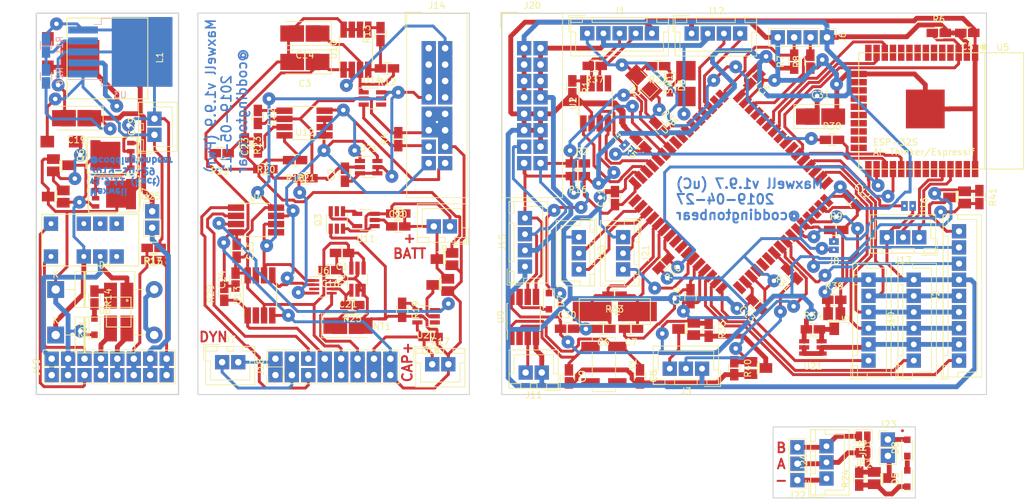
<source format=kicad_pcb>
(kicad_pcb (version 20221018) (generator pcbnew)
  (layers (0 "F.Cu" signal) (31 "B.Cu" signal) (35 "F.Paste" user) (36 "B.SilkS" user "B.Silkscreen") (37 "F.SilkS" user "F.Silkscreen") (38 "B.Mask" user) (39 "F.Mask" user) (44 "Edge.Cuts" user))
  (net 0 "")
  (net 1 "+BATT")
  (net 2 "NEOPIXEL")
  (net 3 "Net-(D1-Pad2)")
  (net 4 "Net-(C8-Pad1)")
  (net 5 "Net-(C9-Pad1)")
  (net 6 "Net-(C6-Pad1)")
  (net 7 "Net-(C7-Pad1)")
  (net 8 "N_RST")
  (net 9 "BATT_VOLTAGE")
  (net 10 "BOOT1")
  (net 11 "SWDIO")
  (net 12 "SWCLK")
  (net 13 "BOOT0")
  (net 14 "Net-(R19-Pad1)")
  (net 15 "/CAN-")
  (net 16 "/CAN+")
  (net 17 "Net-(R14-Pad1)")
  (net 18 "Net-(J3-Pad2)")
  (net 19 "DYNAMO_AC")
  (net 20 "CAN_RX")
  (net 21 "CAN_TX")
  (net 22 "Net-(R12-Pad2)")
  (net 23 "SPI2_MOSI")
  (net 24 "SPI2_MISO")
  (net 25 "SPI2_SCK")
  (net 26 "BT_DI")
  (net 27 "BT_DO")
  (net 28 "~{DISABLE_ESP}")
  (net 29 "ESP_DO")
  (net 30 "ESP_DI")
  (net 31 "ESP_BOOT_MODE")
  (net 32 "+BACKUP")
  (net 33 "UART4_TX")
  (net 34 "UART4_RX")
  (net 35 "UART5_TX")
  (net 36 "UART5_RX")
  (net 37 "CAN_DISABLE")
  (net 38 "~{BATT_CHARGING}")
  (net 39 "/Power/BATT_CHARGE_PRE_POLARITY")
  (net 40 "SPI2_CS_A")
  (net 41 "SPI2_CS_B")
  (net 42 "BT_KEY")
  (net 43 "SPI2_CS_C")
  (net 44 "Net-(U7-Pad57)")
  (net 45 "Net-(U7-Pad50)")
  (net 46 "Net-(U7-Pad45)")
  (net 47 "Net-(U7-Pad44)")
  (net 48 "Net-(U7-Pad41)")
  (net 49 "Net-(U7-Pad40)")
  (net 50 "Net-(U7-Pad39)")
  (net 51 "Net-(U7-Pad33)")
  (net 52 "Net-(U7-Pad30)")
  (net 53 "Net-(U7-Pad22)")
  (net 54 "Net-(U7-Pad21)")
  (net 55 "Net-(U7-Pad20)")
  (net 56 "Net-(U7-Pad10)")
  (net 57 "Net-(U7-Pad9)")
  (net 58 "Net-(U2-Pad5)")
  (net 59 "Net-(U5-Pad37)")
  (net 60 "Net-(U5-Pad36)")
  (net 61 "Net-(U5-Pad33)")
  (net 62 "Net-(U5-Pad32)")
  (net 63 "Net-(U5-Pad31)")
  (net 64 "Net-(U5-Pad30)")
  (net 65 "Net-(U5-Pad24)")
  (net 66 "Net-(U5-Pad23)")
  (net 67 "Net-(U5-Pad22)")
  (net 68 "Net-(U5-Pad21)")
  (net 69 "Net-(U5-Pad20)")
  (net 70 "Net-(U5-Pad19)")
  (net 71 "Net-(U5-Pad18)")
  (net 72 "Net-(U5-Pad17)")
  (net 73 "Net-(U5-Pad16)")
  (net 74 "Net-(U5-Pad14)")
  (net 75 "Net-(U5-Pad11)")
  (net 76 "Net-(U5-Pad10)")
  (net 77 "Net-(U5-Pad9)")
  (net 78 "Net-(U5-Pad8)")
  (net 79 "Net-(U5-Pad7)")
  (net 80 "Net-(U5-Pad6)")
  (net 81 "Net-(U5-Pad5)")
  (net 82 "Net-(U5-Pad4)")
  (net 83 "Net-(R3-Pad1)")
  (net 84 "Net-(Q3-Pad5)")
  (net 85 "Net-(Q3-Pad2)")
  (net 86 "Net-(Y1-Pad2)")
  (net 87 "Net-(Y1-Pad3)")
  (net 88 "GNDA")
  (net 89 "Net-(C21-Pad1)")
  (net 90 "Net-(R25-Pad2)")
  (net 91 "Net-(Q3-Pad6)")
  (net 92 "Net-(Q3-Pad4)")
  (net 93 "Net-(R18-Pad1)")
  (net 94 "Net-(R23-Pad2)")
  (net 95 "Net-(U13-Pad7)")
  (net 96 "Net-(U13-Pad2)")
  (net 97 "Net-(U7-Pad8)")
  (net 98 "/Power/BATT+")
  (net 99 "/Power/BATT-UNPROT")
  (net 100 "ENABLE_LEDS")
  (net 101 "+3V3_B")
  (net 102 "GND_B")
  (net 103 "I2C1_SDA_B")
  (net 104 "I2C1_SCL_B")
  (net 105 "GND_A")
  (net 106 "+3V3_A")
  (net 107 "VCC_A")
  (net 108 "VCC_B")
  (net 109 "I2C1_SDA_A")
  (net 110 "I2C1_SCL_A")
  (net 111 "WAKE_A")
  (net 112 "ENABLE_AUX")
  (net 113 "Net-(C29-Pad1)")
  (net 114 "WAKE_B")
  (net 115 "VDYN")
  (net 116 "Net-(D3-Pad2)")
  (net 117 "Net-(U7-Pad1)")
  (net 118 "Net-(U7-Pad17)")
  (net 119 "Net-(U14-Pad4)")
  (net 120 "Net-(U14-Pad5)")
  (net 121 "V_AC+")
  (net 122 "GND_C")
  (net 123 "V_AC-")
  (net 124 "DYNAMO_VOLTAGE_C")
  (net 125 "DYNAMO_POLE_SIG")
  (net 126 "Net-(J18-Pad1)")
  (net 127 "+3V3_C")
  (net 128 "DYNAMO_POLE_SIG_C")
  (net 129 "Net-(U20-Pad1)")
  (net 130 "Net-(R1-Pad1)")
  (net 131 "Net-(R36-Pad2)")
  (net 132 "Net-(D6-Pad2)")
  (net 133 "Net-(D6-Pad1)")
  (net 134 "ESP_AVAILABLE")
  (net 135 "Net-(R38-Pad2)")
  (net 136 "Net-(Q1-Pad3)")
  (net 137 "Net-(Q10-Pad1)")
  (net 138 "Net-(J3-Pad3)")
  (net 139 "Net-(J10-Pad2)")
  (net 140 "Net-(D7-Pad2)")
  (net 141 "DYNAMO_REG_OUT")
  (net 142 "DYNAMO_SW_1")
  (net 143 "DYNAMO_SW_2")
  (net 144 "Net-(K1-Pad4)")
  (net 145 "Net-(K1-Pad7)")
  (net 146 "Net-(K1-Pad8)")
  (net 147 "Net-(K1-Pad9)")
  (net 148 "~{SCREEN_EN}")
  (net 149 "Net-(J2-Pad9)")
  (net 150 "SCREEN_A0")
  (net 151 "SCREEN_RST")
  (net 152 "RIGHT_B")
  (net 153 "RIGHT_A")
  (net 154 "LEFT_A")
  (net 155 "LEFT_B")
  (net 156 "DYNAMO_SW_1_P")
  (net 157 "DYNAMO_SW_2_P")
  (net 158 "Net-(U6-Pad3)")
  (net 159 "Net-(JP2-Pad1)")
  (net 160 "Net-(D5-Pad2)")
  (net 161 "Net-(J22-Pad3)")
  (net 162 "Net-(J22-Pad2)")
  (net 163 "Net-(J22-Pad1)")
  (net 164 "Net-(D5-Pad1)")
  (net 165 "Net-(J23-Pad2)")
  (net 166 "Net-(D8-Pad2)")
  (net 167 "+3V3_U")
  (net 168 "CHARGE_VOLTAGE")
  (net 169 "Net-(U4-Pad5)")
  (net 170 "Net-(D9-Pad1)")
  (net 171 "Net-(R11-Pad1)")
  (net 172 "Net-(D10-Pad2)")
  (net 173 "Net-(C19-Pad1)")
  (net 174 "V_AC+_SW")
  (footprint "coddingtonbear:JST_XH_B02B-XH-A_02x2.50mm_Straight_LargePads" (layer "F.Cu") (at 93.250856 127.326564)
    (fp_text reference "C17")
    (fp_text value "0.1")
  )
  (footprint "coddingtonbear:0805_Milling" (layer "F.Cu") (at 93 123.1 180)
    (fp_text reference "C18")
    (fp_text value "100nF")
  )
  (footprint "coddingtonbear:0805_Milling" (layer "F.Cu") (at 114.93 84.48 -90)
    (fp_text reference "R1")
    (fp_text value "10k")
  )
  (footprint "coddingtonbear:0805_Milling" (layer "F.Cu") (at 133.21 116.79 90)
    (fp_text reference "C10")
    (fp_text value "100n")
  )
  (footprint "coddingtonbear:0805_Milling" (layer "F.Cu") (at 125.4 129.2 -90)
    (fp_text reference "C8")
    (fp_text value "22p")
  )
  (footprint "coddingtonbear:0805_Milling" (layer "F.Cu") (at 124.01 121.82 180)
    (fp_text reference "C7")
    (fp_text value "22p")
  )
  (footprint "coddingtonbear:0805_Milling" (layer "F.Cu") (at 119.73 121.83 180)
    (fp_text reference "C6")
    (fp_text value "22p")
  )
  (footprint "coddingtonbear:0805_Milling" (layer "F.Cu") (at 149.25 80.5 90)
    (fp_text reference "R7")
    (fp_text value "10k")
  )
  (footprint "coddingtonbear:0805_Milling" (layer "F.Cu") (at 151.75 80.5 90)
    (fp_text reference "R8")
    (fp_text value "10k")
  )
  (footprint "coddingtonbear:0805_Milling" (layer "F.Cu") (at 155.75 106.54)
    (fp_text reference "R9")
    (fp_text value "100k")
  )
  (footprint "coddingtonbear:0805_Milling" (layer "F.Cu") (at 129.01 111.7 -135)
    (fp_text reference "R10")
    (fp_text value "10k")
  )
  (footprint "coddingtonbear:0805_Milling" (layer "F.Cu") (at 86.25 81.55 180)
    (fp_text reference "R12")
    (fp_text value "16-17k")
  )
  (footprint "coddingtonbear:0805_Milling" (layer "F.Cu") (at 85.25 76.25 90)
    (fp_text reference "R13")
    (fp_text value "10k")
  )
  (footprint "coddingtonbear:0805_Milling" (layer "F.Cu") (at 88.6 118.9 -90)
    (fp_text reference "R19")
    (fp_text value "675")
  )
  (footprint "coddingtonbear:0805_Milling" (layer "F.Cu") (at 67.44 97.14)
    (fp_text reference "R20")
    (fp_text value "ANY")
  )
  (footprint "coddingtonbear:0805_Milling" (layer "F.Cu") (at 73.64 98.54)
    (fp_text reference "R21")
    (fp_text value "ANY")
  )
  (footprint "coddingtonbear:0805_Milling" (layer "F.Cu") (at 60.68 94.66 180)
    (fp_text reference "R22")
    (fp_text value "0.1")
  )
  (footprint "coddingtonbear:0805_Milling" (layer "F.Cu") (at 66.28 93.46 -90)
    (fp_text reference "R23")
    (fp_text value "10")
  )
  (footprint "coddingtonbear:SOIC-8_3.9x4.9mm_P1.27mm_LargePads" (layer "F.Cu") (at 118.54 86.96 90)
    (fp_text reference "U2")
    (fp_text value "SN65HVD233")
  )
  (footprint "coddingtonbear:SO-4_Optocoupler_Milling" (layer "F.Cu") (at 44.75 119.25 180)
    (fp_text reference "U8")
    (fp_text value "TLP188")
  )
  (footprint "coddingtonbear:Pin_Header_Straight_1x04_Pitch2.54mm_LargePads" (layer "F.Cu") (at 154.328 76.75 -90)
    (fp_text reference "J6")
    (fp_text value "Programmer")
  )
  (footprint "coddingtonbear:JST_XH_B06B-XH-A_06x2.50mm_Straight_LargePads" (layer "F.Cu") (at 167.75 126.75 90)
    (fp_text reference "J10")
    (fp_text value "SPI2_B")
  )
  (footprint "coddingtonbear:JST_XH_B05B-XH-A_05x2.50mm_Straight_LargePads" (layer "F.Cu") (at 117.24 76.13)
    (fp_text reference "J1")
    (fp_text value "Canbus 1")
  )
  (footprint "coddingtonbear:JST_XH_B04B-XH-A_04x2.50mm_Straight_LargePads" (layer "F.Cu") (at 133.38 76.15)
    (fp_text reference "J12")
    (fp_text value "UART4")
  )
  (footprint "coddingtonbear:JST_XH_B02B-XH-A_02x2.50mm_Straight_LargePads" (layer "F.Cu") (at 110.2 128.6 180)
    (fp_text reference "J11")
    (fp_text value "BACKUP")
  )
  (footprint "coddingtonbear:JST_XH_B02B-XH-A_02x2.50mm_Straight_LargePads" (layer "F.Cu") (at 96 106 180)
    (fp_text reference "J9")
    (fp_text value "Battery")
  )
  (footprint "coddingtonbear:JST_XH_B02B-XH-A_02x2.50mm_Straight_LargePads" (layer "F.Cu") (at 60.75 127)
    (fp_text reference "J7")
    (fp_text value "Dynamo")
  )
  (footprint "coddingtonbear:0805_Milling" (layer "F.Cu") (at 41 117 -90)
    (fp_text reference "R14")
    (fp_text value "1k")
  )
  (footprint "coddingtonbear:CP_Tantalum_Case-C_EIA-6032-28_Milling" (layer "F.Cu") (at 73.55 76.15 180)
    (fp_text reference "C14")
    (fp_text value "220u")
  )
  (footprint "coddingtonbear:CP_Tantalum_Case-C_EIA-6032-28_Milling" (layer "F.Cu") (at 73.55 80.55 180)
    (fp_text reference "C3")
    (fp_text value "22u")
  )
  (footprint "coddingtonbear:SOT-23_LargePads" (layer "F.Cu") (at 95.15 111.05 180)
    (fp_text reference "Q5")
    (fp_text value "NTR1P02T1")
  )
  (footprint "coddingtonbear:SOT-23_LargePads" (layer "F.Cu") (at 94.5 115.05 180)
    (fp_text reference "Q4")
    (fp_text value "NTR1P02T1")
  )
  (footprint "coddingtonbear:SOT-23_LargePads" (layer "F.Cu") (at 155.448 120.65 -90)
    (fp_text reference "Q1")
    (fp_text value "DMG2302UK")
  )
  (footprint "coddingtonbear:Pin_Header_Straight_1x02_Pitch1.27mm_JMP" (layer "F.Cu") (at 155.39 109.61 180)
    (fp_text reference "J8")
    (fp_text value "BOOT1")
  )
  (footprint "coddingtonbear:0805_Milling" (layer "F.Cu") (at 121.46 116.7 180)
    (fp_text reference "R33")
    (fp_text value "1M")
  )
  (footprint "coddingtonbear:0805_Milling" (layer "F.Cu") (at 148.907107 113.307107 135)
    (fp_text reference "R31")
    (fp_text value "330")
  )
  (footprint "coddingtonbear:0805_Milling" (layer "F.Cu") (at 171.62 76.06)
    (fp_text reference "R6")
    (fp_text value "10k")
  )
  (footprint "coddingtonbear:ESP-32S" (layer "F.Cu") (at 167.72 88.18 -90)
    (fp_text reference "U5")
    (fp_text value "ESP-32S")
  )
  (footprint "coddingtonbear:0805_Milling" (layer "F.Cu") (at 158.31 102.05 -45)
    (fp_text reference "C12")
    (fp_text value "100n")
  )
  (footprint "coddingtonbear:Pin_Header_Straight_1x02_Pitch1.27mm_JMP" (layer "F.Cu") (at 123 93.4 45)
    (fp_text reference "J4")
    (fp_text value "BOOT0")
  )
  (footprint "coddingtonbear:0805_Milling" (layer "F.Cu") (at 121.527 101.617 90)
    (fp_text reference "C11")
    (fp_text value "100n")
  )
  (footprint "coddingtonbear:0805_Milling" (layer "F.Cu") (at 143.47 118.06 135)
    (fp_text reference "C13")
    (fp_text value "100n")
  )
  (footprint "coddingtonbear:0805_Milling" (layer "F.Cu") (at 118.4 81.16 180)
    (fp_text reference "R37")
    (fp_text value "120")
  )
  (footprint "Crystal:Crystal_SMD_SeikoEpson_MC306-4Pin_8.0x3.2mm_HandSoldering" (layer "F.Cu") (at 119.815 127.372 -90)
    (fp_text reference "Y1")
    (fp_text value "32.768k")
  )
  (footprint "coddingtonbear:Pin_Header_Straight_1x02_Pitch1.27mm_JMP" (layer "F.Cu") (at 167.58 102.82 -90)
    (fp_text reference "J16")
    (fp_text value "ESP_BM")
  )
  (footprint "coddingtonbear:JST_XH_B03B-XH-A_03x2.50mm_Straight_LargePads" (layer "F.Cu") (at 168.6 107.69 180)
    (fp_text reference "J17")
    (fp_text value "ESP_PROG")
  )
  (footprint "coddingtonbear:0805_Milling" (layer "F.Cu") (at 88 92.5 90)
    (fp_text reference "R4")
    (fp_text value "10k")
  )
  (footprint "coddingtonbear:0805_Milling" (layer "F.Cu") (at 176.03 76.06 180)
    (fp_text reference "C5")
    (fp_text value "0.1u")
  )
  (footprint "coddingtonbear:JST_XH_B06B-XH-A_06x2.50mm_Straight_LargePads" (layer "F.Cu") (at 160.75 126.75 90)
    (fp_text reference "J5")
    (fp_text value "SPI2_A")
  )
  (footprint "coddingtonbear:0805_Milling" (layer "F.Cu") (at 115.78 96.25 180)
    (fp_text reference "R2")
    (fp_text value "2.2k")
  )
  (footprint "coddingtonbear:0805_Milling" (layer "F.Cu") (at 115.78 98.21 180)
    (fp_text reference "R16")
    (fp_text value "2.2k")
  )
  (footprint "coddingtonbear:0805_Milling" (layer "F.Cu") (at 88 106)
    (fp_text reference "R3")
    (fp_text value "330")
  )
  (footprint "coddingtonbear:0805_Milling" (layer "F.Cu") (at 50.15 109.32 180)
    (fp_text reference "R15")
    (fp_text value "20k")
  )
  (footprint "coddingtonbear:0805_Milling" (layer "F.Cu") (at 50.12 111.19 180)
    (fp_text reference "R17")
    (fp_text value "1470")
  )
  (footprint "coddingtonbear:0805_Milling" (layer "F.Cu") (at 114.4 129.2 -90)
    (fp_text reference "C9")
    (fp_text value "22p")
  )
  (footprint "coddingtonbear:0805_Milling" (layer "F.Cu") (at 125.492893 93.092893 135)
    (fp_text reference "R5")
    (fp_text value "100k")
  )
  (footprint "coddingtonbear:JST_XH_B03B-XH-A_03x2.50mm_Straight_LargePads" (layer "F.Cu") (at 135 128 180)
    (fp_text reference "J3")
    (fp_text value "Neopixel")
  )
  (footprint "coddingtonbear:0805_Milling" (layer "F.Cu") (at 63 109.75 -90)
    (fp_text reference "C15")
    (fp_text value "0.1u")
  )
  (footprint "coddingtonbear:0805_Milling" (layer "F.Cu") (at 77.49 112.76 180)
    (fp_text reference "C16")
    (fp_text value "0.1u")
  )
  (footprint "coddingtonbear:SOIC-8_3.9x4.9mm_P1.27mm_LargePads" (layer "F.Cu") (at 66 105)
    (fp_text reference "U4")
    (fp_text value "PCA9536D")
  )
  (footprint "Package_TO_SOT_SMD:SOT-23-8_Handsoldering" (layer "F.Cu") (at 76.34 115.34)
    (fp_text reference "U6")
    (fp_text value "AD7991")
  )
  (footprint "Package_TO_SOT_SMD:TSOT-23-6_HandSoldering" (layer "F.Cu") (at 81.69 114.16 90)
    (fp_text reference "U1")
    (fp_text value "MCP1501")
  )
  (footprint "coddingtonbear:0805_Milling" (layer "F.Cu") (at 79.3 110.1 180)
    (fp_text reference "C1")
    (fp_text value "0.1u")
  )
  (footprint "coddingtonbear:IDC-Header_2x08_P2.54mm_Vertical_Largepads" (layer "F.Cu") (at 107.47 78.42)
    (fp_text reference "J20")
    (fp_text value "Interconnect (uC)")
  )
  (footprint "NetTie:NetTie-2_SMD_Pad0.5mm" (layer "F.Cu") (at 85.5 120.3 180)
    (fp_text reference "NT1")
    (fp_text value "Net-Tie_2")
  )
  (footprint "coddingtonbear:SOIC-8_3.9x4.9mm_P1.27mm_LargePads" (layer "F.Cu") (at 81.45 78.65 90)
    (fp_text reference "U10")
    (fp_text value "MIC39102")
  )
  (footprint "coddingtonbear:0805_Milling" (layer "F.Cu") (at 88 104 180)
    (fp_text reference "C20")
    (fp_text value "0.1u")
  )
  (footprint "coddingtonbear:CP_Tantalum_Case-C_EIA-6032-28_Milling" (layer "F.Cu") (at 80.22 121.36)
    (fp_text reference "C21")
    (fp_text value "2.2u")
  )
  (footprint "coddingtonbear:0805_Milling" (layer "F.Cu") (at 80.89 118.16 180)
    (fp_text reference "R25")
    (fp_text value "50")
  )
  (footprint "Package_TO_SOT_SMD:SOT-23-6_Handsoldering" (layer "F.Cu") (at 78.5 105 90)
    (fp_text reference "Q3")
    (fp_text value "DMG9926UDM")
  )
  (footprint "Package_TO_SOT_SMD:SOT-23-5_HandSoldering" (layer "F.Cu") (at 83 105 180)
    (fp_text reference "U11")
    (fp_text value "AP9101C-SOT-25")
  )
  (footprint "coddingtonbear:SOIC-8_3.9x4.9mm_P1.27mm_LargePads" (layer "F.Cu") (at 73.5 90 180)
    (fp_text reference "U12")
    (fp_text value "INA219AID")
  )
  (footprint "coddingtonbear:0805_Milling" (layer "F.Cu") (at 66.28 89.06 -90)
    (fp_text reference "C22")
    (fp_text value "0.1u")
  )
  (footprint "coddingtonbear:0805_Milling" (layer "F.Cu") (at 64.28 93.46 -90)
    (fp_text reference "C23")
    (fp_text value "0.1u")
  )
  (footprint "coddingtonbear:0805_Milling" (layer "F.Cu") (at 72.04 95.74 180)
    (fp_text reference "R18")
    (fp_text value "10")
  )
  (footprint "coddingtonbear:SOIC-8_3.9x4.9mm_P1.27mm_LargePads" (layer "F.Cu") (at 66.605 116.67 90)
    (fp_text reference "U13")
    (fp_text value "PCF8593")
  )
  (footprint "coddingtonbear:0805_Milling" (layer "F.Cu") (at 62.83 114.22 90)
    (fp_text reference "C24")
    (fp_text value "0.1u")
  )
  (footprint "coddingtonbear:0805_Milling" (layer "F.Cu") (at 61.08 116.42 90)
    (fp_text reference "R29")
    (fp_text value "10k")
  )
  (footprint "coddingtonbear:JST_XH_B04B-XH-A_04x2.50mm_Straight_LargePads" (layer "F.Cu") (at 107.6 112.2 90)
    (fp_text reference "J15")
    (fp_text value "I2C1")
  )
  (footprint "coddingtonbear:IDC-Header_2x08_P2.54mm_Vertical_Largepads" (layer "F.Cu") (at 92.71 78.42)
    (fp_text reference "J14")
    (fp_text value "Interconnect (Power)")
  )
  (footprint "coddingtonbear:D_SOD-123_LargePads" (layer "F.Cu") (at 126 83.8 135)
    (fp_text reference "D2")
    (fp_text value "MBR1020VL")
  )
  (footprint "coddingtonbear:SOT-23_LargePads" (layer "F.Cu") (at 143.7 127.9)
    (fp_text reference "Q2")
    (fp_text value "DMG2302UK")
  )
  (footprint "coddingtonbear:SOT-23_LargePads" (layer "F.Cu") (at 35.01 101.38 180)
    (fp_text reference "Q9")
    (fp_text value "BSS308PEH6327XTSA1")
  )
  (footprint "coddingtonbear:SOT-23_LargePads" (layer "F.Cu") (at 35.8 96.53)
    (fp_text reference "Q8")
    (fp_text value "BSS308PEH6327XTSA1")
  )
  (footprint "coddingtonbear:SOIC-8_3.9x4.9mm_P1.27mm_LargePads" (layer "F.Cu") (at 107.4 120 90)
    (fp_text reference "U9")
    (fp_text value "MCP79411-I/SN")
  )
  (footprint "coddingtonbear:JST_XH_B02B-XH-A_02x2.50mm_Straight_LargePads" (layer "F.Cu") (at 50.28 91.83 90)
    (fp_text reference "C29")
    (fp_text value "6000uF")
  )
  (footprint "Package_TO_SOT_SMD:SOT-23-6_Handsoldering" (layer "F.Cu") (at 84 86.2)
    (fp_text reference "U14")
    (fp_text value "TPS22917")
  )
  (footprint "Diode_SMD:D_SOD-323_HandSoldering" (layer "F.Cu") (at 130 84.15 -90)
    (fp_text reference "D6")
    (fp_text value "1N4148WS")
  )
  (footprint "coddingtonbear:0805_Milling" (layer "F.Cu") (at 155.1 92.6)
    (fp_text reference "R38")
    (fp_text value "300")
  )
  (footprint "coddingtonbear:PinHeader_2x08_P2.54mm_Vertical_LargePads" (layer "F.Cu") (at 69 129 90)
    (fp_text reference "J18")
    (fp_text value "Interconnect (Power-Rect)")
  )
  (footprint "coddingtonbear:PinHeader_2x08_P2.54mm_Vertical_LargePads" (layer "F.Cu") (at 34.38 129 90)
    (fp_text reference "J19")
    (fp_text value "Interconnect (Rect)")
  )
  (footprint "coddingtonbear:SOT-23_LargePads" (layer "F.Cu") (at 132.54 121.86 180)
    (fp_text reference "Q10")
    (fp_text value "NDS332P")
  )
  (footprint "coddingtonbear:0805_Milling" (layer "F.Cu") (at 155.448 117.348)
    (fp_text reference "R39")
    (fp_text value "10k")
  )
  (footprint "coddingtonbear:0805_Milling" (layer "F.Cu") (at 139.98 127.93 -90)
    (fp_text reference "R40")
    (fp_text value "10k")
  )
  (footprint "Package_TO_SOT_SMD:SOT-23-6_Handsoldering" (layer "F.Cu") (at 152.146 124.714 180)
    (fp_text reference "U21")
    (fp_text value "STT3P2UH7")
  )
  (footprint "Diode_SMD:D_SOD-323_HandSoldering" (layer "F.Cu") (at 111.31 117.57 -90)
    (fp_text reference "D7")
    (fp_text value "1N4148WS")
  )
  (footprint "Diode_SMD:D_SOD-323_HandSoldering" (layer "F.Cu") (at 41 121.5 90)
    (fp_text reference "D1")
    (fp_text value "1N4148WS")
  )
  (footprint "coddingtonbear:0805_Milling" (layer "F.Cu") (at 128.2 81.2 180)
    (fp_text reference "R32")
    (fp_text value "300")
  )
  (footprint "coddingtonbear:0805_Milling" (layer "F.Cu") (at 152.146 121.92)
    (fp_text reference "R34")
    (fp_text value "10k")
  )
  (footprint "coddingtonbear:0805_Milling" (layer "F.Cu") (at 136.02 121.98 -90)
    (fp_text reference "R35")
    (fp_text value "10k")
  )
  (footprint "Package_TO_SOT_SMD:SOT-23-6_Handsoldering" (layer "F.Cu") (at 92.3 119.9 180)
    (fp_text reference "U20")
    (fp_text value "BQ21040DBVT")
  )
  (footprint "coddingtonbear:0805_Milling" (layer "F.Cu") (at 114.12 121.82)
    (fp_text reference "C30")
    (fp_text value "0.1u")
  )
  (footprint "castellated-breakouts:QFP64-1.27MM-CASTELLATED" (layer "F.Cu") (at 139 102 45)
    (fp_text reference "U7")
    (fp_text value "STM32F103RETx")
  )
  (footprint "coddingtonbear:SMD_MINI_BLACK_TACTILE_SWITCH" (layer "F.Cu") (at 132.5 83.9 -90)
    (fp_text reference "SW1")
    (fp_text value "SW_Push")
  )
  (footprint "coddingtonbear:CP_Tantalum_Case-C_EIA-6032-28_Milling" (layer "F.Cu") (at 153.325 89)
    (fp_text reference "C31")
    (fp_text value "220u")
  )
  (footprint "coddingtonbear:0805_Milling" (layer "F.Cu") (at 128.524 90.678 -45)
    (fp_text reference "R36")
    (fp_text value "300")
  )
  (footprint "coddingtonbear:Abracon-ABM2_LargePads" (layer "F.Cu") (at 121.5 119.16)
    (fp_text reference "Y2")
    (fp_text value "8M")
  )
  (footprint "coddingtonbear:0805_Milling" (layer "F.Cu") (at 143.092893 83.307107 -135)
    (fp_text reference "C4")
    (fp_text value "0.1u")
  )
  (footprint "Diode_THT:D_DO-201AE_P15.24mm_Horizontal" (layer "F.Cu") (at 35 115.75)
    (fp_text reference "D4")
    (fp_text value "18V")
  )
  (footprint "Diode_THT:D_DO-201AE_P15.24mm_Horizontal" (layer "F.Cu") (at 35 122.8)
    (fp_text reference "D3")
    (fp_text value "18V")
  )
  (footprint "coddingtonbear:Panasonic_TX-S_DPDT" (layer "F.Cu") (at 39.35 108.11)
    (fp_text reference "K1")
    (fp_text value "TXS2-L-3V")
  )
  (footprint "coddingtonbear:SOT-23_LargePads" (layer "F.Cu") (at 174.46 101.51 180)
    (fp_text reference "Q11")
    (fp_text value "NTR1P02TI")
  )
  (footprint "coddingtonbear:0805_Milling" (layer "F.Cu") (at 177.9 101.46 -90)
    (fp_text reference "R41")
    (fp_text value "10k")
  )
  (footprint "coddingtonbear:JST_XH_B09B-XH-A_1x09_P2.50mm_Straight_LargePads" (layer "F.Cu") (at 174.75 126.75 90)
    (fp_text reference "J2")
    (fp_text value "DISP")
  )
  (footprint "coddingtonbear:JST_XH_B03B-XH-A_03x2.50mm_Straight_LargePads" (layer "F.Cu") (at 122.78 107.65 -90)
    (fp_text reference "J21")
    (fp_text value "Ctrl_R")
  )
  (footprint "coddingtonbear:JST_XH_B03B-XH-A_03x2.50mm_Straight_LargePads" (layer "F.Cu") (at 115.94 107.65 -90)
    (fp_text reference "J13")
    (fp_text value "Ctrl_L")
  )
  (footprint "coddingtonbear:SOT-23_LargePads" (layer "F.Cu") (at 162.8 144.93)
    (fp_text reference "Q12")
    (fp_text value "NTR1P02T1")
  )
  (footprint "coddingtonbear:JST_XH_B03B-XH-A_03x2.50mm_Straight_LargePads" (layer "F.Cu") (at 154.25 145 90)
    (fp_text reference "J24")
    (fp_text value "From Button")
  )
  (footprint "coddingtonbear:0805_Milling" (layer "F.Cu") (at 159.31 145.01 90)
    (fp_text reference "R24")
    (fp_text value "10k")
  )
  (footprint "Jumper:SolderJumper-2_P1.3mm_Open_Pad1.0x1.5mm" (layer "F.Cu") (at 159.91 138.47 180)
    (fp_text reference "JP3")
    (fp_text value "JMP_B")
  )
  (footprint "Jumper:SolderJumper-2_P1.3mm_Bridged_Pad1.0x1.5mm" (layer "F.Cu") (at 159.9 141.02 180)
    (fp_text reference "JP2")
    (fp_text value "JMP_A")
  )
  (footprint "Diode_SMD:D_SOD-323_HandSoldering" (layer "F.Cu") (at 166.75 145 90)
    (fp_text reference "D5")
    (fp_text value "1N4148WS")
  )
  (footprint "Connector_PinHeader_2.54mm:PinHeader_1x03_P2.54mm_Vertical" (layer "F.Cu") (at 149.75 145.25 180)
    (fp_text reference "J22")
    (fp_text value "To Board")
  )
  (footprint "Connector_PinHeader_2.54mm:PinHeader_1x02_P2.54mm_Vertical" (layer "F.Cu") (at 163.75 138.96)
    (fp_text reference "J23")
    (fp_text value "CAN")
  )
  (footprint "Diode_SMD:D_SOD-323_HandSoldering" (layer "F.Cu") (at 166.75 140.25 90)
    (fp_text reference "D8")
    (fp_text value "1N4148WS")
  )
  (footprint "coddingtonbear:0805_Milling" (layer "F.Cu") (at 79.75 98 90)
    (fp_text reference "C2")
    (fp_text value "0.1u")
  )
  (footprint "Package_TO_SOT_SMD:SOT-23-6_Handsoldering" (layer "F.Cu") (at 83.425001 96.825001)
    (fp_text reference "U?1")
    (fp_text value "TMP100")
  )
  (footprint "coddingtonbear:SRF1280-PARALLEL" (layer "F.Cu") (at 43 80 90)
    (fp_text reference "L1")
    (fp_text value "SR1280-330u")
  )
  (footprint "coddingtonbear:CP_Tantalum_Case-C_EIA-6032-28_Milling" (layer "F.Cu") (at 38.24 89.25 180)
    (fp_text reference "C19")
    (fp_text value "TAJC227K006TNJ-220u")
  )
  (footprint "coddingtonbear:PSMN5R4-25YLD" (layer "F.Cu") (at 43.8 95 90)
    (fp_text reference "Q6")
    (fp_text value "PSMN5R4-25YLDX")
  )
  (footprint "coddingtonbear:PSMN5R4-25YLD" (layer "F.Cu") (at 44 101 -90)
    (fp_text reference "Q7")
    (fp_text value "PSMN5R4-25YLDX")
  )
  (footprint "coddingtonbear:DO-214AC" (layer "F.Cu") (at 35.9 92.88)
    (fp_text reference "D10")
    (fp_text value "SS14-TP")
  )
  (footprint "Connector_PinHeader_2.54mm:PinHeader_1x02_P2.54mm_Vertical" (layer "F.Cu") (at 49.93 103.66)
    (fp_text reference "J25")
    (fp_text value "JMP")
  )
  (footprint "coddingtonbear:DO-214AC" (layer "F.Cu") (at 33.79 79.18 90)
    (fp_text reference "D9")
    (fp_text value "S14-TP")
  )
  (footprint "coddingtonbear:0805_Milling" (layer "B.Cu") (at 33.51 78.01 90)
    (fp_text reference "R11")
    (fp_text value "1k")
  )
  (footprint "coddingtonbear:0805_Milling" (layer "B.Cu") (at 33.51 82.8 90)
    (fp_text reference "R26")
    (fp_text value "2.5-2.7k")
  )
  (footprint "Package_TO_SOT_SMD:TO-263-5_TabPin3" (layer "B.Cu") (at 45 79)
    (fp_text reference "U3")
    (fp_text value "LM2575BT-ADJ")
  )
  (gr_line (start 57 132) (end 57 83) (stroke (width 0.15)) (layer "Edge.Cuts"))
  (gr_line (start 57 73) (end 99 73) (stroke (width 0.15)) (layer "Edge.Cuts"))
  (gr_line (start 54 77) (end 54 73) (stroke (width 0.2)) (layer "Edge.Cuts"))
  (gr_line (start 146 137) (end 168 137) (stroke (width 0.15)) (layer "Edge.Cuts"))
  (gr_line (start 32 73) (end 32 77) (stroke (width 0.2)) (layer "Edge.Cuts"))
  (gr_line (start 54 132) (end 32 132) (stroke (width 0.2)) (layer "Edge.Cuts"))
  (gr_line (start 130 132) (end 155 132) (stroke (width 0.15)) (layer "Edge.Cuts"))
  (gr_line (start 104 130) (end 104 132) (stroke (width 0.15)) (layer "Edge.Cuts"))
  (gr_line (start 155 132) (end 179 132) (stroke (width 0.15)) (layer "Edge.Cuts"))
  (gr_line (start 146 148) (end 146 137) (stroke (width 0.15)) (layer "Edge.Cuts"))
  (gr_line (start 168 137) (end 168 148) (stroke (width 0.15)) (layer "Edge.Cuts"))
  (gr_line (start 54 73) (end 32 73) (stroke (width 0.2)) (layer "Edge.Cuts"))
  (gr_line (start 179 132) (end 179 130) (stroke (width 0.15)) (layer "Edge.Cuts"))
  (gr_line (start 168 148) (end 146 148) (stroke (width 0.15)) (layer "Edge.Cuts"))
  (gr_line (start 57 83) (end 57 73) (stroke (width 0.15)) (layer "Edge.Cuts"))
  (gr_line (start 104 132) (end 130 132) (stroke (width 0.15)) (layer "Edge.Cuts"))
  (gr_line (start 99 132) (end 57 132) (stroke (width 0.15)) (layer "Edge.Cuts"))
  (gr_line (start 179 73) (end 179 130) (stroke (width 0.15)) (layer "Edge.Cuts"))
  (gr_line (start 99 100) (end 99 132) (stroke (width 0.15)) (layer "Edge.Cuts"))
  (gr_line (start 54 132) (end 54 77) (stroke (width 0.2)) (layer "Edge.Cuts"))
  (gr_line (start 32 132) (end 32 77) (stroke (width 0.2)) (layer "Edge.Cuts"))
  (gr_line (start 104 73) (end 179 73) (stroke (width 0.15)) (layer "Edge.Cuts"))
  (gr_line (start 104 130) (end 104 73) (stroke (width 0.15)) (layer "Edge.Cuts"))
  (gr_line (start 99 73) (end 99 100) (stroke (width 0.15)) (layer "Edge.Cuts"))
  (gr_text "CAP+" (at 89.4 127 90) (layer "F.Cu") (effects (font (size 1.5 1.5) (thickness 0.3))))
  (gr_text "." (at 166 137) (layer "F.Cu") (effects (font (size 1.5 1.5) (thickness 0.3))))
  (gr_text "A" (at 147.25 142.75) (layer "F.Cu") (effects (font (size 1.5 1.5) (thickness 0.3))))
  (gr_text "-" (at 147.25 145.25) (layer "F.Cu") (effects (font (size 1.5 1.5) (thickness 0.3))))
  (gr_text "B" (at 147.25 140.25) (layer "F.Cu") (effects (font (size 1.5 1.5) (thickness 0.3))))
  (gr_text "+\nBATT" (at 89.75 109) (layer "F.Cu") (effects (font (size 1.5 1.5) (thickness 0.3))))
  (gr_text "DYN" (at 59.4 123.1) (layer "F.Cu") (effects (font (size 1.5 1.5) (thickness 0.3))))
  (gr_text "Maxwell v1.9.7 (uC)\n2019-04-27\n@coddingtonbear" (at 130.8 101.8) (layer "B.Cu") (effects (font (size 1.5 1.5) (thickness 0.3)) (justify right mirror)))
  (gr_text "Maxwell\nv1.9.11 (Rect)\n2019-10-29\n@coddingtonbear" (at 40.12 98.23 180) (layer "B.Cu") (effects (font (size 1 1) (thickness 0.25)) (justify left mirror)))
  (gr_text "Maxwell v1.9.9 (Pwr)\n2019-05-11\n@coddingtonbear\n" (at 61.41 97.91 90) (layer "B.Cu") (effects (font (size 1.5 1.5) (thickness 0.25)) (justify right mirror)))
  (segment (start 64.28 94.98) (end 66.44 97.14) (width 0.45) (layer "F.Cu") (net 1))
  (segment (start 70.125002 101.925002) (end 66.44 98.24) (width 0.45) (layer "F.Cu") (net 1))
  (segment (start 93.219252 100.75) (end 74.859004 100.75) (width 0.45) (layer "F.Cu") (net 1))
  (segment (start 71.815998 101.925002) (end 70.125002 101.925002) (width 0.45) (layer "F.Cu") (net 1))
  (segment (start 66.44 97.14) (end 66.44 96.829998) (width 0.45) (layer "F.Cu") (net 1))
  (segment (start 66.44 98.24) (end 66.44 97.14) (width 0.45) (layer "F.Cu") (net 1))
  (segment (start 97.525001 104.559999) (end 97.440001 104.474999) (width 0.45) (layer "F.Cu") (net 1))
  (segment (start 69.695 95.74) (end 71.04 95.74) (width 0.45) (layer "F.Cu") (net 1))
  (segment (start 96.3 110.1) (end 96.3 108.665002) (width 0.45) (layer "F.Cu") (net 1))
  (segment (start 74.859004 100.75) (end 73.434002 102.175002) (width 0.45) (layer "F.Cu") (net 1))
  (segment (start 67.529998 95.74) (end 69.695 95.74) (width 0.45) (layer "F.Cu") (net 1))
  (segment (start 64.28 94.46) (end 64.28 94.98) (width 0.45) (layer "F.Cu") (net 1))
  (segment (start 96.944251 104.474999) (end 93.219252 100.75) (width 0.45) (layer "F.Cu") (net 1))
  (segment (start 72.065998 102.175002) (end 71.815998 101.925002) (width 0.45) (layer "F.Cu") (net 1))
  (segment (start 66.44 97.14) (end 61.06 97.14) (width 0.45) (layer "F.Cu") (net 1))
  (segment (start 66.44 96.829998) (end 67.529998 95.74) (width 0.45) (layer "F.Cu") (net 1))
  (segment (start 59.68 95.76) (end 59.68 94.66) (width 0.45) (layer "F.Cu") (net 1))
  (segment (start 61.06 97.14) (end 59.68 95.76) (width 0.45) (layer "F.Cu") (net 1))
  (segment (start 97.525001 107.440001) (end 97.525001 104.559999) (width 0.45) (layer "F.Cu") (net 1))
  (segment (start 97.440001 104.474999) (end 96.944251 104.474999) (width 0.45) (layer "F.Cu") (net 1))
  (segment (start 73.434002 102.175002) (end 72.065998 102.175002) (width 0.45) (layer "F.Cu") (net 1))
  (segment (start 96.3 108.665002) (end 97.525001 107.440001) (width 0.45) (layer "F.Cu") (net 1))
  (segment (start 148.2 112.6) (end 148.2 112.098026) (width 0.45) (layer "F.Cu") (net 2))
  (segment (start 148.2 112.098026) (end 146.184205 110.082231) (width 0.45) (layer "F.Cu") (net 2))
  (segment (start 41 120.25) (end 41 118) (width 0.75) (layer "F.Cu") (net 3))
  (segment (start 121.89 124.557) (end 122.6 124.557) (width 0.45) (layer "F.Cu") (net 4))
  (segment (start 125.4 127.357) (end 125.4 128.2) (width 0.45) (layer "F.Cu") (net 4))
  (segment (start 110.880012 121.240756) (end 110.314257 120.675001) (width 0.45) (layer "F.Cu") (net 4))
  (segment (start 120.063 123.44) (end 119.528002 123.44) (width 0.45) (layer "F.Cu") (net 4))
  (segment (start 106.219999 120.675001) (end 105.495 121.4) (width 0.45) (layer "F.Cu") (net 4))
  (segment (start 121.89 124.557) (end 121.18 124.557) (width 0.45) (layer "F.Cu") (net 4))
  (segment (start 110.314257 120.675001) (end 106.219999 120.675001) (width 0.45) (layer "F.Cu") (net 4))
  (segment (start 105.495 121.4) (end 105.495 123.1) (width 0.45) (layer "F.Cu") (net 4))
  (segment (start 114.934002 125.295002) (end 113.255002 125.295002) (width 0.45) (layer "F.Cu") (net 4))
  (segment (start 113.255002 125.295002) (end 110.880012 122.920012) (width 0.45) (layer "F.Cu") (net 4))
  (segment (start 115.889999 123.501999) (end 115.889999 124.339005) (width 0.45) (layer "F.Cu") (net 4))
  (segment (start 119.528002 123.44) (end 119.505001 123.416999) (width 0.45) (layer "F.Cu") (net 4))
  (segment (start 110.880012 122.920012) (end 110.880012 121.240756) (width 0.45) (layer "F.Cu") (net 4))
  (segment (start 121.18 124.557) (end 120.063 123.44) (width 0.45) (layer "F.Cu") (net 4))
  (segment (start 115.974999 123.416999) (end 115.889999 123.501999) (width 0.45) (layer "F.Cu") (net 4))
  (segment (start 119.505001 123.416999) (end 115.974999 123.416999) (width 0.45) (layer "F.Cu") (net 4))
  (segment (start 115.889999 124.339005) (end 114.934002 125.295002) (width 0.45) (layer "F.Cu") (net 4))
  (segment (start 122.6 124.557) (end 125.4 127.357) (width 0.45) (layer "F.Cu") (net 4))
  (segment (start 115.367 126.22) (end 117.03 124.557) (width 0.45) (layer "F.Cu") (net 5))
  (segment (start 107.194999 121.424999) (end 110.145001 121.424999) (width 0.45) (layer "F.Cu") (net 5))
  (segment (start 106.765 121.854998) (end 107.194999 121.424999) (width 0.45) (layer "F.Cu") (net 5))
  (segment (start 110.230001 123.189255) (end 113.260746 126.22) (width 0.45) (layer "F.Cu") (net 5))
  (segment (start 114.4 127.187) (end 117.03 124.557) (width 0.45) (layer "F.Cu") (net 5))
  (segment (start 113.260746 126.22) (end 115.367 126.22) (width 0.45) (layer "F.Cu") (net 5))
  (segment (start 110.145001 121.424999) (end 110.230001 121.509999) (width 0.45) (layer "F.Cu") (net 5))
  (segment (start 106.765 123.1) (end 106.765 121.854998) (width 0.45) (layer "F.Cu") (net 5))
  (segment (start 114.4 128.2) (end 114.4 127.187) (width 0.45) (layer "F.Cu") (net 5))
  (segment (start 117.03 124.557) (end 117.74 124.557) (width 0.45) (layer "F.Cu") (net 5))
  (segment (start 110.230001 121.509999) (end 110.230001 123.189255) (width 0.45) (layer "F.Cu") (net 5))
  (segment (start 120.73 121.83) (end 120.73 120.73) (width 0.45) (layer "F.Cu") (net 6))
  (segment (start 118 119.16) (end 118 117.21) (width 0.45) (layer "F.Cu") (net 6))
  (segment (start 120.73 120.73) (end 119.16 119.16) (width 0.45) (layer "F.Cu") (net 6))
  (segment (start 119.115 116.7) (end 120.46 116.7) (width 0.45) (layer "F.Cu") (net 6))
  (segment (start 118 117.21) (end 118.51 116.7) (width 0.45) (layer "F.Cu") (net 6))
  (segment (start 125.21 112.97) (end 125.21 113.185002) (width 0.45) (layer "F.Cu") (net 6))
  (segment (start 120.87 115.19) (end 120.46 115.6) (width 0.45) (layer "F.Cu") (net 6))
  (segment (start 125.21 113.185002) (end 123.205002 115.19) (width 0.45) (layer "F.Cu") (net 6))
  (segment (start 123.205002 115.19) (end 120.87 115.19) (width 0.45) (layer "F.Cu") (net 6))
  (segment (start 119.16 119.16) (end 118 119.16) (width 0.45) (layer "F.Cu") (net 6))
  (segment (start 128.223693 105.592102) (end 127.445877 106.369918) (width 0.45) (layer "F.Cu") (net 6))
  (segment (start 127.445877 106.369918) (end 127.445877 110.734123) (width 0.45) (layer "F.Cu") (net 6))
  (segment (start 120.46 115.6) (end 120.46 116.7) (width 0.45) (layer "F.Cu") (net 6))
  (segment (start 127.445877 110.734123) (end 125.21 112.97) (width 0.45) (layer "F.Cu") (net 6))
  (segment (start 118.51 116.7) (end 119.115 116.7) (width 0.45) (layer "F.Cu") (net 6))
  (segment (start 125.01 121.82) (end 125.01 119.17) (width 0.45) (layer "F.Cu") (net 7))
  (segment (start 125 117.21) (end 124.49 116.7) (width 0.45) (layer "F.Cu") (net 7))
  (segment (start 125 117.21) (end 125 119.16) (width 0.45) (layer "F.Cu") (net 7))
  (segment (start 128.343902 107.267944) (end 128.343902 110.755352) (width 0.45) (layer "F.Cu") (net 7))
  (segment (start 129.121718 106.490128) (end 128.343902 107.267944) (width 0.45) (layer "F.Cu") (net 7))
  (segment (start 125.860011 116.349989) (end 125 117.21) (width 0.45) (layer "F.Cu") (net 7))
  (segment (start 128.343902 110.755352) (end 125.860011 113.239243) (width 0.45) (layer "F.Cu") (net 7))
  (segment (start 124.49 116.7) (end 123.805 116.7) (width 0.45) (layer "F.Cu") (net 7))
  (segment (start 125.01 119.17) (end 125 119.16) (width 0.45) (layer "F.Cu") (net 7))
  (segment (start 123.805 116.7) (end 122.46 116.7) (width 0.45) (layer "F.Cu") (net 7))
  (segment (start 125.860011 113.239243) (end 125.860011 116.349989) (width 0.45) (layer "F.Cu") (net 7))
  (segment (start 164.537338 97.127434) (end 164.537338 100.568688) (width 0.45) (layer "F.Cu") (net 8))
  (segment (start 129.241928 109.498475) (end 129.241928 108.16597) (width 0.45) (layer "F.Cu") (net 8))
  (segment (start 129.717107 109.973654) (end 129.241928 109.498475) (width 0.45) (layer "F.Cu") (net 8))
  (segment (start 129.717107 110.992893) (end 129.717107 109.973654) (width 0.45) (layer "F.Cu") (net 8))
  (segment (start 131.004214 112.28) (end 129.717107 110.992893) (width 0.45) (layer "F.Cu") (net 8))
  (segment (start 131.24 112.28) (end 131.004214 112.28) (width 0.45) (layer "F.Cu") (net 8))
  (segment (start 129.241928 108.16597) (end 130.019744 107.388154) (width 0.45) (layer "F.Cu") (net 8))
  (segment (start 164.537338 100.568688) (end 163.771505 101.334521) (width 0.45) (layer "F.Cu") (net 8))
  (via (at 131.24 112.28) (size 2) (drill 0.7) (layers "F.Cu" "B.Cu") (net 8))
  (via (at 163.771505 101.334521) (size 2) (drill 0.7) (layers "F.Cu" "B.Cu") (net 8))
  (segment (start 163.771505 101.334521) (end 161.788306 101.334521) (width 0.45) (layer "B.Cu") (net 8))
  (segment (start 133.82 109.7) (end 132.239999 111.280001) (width 0.45) (layer "B.Cu") (net 8))
  (segment (start 129.21 105.01) (end 133.82 109.62) (width 0.45) (layer "B.Cu") (net 8))
  (segment (start 161.788306 101.334521) (end 157.253785 96.8) (width 0.45) (layer "B.Cu") (net 8))
  (segment (start 129.21 97.64) (end 129.21 105.01) (width 0.45) (layer "B.Cu") (net 8))
  (segment (start 133.82 109.62) (end 133.82 109.7) (width 0.45) (layer "B.Cu") (net 8))
  (segment (start 132.239999 111.280001) (end 131.24 112.28) (width 0.45) (layer "B.Cu") (net 8))
  (segment (start 146.72 96.8) (end 130.05 96.8) (width 0.45) (layer "B.Cu") (net 8))
  (segment (start 157.253785 96.8) (end 146.72 96.8) (width 0.45) (layer "B.Cu") (net 8))
  (segment (start 130.05 96.8) (end 129.21 97.64) (width 0.45) (layer "B.Cu") (net 8))
  (segment (start 68.74 98.54) (end 68.44 98.24) (width 0.45) (layer "F.Cu") (net 9))
  (segment (start 74.99 116.32) (end 72.63527 116.32) (width 0.45) (layer "F.Cu") (net 9))
  (segment (start 68.44 98.24) (end 68.44 97.14) (width 0.45) (layer "F.Cu") (net 9))
  (segment (start 72.64 98.54) (end 68.74 98.54) (width 0.45) (layer "F.Cu") (net 9))
  (segment (start 72.63527 116.32) (end 72.529622 116.214352) (width 0.45) (layer "F.Cu") (net 9))
  (segment (start 72.64 98.54) (end 72.64 100.64) (width 0.45) (layer "F.Cu") (net 9))
  (segment (start 72.64 100.64) (end 72.75 100.75) (width 0.45) (layer "F.Cu") (net 9))
  (via (at 72.75 100.75) (size 2) (drill 0.7) (layers "F.Cu" "B.Cu") (net 9))
  (via (at 72.529622 116.214352) (size 2) (drill 0.7) (layers "F.Cu" "B.Cu") (net 9))
  (segment (start 73.749999 114.993975) (end 73.529621 115.214353) (width 0.45) (layer "B.Cu") (net 9))
  (segment (start 73.529621 115.214353) (end 72.529622 116.214352) (width 0.45) (layer "B.Cu") (net 9))
  (segment (start 72.75 100.75) (end 73.749999 101.749999) (width 0.45) (layer "B.Cu") (net 9))
  (segment (start 73.749999 101.749999) (end 73.749999 114.993975) (width 0.45) (layer "B.Cu") (net 9))
  (segment (start 153.405 106.54) (end 154.75 106.54) (width 0.45) (layer "F.Cu") (net 10))
  (segment (start 155.39 108.339999) (end 155.39 107.18) (width 0.45) (layer "F.Cu") (net 10))
  (segment (start 152.196296 106.085408) (end 152.950408 106.085408) (width 0.45) (layer "F.Cu") (net 10))
  (segment (start 152.101957 106.179747) (end 152.196296 106.085408) (width 0.45) (layer "F.Cu") (net 10))
  (segment (start 150.674333 105.592102) (end 151.261978 106.179747) (width 0.45) (layer "F.Cu") (net 10))
  (segment (start 151.261978 106.179747) (end 152.101957 106.179747) (width 0.45) (layer "F.Cu") (net 10))
  (segment (start 155.39 107.18) (end 154.75 106.54) (width 0.45) (layer "F.Cu") (net 10))
  (segment (start 152.950408 106.085408) (end 153.405 106.54) (width 0.45) (layer "F.Cu") (net 10))
  (segment (start 151.75 76.788) (end 151.788 76.75) (width 0.45) (layer "F.Cu") (net 11))
  (segment (start 143.369918 86.853774) (end 142.592102 87.63159) (width 0.45) (layer "F.Cu") (net 11))
  (segment (start 151.75 79.5) (end 151.439998 79.5) (width 0.45) (layer "F.Cu") (net 11))
  (segment (start 151.75 79.5) (end 151.75 76.788) (width 0.45) (layer "F.Cu") (net 11))
  (segment (start 151.439998 79.5) (end 150.674999 80.264999) (width 0.45) (layer "F.Cu") (net 11))
  (segment (start 150.674999 82.385003) (end 146.206228 86.853774) (width 0.45) (layer "F.Cu") (net 11))
  (segment (start 146.206228 86.853774) (end 143.369918 86.853774) (width 0.45) (layer "F.Cu") (net 11))
  (segment (start 150.674999 80.264999) (end 150.674999 82.385003) (width 0.45) (layer "F.Cu") (net 11))
  (segment (start 149.25 76.752) (end 149.248 76.75) (width 0.45) (layer "F.Cu") (net 12))
  (segment (start 146.809002 79.5) (end 145.584001 78.274999) (width 0.45) (layer "F.Cu") (net 12))
  (segment (start 138.526237 85.009949) (end 138.526237 85.411276) (width 0.45) (layer "F.Cu") (net 12))
  (segment (start 149.25 79.5) (end 146.809002 79.5) (width 0.45) (layer "F.Cu") (net 12))
  (segment (start 149.25 79.5) (end 149.25 76.752) (width 0.45) (layer "F.Cu") (net 12))
  (segment (start 143.225001 78.274999) (end 141.654624 79.845376) (width 0.45) (layer "F.Cu") (net 12))
  (segment (start 145.584001 78.274999) (end 143.225001 78.274999) (width 0.45) (layer "F.Cu") (net 12))
  (segment (start 138.526237 85.411276) (end 138.101974 85.835539) (width 0.45) (layer "F.Cu") (net 12))
  (segment (start 141.654624 81.881562) (end 138.526237 85.009949) (width 0.45) (layer "F.Cu") (net 12))
  (segment (start 141.654624 79.845376) (end 141.654624 81.881562) (width 0.45) (layer "F.Cu") (net 12))
  (segment (start 125.701974 94.298026) (end 126.2 93.8) (width 0.45) (layer "F.Cu") (net 13))
  (segment (start 123.396404 94.799648) (end 121.600008 94.799648) (width 0.45) (layer "F.Cu") (net 13))
  (segment (start 128.223693 95.713821) (end 128.113821 95.713821) (width 0.45) (layer "F.Cu") (net 13))
  (segment (start 161.997338 99.426942) (end 162.232226 99.66183) (width 0.45) (layer "F.Cu") (net 13))
  (segment (start 161.997338 97.127434) (end 161.997338 99.426942) (width 0.45) (layer "F.Cu") (net 13))
  (segment (start 123.898026 94.298026) (end 123.396404 94.799648) (width 0.45) (layer "F.Cu") (net 13))
  (segment (start 123.898026 94.298026) (end 125.701974 94.298026) (width 0.45) (layer "F.Cu") (net 13))
  (segment (start 128.113821 95.713821) (end 126.2 93.8) (width 0.45) (layer "F.Cu") (net 13))
  (via (at 162.232226 99.66183) (size 2) (drill 0.7) (layers "F.Cu" "B.Cu") (net 13))
  (via (at 121.600008 94.799648) (size 2) (drill 0.7) (layers "F.Cu" "B.Cu") (net 13))
  (segment (start 121.600008 94.799648) (end 157.370044 94.799648) (width 0.45) (layer "B.Cu") (net 13))
  (segment (start 161.232227 98.661831) (end 162.232226 99.66183) (width 0.45) (layer "B.Cu") (net 13))
  (segment (start 157.370044 94.799648) (end 161.232227 98.661831) (width 0.45) (layer "B.Cu") (net 13))
  (segment (start 88.6 117.9) (end 89.9 117.9) (width 0.45) (layer "F.Cu") (net 14))
  (segment (start 89.9 117.9) (end 90.95 118.95) (width 0.45) (layer "F.Cu") (net 14))
  (segment (start 124.74 76.46) (end 124.74 76.13) (width 0.45) (layer "F.Cu") (net 15))
  (segment (start 119.175 83.86) (end 119.175 81.385) (width 0.45) (layer "F.Cu") (net 15))
  (segment (start 120.04 81.16) (end 124.74 76.46) (width 0.45) (layer "F.Cu") (net 15))
  (segment (start 119.4 81.16) (end 120.04 81.16) (width 0.45) (layer "F.Cu") (net 15))
  (segment (start 119.175 81.385) (end 119.4 81.16) (width 0.45) (layer "F.Cu") (net 15))
  (segment (start 119.835001 80.084999) (end 122.24 77.68) (width 0.45) (layer "F.Cu") (net 16))
  (segment (start 117.4 81.16) (end 117.4 80.849998) (width 0.45) (layer "F.Cu") (net 16))
  (segment (start 117.4 80.849998) (end 118.164999 80.084999) (width 0.45) (layer "F.Cu") (net 16))
  (segment (start 122.24 77.68) (end 122.24 76.13) (width 0.45) (layer "F.Cu") (net 16))
  (segment (start 117.905 81.665) (end 117.4 81.16) (width 0.45) (layer "F.Cu") (net 16))
  (segment (start 117.905 83.86) (end 117.905 81.665) (width 0.45) (layer "F.Cu") (net 16))
  (segment (start 118.164999 80.084999) (end 119.835001 80.084999) (width 0.45) (layer "F.Cu") (net 16))
  (segment (start 41 116) (end 42.77 116) (width 0.75) (layer "F.Cu") (net 17))
  (segment (start 42.77 116) (end 43.48 116.71) (width 0.75) (layer "F.Cu") (net 17))
  (segment (start 147.116884 116.511544) (end 147.116884 117.746292) (width 0.45) (layer "F.Cu") (net 18))
  (segment (start 149.614214 114.014214) (end 147.116884 116.511544) (width 0.45) (layer "F.Cu") (net 18))
  (segment (start 147.116884 117.746292) (end 147.116884 119.160505) (width 0.45) (layer "F.Cu") (net 18))
  (via (at 147.116884 119.160505) (size 2) (drill 0.7) (layers "F.Cu" "B.Cu") (net 18))
  (segment (start 147.116884 120.574718) (end 147.116884 119.160505) (width 0.45) (layer "B.Cu") (net 18))
  (segment (start 132.629989 126.320011) (end 141.371591 126.320011) (width 0.45) (layer "B.Cu") (net 18))
  (segment (start 141.371591 126.320011) (end 147.116884 120.574718) (width 0.45) (layer "B.Cu") (net 18))
  (segment (start 132.5 128) (end 132.5 126.45) (width 0.45) (layer "B.Cu") (net 18))
  (segment (start 132.5 126.45) (end 132.629989 126.320011) (width 0.45) (layer "B.Cu") (net 18))
  (segment (start 71.54 129) (end 71.54 126.46) (width 2.2) (layer "F.Cu") (net 19))
  (segment (start 71.09 131) (end 71.54 130.55) (width 0.45) (layer "B.Cu") (net 19))
  (segment (start 71.54 130.55) (end 71.54 129) (width 0.45) (layer "B.Cu") (net 19))
  (segment (start 60.75 127) (end 60.75 128.55) (width 0.45) (layer "B.Cu") (net 19))
  (segment (start 71.54 129) (end 71.54 126.46) (width 2.2) (layer "B.Cu") (net 19))
  (segment (start 63.2 131) (end 71.09 131) (width 0.45) (layer "B.Cu") (net 19))
  (segment (start 60.75 128.55) (end 63.2 131) (width 0.45) (layer "B.Cu") (net 19))
  (segment (start 122.674974 95.83403) (end 126.547851 95.83403) (width 0.45) (layer "F.Cu") (net 20))
  (segment (start 120.174998 92.030002) (end 120.174998 95.484002) (width 0.45) (layer "F.Cu") (net 20))
  (segment (start 120.445 90.06) (end 120.445 91.76) (width 0.45) (layer "F.Cu") (net 20))
  (segment (start 120.445 91.76) (end 120.174998 92.030002) (width 0.45) (layer "F.Cu") (net 20))
  (segment (start 120.915654 96.224658) (end 122.284346 96.224658) (width 0.45) (layer "F.Cu") (net 20))
  (segment (start 120.174998 95.484002) (end 120.915654 96.224658) (width 0.45) (layer "F.Cu") (net 20))
  (segment (start 126.547851 95.83403) (end 127.325667 96.611846) (width 0.45) (layer "F.Cu") (net 20))
  (segment (start 122.284346 96.224658) (end 122.674974 95.83403) (width 0.45) (layer "F.Cu") (net 20))
  (segment (start 125.649825 96.732056) (end 124.270935 96.732056) (width 0.45) (layer "F.Cu") (net 21))
  (segment (start 118.275 96.584004) (end 118.275 93.4) (width 0.45) (layer "F.Cu") (net 21))
  (segment (start 120.766009 99.075013) (end 118.275 96.584004) (width 0.45) (layer "F.Cu") (net 21))
  (segment (start 116.635 91.76) (end 116.635 90.06) (width 0.45) (layer "F.Cu") (net 21))
  (segment (start 118.275 93.4) (end 116.635 91.76) (width 0.45) (layer "F.Cu") (net 21))
  (segment (start 126.427641 97.509872) (end 125.649825 96.732056) (width 0.45) (layer "F.Cu") (net 21))
  (segment (start 124.270935 96.732056) (end 122.495909 98.507082) (width 0.45) (layer "F.Cu") (net 21))
  (segment (start 122.495909 98.621291) (end 122.042187 99.075013) (width 0.45) (layer "F.Cu") (net 21))
  (segment (start 122.042187 99.075013) (end 120.766009 99.075013) (width 0.45) (layer "F.Cu") (net 21))
  (segment (start 122.495909 98.507082) (end 122.495909 98.621291) (width 0.45) (layer "F.Cu") (net 21))
  (segment (start 85.05 81.75) (end 85.25 81.55) (width 0.45) (layer "F.Cu") (net 22))
  (segment (start 85.25 81.55) (end 85.25 77.25) (width 0.45) (layer "F.Cu") (net 22))
  (segment (start 83.355 81.75) (end 85.05 81.75) (width 0.45) (layer "F.Cu") (net 22))
  (segment (start 161.834619 111.316005) (end 163 112.481386) (width 0.45) (layer "F.Cu") (net 23))
  (segment (start 160.157206 100.538402) (end 161.834619 102.215815) (width 0.45) (layer "F.Cu") (net 23))
  (segment (start 160.157205 99.609696) (end 160.157206 100.538402) (width 0.45) (layer "F.Cu") (net 23))
  (segment (start 156.381538 95.83403) (end 160.157205 99.609696) (width 0.45) (layer "F.Cu") (net 23))
  (segment (start 161.834619 102.215815) (end 161.834619 111.316005) (width 0.45) (layer "F.Cu") (net 23))
  (segment (start 151.572359 96.611846) (end 152.350175 95.83403) (width 0.45) (layer "F.Cu") (net 23))
  (segment (start 152.350175 95.83403) (end 156.381538 95.83403) (width 0.45) (layer "F.Cu") (net 23))
  (segment (start 162.3 116.75) (end 160.75 116.75) (width 0.45) (layer "F.Cu") (net 23))
  (segment (start 163 116.05) (end 162.3 116.75) (width 0.45) (layer "F.Cu") (net 23))
  (segment (start 163 112.481386) (end 163 116.05) (width 0.45) (layer "F.Cu") (net 23))
  (segment (start 167.75 116.75) (end 160.75 116.75) (width 0.75) (layer "B.Cu") (net 23))
  (segment (start 174.75 116.75) (end 167.75 116.75) (width 0.75) (layer "B.Cu") (net 23))
  (segment (start 161.184608 102.485058) (end 161.184608 110.615392) (width 0.45) (layer "F.Cu") (net 24))
  (segment (start 158.8 113) (end 158.8 118.85) (width 0.45) (layer "F.Cu") (net 24))
  (segment (start 159.2 119.25) (end 160.75 119.25) (width 0.45) (layer "F.Cu") (net 24))
  (segment (start 152.470384 97.509872) (end 153.2482 96.732056) (width 0.45) (layer "F.Cu") (net 24))
  (segment (start 161.184608 110.615392) (end 158.8 113) (width 0.45) (layer "F.Cu") (net 24))
  (segment (start 159.507194 99.87894) (end 159.507194 100.807644) (width 0.45) (layer "F.Cu") (net 24))
  (segment (start 153.2482 96.732056) (end 156.36031 96.732056) (width 0.45) (layer "F.Cu") (net 24))
  (segment (start 158.8 118.85) (end 159.2 119.25) (width 0.45) (layer "F.Cu") (net 24))
  (segment (start 159.507194 100.807644) (end 161.184608 102.485058) (width 0.45) (layer "F.Cu") (net 24))
  (segment (start 156.36031 96.732056) (end 159.507194 99.87894) (width 0.45) (layer "F.Cu") (net 24))
  (segment (start 167.75 119.25) (end 174.75 119.25) (width 0.75) (layer "B.Cu") (net 24))
  (segment (start 160.75 119.25) (end 167.75 119.25) (width 0.75) (layer "B.Cu") (net 24))
  (segment (start 160.534597 110.296939) (end 158.050022 112.781514) (width 0.45) (layer "F.Cu") (net 25))
  (segment (start 158.050022 120.600022) (end 159.2 121.75) (width 0.45) (layer "F.Cu") (net 25))
  (segment (start 159.2 121.75) (end 160.75 121.75) (width 0.45) (layer "F.Cu") (net 25))
  (segment (start 158.857184 101.076888) (end 160.534597 102.754301) (width 0.45) (layer "F.Cu") (net 25))
  (segment (start 158.050022 112.781514) (end 158.050022 120.600022) (width 0.45) (layer "F.Cu") (net 25))
  (segment (start 156.339082 97.630082) (end 158.857183 100.148183) (width 0.45) (layer "F.Cu") (net 25))
  (segment (start 158.857183 100.148183) (end 158.857184 101.076888) (width 0.45) (layer "F.Cu") (net 25))
  (segment (start 160.534597 102.754301) (end 160.534597 110.296939) (width 0.45) (layer "F.Cu") (net 25))
  (segment (start 153.36841 98.407898) (end 154.146226 97.630082) (width 0.45) (layer "F.Cu") (net 25))
  (segment (start 154.146226 97.630082) (end 156.339082 97.630082) (width 0.45) (layer "F.Cu") (net 25))
  (segment (start 174.75 121.75) (end 167.75 121.75) (width 0.75) (layer "B.Cu") (net 25))
  (segment (start 167.75 121.75) (end 160.75 121.75) (width 0.75) (layer "B.Cu") (net 25))
  (segment (start 146.962021 88.318725) (end 151.555759 83.724987) (width 0.45) (layer "F.Cu") (net 26))
  (segment (start 146.962021 90.445877) (end 146.962021 88.318725) (width 0.45) (layer "F.Cu") (net 26))
  (segment (start 151.555759 83.724987) (end 153.046755 83.724987) (width 0.45) (layer "F.Cu") (net 26))
  (segment (start 153.046755 83.724987) (end 155.969307 80.802435) (width 0.45) (layer "F.Cu") (net 26))
  (segment (start 146.184205 91.223693) (end 146.962021 90.445877) (width 0.45) (layer "F.Cu") (net 26))
  (segment (start 155.969307 80.802435) (end 161.567339 80.802435) (width 0.45) (layer "F.Cu") (net 26))
  (segment (start 161.997338 80.372436) (end 161.997338 79.127434) (width 0.45) (layer "F.Cu") (net 26))
  (segment (start 161.567339 80.802435) (end 161.997338 80.372436) (width 0.45) (layer "F.Cu") (net 26))
  (segment (start 152.777512 83.074976) (end 158.400055 77.452433) (width 0.45) (layer "F.Cu") (net 27))
  (segment (start 146.063995 88.216751) (end 151.20577 83.074976) (width 0.45) (layer "F.Cu") (net 27))
  (segment (start 162.837339 77.452433) (end 163.267338 77.882432) (width 0.45) (layer "F.Cu") (net 27))
  (segment (start 158.400055 77.452433) (end 162.837339 77.452433) (width 0.45) (layer "F.Cu") (net 27))
  (segment (start 145.286179 90.325667) (end 146.063995 89.547851) (width 0.45) (layer "F.Cu") (net 27))
  (segment (start 163.267338 77.882432) (end 163.267338 79.127434) (width 0.45) (layer "F.Cu") (net 27))
  (segment (start 146.063995 89.547851) (end 146.063995 88.216751) (width 0.45) (layer "F.Cu") (net 27))
  (segment (start 151.20577 83.074976) (end 152.777512 83.074976) (width 0.45) (layer "F.Cu") (net 27))
  (segment (start 147.8 88.690996) (end 152.115998 84.374998) (width 0.45) (layer "F.Cu") (net 28))
  (segment (start 150.554123 94.037979) (end 150.554123 93.354123) (width 0.45) (layer "F.Cu") (net 28))
  (segment (start 170.62 76.370002) (end 171.384999 77.135001) (width 0.45) (layer "F.Cu") (net 28))
  (segment (start 147.8 90.6) (end 147.8 88.690996) (width 0.45) (layer "F.Cu") (net 28))
  (segment (start 149.776307 94.815795) (end 150.554123 94.037979) (width 0.45) (layer "F.Cu") (net 28))
  (segment (start 174.697338 77.882432) (end 174.697338 79.127434) (width 0.45) (layer "F.Cu") (net 28))
  (segment (start 171.384999 77.135001) (end 173.949907 77.135001) (width 0.45) (layer "F.Cu") (net 28))
  (segment (start 150.554123 93.354123) (end 147.8 90.6) (width 0.45) (layer "F.Cu") (net 28))
  (segment (start 153.315998 84.374998) (end 156.23855 81.452446) (width 0.45) (layer "F.Cu") (net 28))
  (segment (start 174.072326 81.452446) (end 174.697338 80.827434) (width 0.45) (layer "F.Cu") (net 28))
  (segment (start 170.62 76.06) (end 170.62 76.370002) (width 0.45) (layer "F.Cu") (net 28))
  (segment (start 174.697338 80.827434) (end 174.697338 79.127434) (width 0.45) (layer "F.Cu") (net 28))
  (segment (start 156.23855 81.452446) (end 174.072326 81.452446) (width 0.45) (layer "F.Cu") (net 28))
  (segment (start 173.949907 77.135001) (end 174.697338 77.882432) (width 0.45) (layer "F.Cu") (net 28))
  (segment (start 152.115998 84.374998) (end 153.315998 84.374998) (width 0.45) (layer "F.Cu") (net 28))
  (segment (start 172.802326 99.452446) (end 170.31855 99.452446) (width 0.45) (layer "F.Cu") (net 29))
  (segment (start 169.289989 100.481007) (end 169.289989 105.450011) (width 0.45) (layer "F.Cu") (net 29))
  (segment (start 168.6 106.14) (end 168.6 107.69) (width 0.45) (layer "F.Cu") (net 29))
  (segment (start 173.427338 98.827434) (end 172.802326 99.452446) (width 0.45) (layer "F.Cu") (net 29))
  (segment (start 173.427338 97.127434) (end 173.427338 98.827434) (width 0.45) (layer "F.Cu") (net 29))
  (segment (start 170.31855 99.452446) (end 169.289989 100.481007) (width 0.45) (layer "F.Cu") (net 29))
  (segment (start 169.289989 105.450011) (end 168.6 106.14) (width 0.45) (layer "F.Cu") (net 29))
  (segment (start 170.049307 98.802435) (end 172.077163 98.802435) (width 0.45) (layer "F.Cu") (net 30))
  (segment (start 168.63 104.041492) (end 168.63 100.221742) (width 0.45) (layer "F.Cu") (net 30))
  (segment (start 166.1 106.571492) (end 168.63 104.041492) (width 0.45) (layer "F.Cu") (net 30))
  (segment (start 172.157338 98.72226) (end 172.157338 97.127434) (width 0.45) (layer "F.Cu") (net 30))
  (segment (start 168.63 100.221742) (end 170.049307 98.802435) (width 0.45) (layer "F.Cu") (net 30))
  (segment (start 172.077163 98.802435) (end 172.157338 98.72226) (width 0.45) (layer "F.Cu") (net 30))
  (segment (start 166.1 107.69) (end 166.1 106.571492) (width 0.45) (layer "F.Cu") (net 30))
  (segment (start 162.48463 102.693634) (end 162.660996 102.87) (width 0.45) (layer "F.Cu") (net 31))
  (segment (start 160.807216 98.907312) (end 160.807216 100.269158) (width 0.45) (layer "F.Cu") (net 31))
  (segment (start 160.727338 97.127434) (end 160.727338 98.827434) (width 0.45) (layer "F.Cu") (net 31))
  (segment (start 162.660996 102.87) (end 162.710996 102.82) (width 0.45) (layer "F.Cu") (net 31))
  (segment (start 160.727338 98.827434) (end 160.807216 98.907312) (width 0.45) (layer "F.Cu") (net 31))
  (segment (start 162.710996 102.82) (end 166.31 102.82) (width 0.45) (layer "F.Cu") (net 31))
  (segment (start 162.48463 101.946572) (end 162.48463 102.693634) (width 0.45) (layer "F.Cu") (net 31))
  (segment (start 160.807216 100.269158) (end 162.48463 101.946572) (width 0.45) (layer "F.Cu") (net 31))
  (segment (start 108.035 123.1) (end 108.035 128.265) (width 0.45) (layer "F.Cu") (net 32))
  (segment (start 108.035 128.265) (end 107.7 128.6) (width 0.45) (layer "F.Cu") (net 32))
  (segment (start 136.305923 87.63159) (end 135.374998 86.700665) (width 0.45) (layer "F.Cu") (net 33))
  (segment (start 140.88 77.210996) (end 140.88 76.15) (width 0.45) (layer "F.Cu") (net 33))
  (segment (start 135.374998 86.700665) (end 135.374998 82.715998) (width 0.45) (layer "F.Cu") (net 33))
  (segment (start 135.374998 82.715998) (end 140.88 77.210996) (width 0.45) (layer "F.Cu") (net 33))
  (segment (start 134.630082 81.449918) (end 138.38 77.7) (width 0.45) (layer "F.Cu") (net 34))
  (segment (start 134.630082 87.7518) (end 134.630082 81.449918) (width 0.45) (layer "F.Cu") (net 34))
  (segment (start 135.407898 88.529616) (end 134.630082 87.7518) (width 0.45) (layer "F.Cu") (net 34))
  (segment (start 138.38 77.7) (end 138.38 76.15) (width 0.45) (layer "F.Cu") (net 34))
  (segment (start 60.385 105.635) (end 60.25 105.5) (width 0.45) (layer "F.Cu") (net 38))
  (segment (start 93.65 118.95) (end 94.750002 118.95) (width 0.45) (layer "F.Cu") (net 38))
  (segment (start 62.9 105.635) (end 60.385 105.635) (width 0.45) (layer "F.Cu") (net 38))
  (segment (start 94.750002 118.95) (end 95.75 117.950002) (width 0.45) (layer "F.Cu") (net 38))
  (via (at 95.75 117.950002) (size 2) (drill 0.7) (layers "F.Cu" "B.Cu") (net 38))
  (via (at 60.25 105.5) (size 2) (drill 0.7) (layers "F.Cu" "B.Cu") (net 38))
  (segment (start 66 112.719254) (end 72.430756 119.15001) (width 0.45) (layer "B.Cu") (net 38))
  (segment (start 94.549992 119.15001) (end 94.750001 118.950001) (width 0.45) (layer "B.Cu") (net 38))
  (segment (start 60.25 105.5) (end 66 111.25) (width 0.45) (layer "B.Cu") (net 38))
  (segment (start 66 111.25) (end 66 112.719254) (width 0.45) (layer "B.Cu") (net 38))
  (segment (start 72.430756 119.15001) (end 94.549992 119.15001) (width 0.45) (layer "B.Cu") (net 38))
  (segment (start 94.750001 118.950001) (end 95.75 117.950002) (width 0.45) (layer "B.Cu") (net 38))
  (segment (start 93.35 116.25) (end 92.444999 117.155001) (width 0.45) (layer "F.Cu") (net 39))
  (segment (start 92.729998 119.9) (end 93.65 119.9) (width 0.45) (layer "F.Cu") (net 39))
  (segment (start 93.35 115.05) (end 93.35 116.25) (width 0.45) (layer "F.Cu") (net 39))
  (segment (start 92.444999 117.155001) (end 92.444999 119.615001) (width 0.45) (layer "F.Cu") (net 39))
  (segment (start 92.444999 119.615001) (end 92.729998 119.9) (width 0.45) (layer "F.Cu") (net 39))
  (segment (start 142.726556 120.094966) (end 149.38159 126.75) (width 0.45) (layer "F.Cu") (net 40))
  (segment (start 138.101974 115.470384) (end 138.101974 119.010976) (width 0.45) (layer "F.Cu") (net 40))
  (segment (start 149.38159 126.75) (end 159.2 126.75) (width 0.45) (layer "F.Cu") (net 40))
  (segment (start 159.2 126.75) (end 160.75 126.75) (width 0.45) (layer "F.Cu") (net 40))
  (segment (start 139.185964 120.094966) (end 142.726556 120.094966) (width 0.45) (layer "F.Cu") (net 40))
  (segment (start 138.101974 119.010976) (end 139.185964 120.094966) (width 0.45) (layer "F.Cu") (net 40))
  (segment (start 164.674999 128.275001) (end 166.2 126.75) (width 0.45) (layer "F.Cu") (net 41))
  (segment (start 137.203949 114.572359) (end 136.426133 115.350175) (width 0.45) (layer "F.Cu") (net 41))
  (segment (start 141.855616 120.744976) (end 149.385641 128.275001) (width 0.45) (layer "F.Cu") (net 41))
  (segment (start 136.426133 115.350175) (end 136.426133 118.254389) (width 0.45) (layer "F.Cu") (net 41))
  (segment (start 166.2 126.75) (end 167.75 126.75) (width 0.45) (layer "F.Cu") (net 41))
  (segment (start 149.385641 128.275001) (end 164.674999 128.275001) (width 0.45) (layer "F.Cu") (net 41))
  (segment (start 138.91672 120.744976) (end 141.855616 120.744976) (width 0.45) (layer "F.Cu") (net 41))
  (segment (start 136.426133 118.254389) (end 138.91672 120.744976) (width 0.45) (layer "F.Cu") (net 41))
  (segment (start 151.452149 94.936005) (end 150.674333 95.713821) (width 0.45) (layer "F.Cu") (net 42))
  (segment (start 162.834917 95.450011) (end 157.475756 95.45001) (width 0.45) (layer "F.Cu") (net 42))
  (segment (start 163.267338 95.882432) (end 162.834917 95.450011) (width 0.45) (layer "F.Cu") (net 42))
  (segment (start 163.267338 97.127434) (end 163.267338 95.882432) (width 0.45) (layer "F.Cu") (net 42))
  (segment (start 156.713948 94.688202) (end 151.699952 94.688202) (width 0.45) (layer "F.Cu") (net 42))
  (segment (start 151.699952 94.688202) (end 151.452149 94.936005) (width 0.45) (layer "F.Cu") (net 42))
  (segment (start 157.475756 95.45001) (end 156.713948 94.688202) (width 0.45) (layer "F.Cu") (net 42))
  (segment (start 171.024985 128.925015) (end 173.2 126.75) (width 0.45) (layer "F.Cu") (net 43))
  (segment (start 135.528107 118.275617) (end 138.647477 121.394987) (width 0.45) (layer "F.Cu") (net 43))
  (segment (start 135.528107 114.452149) (end 135.528107 118.275617) (width 0.45) (layer "F.Cu") (net 43))
  (segment (start 138.647477 121.394987) (end 141.586373 121.394987) (width 0.45) (layer "F.Cu") (net 43))
  (segment (start 173.2 126.75) (end 174.75 126.75) (width 0.45) (layer "F.Cu") (net 43))
  (segment (start 149.116401 128.925015) (end 171.024985 128.925015) (width 0.45) (layer "F.Cu") (net 43))
  (segment (start 136.305923 113.674333) (end 135.528107 114.452149) (width 0.45) (layer "F.Cu") (net 43))
  (segment (start 141.586373 121.394987) (end 149.116401 128.925015) (width 0.45) (layer "F.Cu") (net 43))
  (segment (start 85.58 105) (end 84.35 105) (width 0.45) (layer "F.Cu") (net 83))
  (segment (start 87 106) (end 86.755 106) (width 0.45) (layer "F.Cu") (net 83))
  (segment (start 85.755 105) (end 85.58 105) (width 0.45) (layer "F.Cu") (net 83))
  (segment (start 86.755 106) (end 85.755 105) (width 0.45) (layer "F.Cu") (net 83))
  (segment (start 82.64 116.545) (end 83.210001 117.115001) (width 0.45) (layer "F.Cu") (net 88))
  (segment (start 77.69 115.01) (end 78.92 115.01) (width 0.45) (layer "F.Cu") (net 88))
  (segment (start 78.49 112.76) (end 78.49 110.29) (width 0.45) (layer "F.Cu") (net 88))
  (segment (start 83.210001 117.115001) (end 83.210001 119.514999) (width 0.45) (layer "F.Cu") (net 88))
  (segment (start 81.185002 114.095) (end 81.365 114.095) (width 0.45) (layer "F.Cu") (net 88))
  (segment (start 83.855 120.25) (end 82.745 121.36) (width 0.45) (layer "F.Cu") (net 88))
  (segment (start 82 115.56) (end 81.69 115.87) (width 0.45) (layer "F.Cu") (net 88))
  (segment (start 82 114.73) (end 82 115.56) (width 0.45) (layer "F.Cu") (net 88))
  (segment (start 79.835 114.095) (end 79.835 113.86) (width 0.45) (layer "F.Cu") (net 88))
  (segment (start 82.64 115.37) (end 82 114.73) (width 0.45) (layer "F.Cu") (net 88))
  (segment (start 82.64 115.87) (end 82.64 115.37) (width 0.45) (layer "F.Cu") (net 88))
  (segment (start 78.735 112.76) (end 78.49 112.76) (width 0.45) (layer "F.Cu") (net 88))
  (segment (start 81.69 115.87) (end 82.64 115.87) (width 0.45) (layer "F.Cu") (net 88))
  (segment (start 78.92 115.01) (end 79.835 114.095) (width 0.45) (layer "F.Cu") (net 88))
  (segment (start 79.835 113.86) (end 78.735 112.76) (width 0.45) (layer "F.Cu") (net 88))
  (segment (start 83.805 120.3) (end 82.745 121.36) (width 0.45) (layer "F.Cu") (net 88))
  (segment (start 81.365 114.095) (end 82 114.73) (width 0.45) (layer "F.Cu") (net 88))
  (segment (start 81.69 112.45) (end 81.69 113.590002) (width 0.45) (layer "F.Cu") (net 88))
  (segment (start 81.185002 114.095) (end 79.835 114.095) (width 0.45) (layer "F.Cu") (net 88))
  (segment (start 78.49 110.29) (end 78.3 110.1) (width 0.45) (layer "F.Cu") (net 88))
  (segment (start 82.64 115.87) (end 82.64 116.545) (width 0.45) (layer "F.Cu") (net 88))
  (segment (start 81.49 121.235) (end 81.49 121.36) (width 0.45) (layer "F.Cu") (net 88))
  (segment (start 81.69 113.590002) (end 81.185002 114.095) (width 0.45) (layer "F.Cu") (net 88))
  (segment (start 83.210001 119.514999) (end 81.49 121.235) (width 0.45) (layer "F.Cu") (net 88))
  (segment (start 85 120.3) (end 83.805 120.3) (width 0.45) (layer "F.Cu") (net 88))
  (segment (start 77.695 121.36) (end 77.72 121.36) (width 0.45) (layer "F.Cu") (net 89))
  (segment (start 81.89 118.470002) (end 81.89 118.16) (width 0.45) (layer "F.Cu") (net 89))
  (segment (start 79.844999 119.235001) (end 81.125001 119.235001) (width 0.45) (layer "F.Cu") (net 89))
  (segment (start 81.125001 119.235001) (end 81.89 118.470002) (width 0.45) (layer "F.Cu") (net 89))
  (segment (start 77.72 121.36) (end 79.844999 119.235001) (width 0.45) (layer "F.Cu") (net 89))
  (segment (start 79.89 116.64) (end 79.89 116.72) (width 0.45) (layer "F.Cu") (net 90))
  (segment (start 78.92 115.67) (end 79.89 116.64) (width 0.45) (layer "F.Cu") (net 90))
  (segment (start 79.89 116.72) (end 80.74 115.87) (width 0.45) (layer "F.Cu") (net 90))
  (segment (start 77.69 115.67) (end 78.92 115.67) (width 0.45) (layer "F.Cu") (net 90))
  (segment (start 79.89 118.16) (end 79.89 116.72) (width 0.45) (layer "F.Cu") (net 90))
  (segment (start 81.195 105.95) (end 81.65 105.95) (width 0.45) (layer "F.Cu") (net 91))
  (segment (start 77.55 103.65) (end 77.55 104.570002) (width 0.45) (layer "F.Cu") (net 91))
  (segment (start 77.55 104.570002) (end 77.834999 104.855001) (width 0.45) (layer "F.Cu") (net 91))
  (segment (start 80.100001 104.855001) (end 81.195 105.95) (width 0.45) (layer "F.Cu") (net 91))
  (segment (start 77.834999 104.855001) (end 80.100001 104.855001) (width 0.45) (layer "F.Cu") (net 91))
  (segment (start 81.25 103.65) (end 81.65 104.05) (width 0.45) (layer "F.Cu") (net 92))
  (segment (start 79.45 103.65) (end 81.25 103.65) (width 0.45) (layer "F.Cu") (net 92))
  (segment (start 73.04 95.495) (end 73.04 95.74) (width 0.45) (layer "F.Cu") (net 93))
  (segment (start 70.4 91.905) (end 70.4 92.855) (width 0.45) (layer "F.Cu") (net 93))
  (segment (start 70.4 92.855) (end 73.04 95.495) (width 0.45) (layer "F.Cu") (net 93))
  (segment (start 66.590002 94.46) (end 67.355001 93.695001) (width 0.45) (layer "F.Cu") (net 94))
  (segment (start 68.7 90.635) (end 70.4 90.635) (width 0.45) (layer "F.Cu") (net 94))
  (segment (start 67.355001 93.695001) (end 67.355001 91.979999) (width 0.45) (layer "F.Cu") (net 94))
  (segment (start 67.355001 91.979999) (end 68.7 90.635) (width 0.45) (layer "F.Cu") (net 94))
  (segment (start 66.28 94.46) (end 66.590002 94.46) (width 0.45) (layer "F.Cu") (net 94))
  (segment (start 94 112.45) (end 94 111.05) (width 0.45) (layer "F.Cu") (net 98))
  (segment (start 89 106) (end 90.345 106) (width 0.45) (layer "F.Cu") (net 98))
  (segment (start 89 106) (end 89 104) (width 0.45) (layer "F.Cu") (net 98))
  (segment (start 94 106.5) (end 93.5 106) (width 0.45) (layer "F.Cu") (net 98))
  (segment (start 90.345 106) (end 93.5 106) (width 0.45) (layer "F.Cu") (net 98))
  (segment (start 94 111.05) (end 94 106.5) (width 0.45) (layer "F.Cu") (net 98))
  (segment (start 95.65 114.1) (end 94 112.45) (width 0.45) (layer "F.Cu") (net 98))
  (segment (start 83 104.479998) (end 83 106.700001) (width 0.45) (layer "F.Cu") (net 99))
  (segment (start 83.895 105.95) (end 83.144999 106.700001) (width 0.45) (layer "F.Cu") (net 99))
  (segment (start 83.429998 104.05) (end 83 104.479998) (width 0.45) (layer "F.Cu") (net 99))
  (segment (start 96 104.45) (end 94.05 102.5) (width 0.45) (layer "F.Cu") (net 99))
  (segment (start 84.35 104.05) (end 86.95 104.05) (width 0.45) (layer "F.Cu") (net 99))
  (segment (start 83.144999 106.700001) (end 83 106.700001) (width 0.45) (layer "F.Cu") (net 99))
  (segment (start 84.35 105.95) (end 83.895 105.95) (width 0.45) (layer "F.Cu") (net 99))
  (segment (start 94.05 102.5) (end 87.4 102.5) (width 0.45) (layer "F.Cu") (net 99))
  (segment (start 87 102.9) (end 87 104) (width 0.45) (layer "F.Cu") (net 99))
  (segment (start 96 106) (end 96 104.45) (width 0.45) (layer "F.Cu") (net 99))
  (segment (start 84.35 104.05) (end 83.429998 104.05) (width 0.45) (layer "F.Cu") (net 99))
  (segment (start 83 106.700001) (end 80.575001 106.700001) (width 0.45) (layer "F.Cu") (net 99))
  (segment (start 80.575001 106.700001) (end 80.225 106.35) (width 0.45) (layer "F.Cu") (net 99))
  (segment (start 80.225 106.35) (end 79.45 106.35) (width 0.45) (layer "F.Cu") (net 99))
  (segment (start 86.95 104.05) (end 87 104) (width 0.45) (layer "F.Cu") (net 99))
  (segment (start 87.4 102.5) (end 87 102.9) (width 0.45) (layer "F.Cu") (net 99))
  (segment (start 147.860047 110.739751) (end 151.131704 114.011408) (width 0.45) (layer "F.Cu") (net 100))
  (segment (start 140 126.95) (end 139.98 126.93) (width 0.75) (layer "F.Cu") (net 100))
  (segment (start 140.22825 124.87825) (end 140.200538 124.87825) (width 0.45) (layer "F.Cu") (net 100))
  (segment (start 142.3 126.95) (end 140.22825 124.87825) (width 0.45) (layer "F.Cu") (net 100))
  (segment (start 142.55 126.95) (end 142.3 126.95) (width 0.45) (layer "F.Cu") (net 100))
  (segment (start 147.082231 109.184205) (end 147.860047 109.962021) (width 0.45) (layer "F.Cu") (net 100))
  (segment (start 142.55 126.95) (end 140 126.95) (width 0.75) (layer "F.Cu") (net 100))
  (segment (start 151.131704 114.011408) (end 151.131704 116.387439) (width 0.45) (layer "F.Cu") (net 100))
  (segment (start 151.131704 116.387439) (end 150.164132 117.355011) (width 0.45) (layer "F.Cu") (net 100))
  (segment (start 150.164132 117.355011) (end 149.164133 118.35501) (width 0.45) (layer "F.Cu") (net 100))
  (segment (start 147.860047 109.962021) (end 147.860047 110.739751) (width 0.45) (layer "F.Cu") (net 100))
  (via (at 140.200538 124.87825) (size 2) (drill 0.7) (layers "F.Cu" "B.Cu") (net 100))
  (via (at 149.164133 118.35501) (size 2) (drill 0.7) (layers "F.Cu" "B.Cu") (net 100))
  (segment (start 148.389134 117.580011) (end 146.625432 117.580011) (width 0.45) (layer "B.Cu") (net 100))
  (segment (start 141.200537 123.878251) (end 140.200538 124.87825) (width 0.45) (layer "B.Cu") (net 100))
  (segment (start 141.200537 123.004906) (end 141.200537 123.878251) (width 0.45) (layer "B.Cu") (net 100))
  (segment (start 146.625432 117.580011) (end 141.200537 123.004906) (width 0.45) (layer "B.Cu") (net 100))
  (segment (start 149.164133 118.35501) (end 148.389134 117.580011) (width 0.45) (layer "B.Cu") (net 100))
  (segment (start 133.21 117.79) (end 134.31 117.79) (width 0.45) (layer "F.Cu") (net 101))
  (segment (start 119.335 88.2) (end 121.100002 88.2) (width 0.45) (layer "F.Cu") (net 101))
  (segment (start 120.427 103.962) (end 121.527 102.862) (width 0.45) (layer "F.Cu") (net 101))
  (segment (start 119.175 90.06) (end 119.175 95.403258) (width 0.45) (layer "F.Cu") (net 101))
  (segment (start 171.975001 74.834999) (end 168.508519 74.834999) (width 0.75) (layer "F.Cu") (net 101))
  (segment (start 122.575737 92.975737) (end 123 93.4) (width 0.45) (layer "F.Cu") (net 101))
  (segment (start 142.385786 84.014214) (end 141.855457 83.483885) (width 0.75) (layer "F.Cu") (net 101))
  (segment (start 117.025 98.21) (end 118.141095 99.326095) (width 0.45) (layer "F.Cu") (net 101))
  (segment (start 116.78 101.163853) (end 119.578147 103.962) (width 0.45) (layer "F.Cu") (net 101))
  (segment (start 152.8 85.8) (end 152.8 88.255) (width 0.75) (layer "F.Cu") (net 101))
  (segment (start 144.707436 115.789667) (end 144.740333 115.789667) (width 0.45) (layer "F.Cu") (net 101))
  (segment (start 134.630082 113.554123) (end 135.407898 112.776307) (width 0.45) (layer "F.Cu") (net 101))
  (segment (start 143.369918 114.452149) (end 142.592102 113.674333) (width 0.45) (layer "F.Cu") (net 101))
  (segment (start 129.61 113.99) (end 129.61 113.714214) (width 0.45) (layer "F.Cu") (net 101))
  (segment (start 146.7 81.5) (end 144.9 79.7) (width 0.75) (layer "F.Cu") (net 101))
  (segment (start 141.855457 83.483885) (end 141.855457 82.812115) (width 0.75) (layer "F.Cu") (net 101))
  (segment (start 175.967338 77.57734) (end 175.03 76.640002) (width 0.75) (layer "F.Cu") (net 101))
  (segment (start 119.578147 103.962) (end 120.427 103.962) (width 0.45) (layer "F.Cu") (net 101))
  (segment (start 121.398143 97.598463) (end 121.398143 97.609233) (width 0.45) (layer "F.Cu") (net 101))
  (segment (start 116.78 98.21) (end 116.78 96.25) (width 0.45) (layer "F.Cu") (net 101))
  (segment (start 124.63159 99.305923) (end 124.63159 100.61241) (width 0.45) (layer "F.Cu") (net 101))
  (segment (start 172.62 75.479998) (end 171.975001 74.834999) (width 0.75) (layer "F.Cu") (net 101))
  (segment (start 129.61 113.714214) (end 128.302893 112.407107) (width 0.45) (layer "F.Cu") (net 101))
  (segment (start 121.370001 91.770001) (end 122.575737 92.975737) (width 0.45) (layer "F.Cu") (net 101))
  (segment (start 134.31 117.79) (end 134.630082 117.469918) (width 0.45) (layer "F.Cu") (net 101))
  (segment (start 175.03 76.06) (end 173.94 76.06) (width 0.75) (layer "F.Cu") (net 101))
  (segment (start 116.78 98.21) (end 116.78 101.163853) (width 0.45) (layer "F.Cu") (net 101))
  (segment (start 140.796051 85.603949) (end 142.385786 84.014214) (width 0.45) (layer "F.Cu") (net 101))
  (segment (start 154.923542 101.342893) (end 154.266435 102) (width 0.45) (layer "F.Cu") (net 101))
  (segment (start 144.740333 115.789667) (end 146.12 114.41) (width 0.45) (layer "F.Cu") (net 101))
  (segment (start 121.527 102.862) (end 121.527 102.617) (width 0.45) (layer "F.Cu") (net 101))
  (segment (start 118.141095 99.326095) (end 118.988994 99.326095) (width 0.45) (layer "F.Cu") (net 101))
  (segment (start 121.398143 97.609233) (end 121.357717 97.649659) (width 0.45) (layer "F.Cu") (net 101))
  (segment (start 175.03 76.640002) (end 175.03 76.06) (width 0.75) (layer "F.Cu") (net 101))
  (segment (start 154.266435 101.993565) (end 156.38 99.88) (width 0.45) (layer "F.Cu") (net 101))
  (segment (start 116.78 98.21) (end 117.025 98.21) (width 0.45) (layer "F.Cu") (net 101))
  (segment (start 107.47 80.96) (end 107.47 83.5) (width 0.75) (layer "F.Cu") (net 101))
  (segment (start 119.175 88.36) (end 119.335 88.2) (width 0.45) (layer "F.Cu") (net 101))
  (segment (start 132.11 117.79) (end 132.1041 117.7959) (width 0.45) (layer "F.Cu") (net 101))
  (segment (start 140.796051 85.835539) (end 140.796051 85.603949) (width 0.45) (layer "F.Cu") (net 101))
  (segment (start 152.8 88.255) (end 152.055 89) (width 0.75) (layer "F.Cu") (net 101))
  (segment (start 122.627 102.617) (end 121.527 102.617) (width 0.45) (layer "F.Cu") (net 101))
  (segment (start 156.275578 76.652422) (end 156.178 76.75) (width 0.75) (layer "F.Cu") (net 101))
  (segment (start 166.691096 76.652422) (end 156.275578 76.652422) (width 0.75) (layer "F.Cu") (net 101))
  (segment (start 119.175 95.403258) (end 121.370205 97.598463) (width 0.45) (layer "F.Cu") (net 101))
  (segment (start 134.630082 117.469918) (end 134.630082 113.554123) (width 0.45) (layer "F.Cu") (net 101))
  (segment (start 144.177107 118.767107) (end 144.707436 118.236778) (width 0.45) (layer "F.Cu") (net 101))
  (segment (start 154.266435 102) (end 154.266435 101.993565) (width 0.45) (layer "F.Cu") (net 101))
  (segment (start 157.602893 101.342893) (end 154.923542 101.342893) (width 0.45) (layer "F.Cu") (net 101))
  (segment (start 119.175 90.06) (end 119.175 88.36) (width 0.45) (layer "F.Cu") (net 101))
  (segment (start 143.900001 80.699999) (end 144.9 79.7) (width 0.75) (layer "F.Cu") (net 101))
  (segment (start 132.1041 117.7959) (end 132.1041 119.11275) (width 0.45) (layer "F.Cu") (net 101))
  (segment (start 143.900001 80.767571) (end 143.900001 80.699999) (width 0.75) (layer "F.Cu") (net 101))
  (segment (start 156.178 76.75) (end 154.328 76.75) (width 0.75) (layer "F.Cu") (net 101))
  (segment (start 130.175786 113.99) (end 129.61 113.99) (width 0.45) (layer "F.Cu") (net 101))
  (segment (start 144.707436 115.789667) (end 143.369918 114.452149) (width 0.45) (layer "F.Cu") (net 101))
  (segment (start 124.63159 100.61241) (end 122.627 102.617) (width 0.45) (layer "F.Cu") (net 101))
  (segment (start 133.21 117.79) (end 132.11 117.79) (width 0.45) (layer "F.Cu") (net 101))
  (segment (start 141.855457 82.812115) (end 143.900001 80.767571) (width 0.75) (layer "F.Cu") (net 101))
  (segment (start 153.776007 109.61) (end 153.555809 109.389802) (width 0.45) (layer "F.Cu") (net 101))
  (segment (start 173.94 76.06) (end 172.62 76.06) (width 0.75) (layer "F.Cu") (net 101))
  (segment (start 172.62 76.06) (end 172.62 75.479998) (width 0.75) (layer "F.Cu") (net 101))
  (segment (start 144.707436 118.236778) (end 144.707436 115.789667) (width 0.45) (layer "F.Cu") (net 101))
  (segment (start 107.47 78.42) (end 107.47 80.96) (width 0.75) (layer "F.Cu") (net 101))
  (segment (start 149.25 81.5) (end 146.7 81.5) (width 0.75) (layer "F.Cu") (net 101))
  (segment (start 107.47 83.5) (end 107.47 86.04) (width 0.75) (layer "F.Cu") (net 101))
  (segment (start 168.508519 74.834999) (end 166.691096 76.652422) (width 0.75) (layer "F.Cu") (net 101))
  (segment (start 121.370001 88.469999) (end 121.370001 91.770001) (width 0.45) (layer "F.Cu") (net 101))
  (segment (start 121.370205 97.598463) (end 121.398143 97.598463) (width 0.45) (layer "F.Cu") (net 101))
  (segment (start 155.39 109.61) (end 153.776007 109.61) (width 0.45) (layer "F.Cu") (net 101))
  (segment (start 175.967338 79.127434) (end 175.967338 77.57734) (width 0.75) (layer "F.Cu") (net 101))
  (segment (start 121.100002 88.2) (end 121.370001 88.469999) (width 0.45) (layer "F.Cu") (net 101))
  (via (at 146.12 114.41) (size 2) (drill 0.7) (layers "F.Cu" "B.Cu") (net 101))
  (via (at 118.988994 99.326095) (size 2) (drill 0.7) (layers "F.Cu" "B.Cu") (net 101))
  (via (at 156.38 99.88) (size 2) (drill 0.7) (layers "F.Cu" "B.Cu") (net 101))
  (via (at 129.61 113.99) (size 2) (drill 0.7) (layers "F.Cu" "B.Cu") (net 101))
  (via (at 121.357717 97.649659) (size 2) (drill 0.7) (layers "F.Cu" "B.Cu") (net 101))
  (via (at 152.8 85.8) (size 2) (drill 0.7) (layers "F.Cu" "B.Cu") (net 101))
  (via (at 132.1041 119.11275) (size 2) (drill 0.7) (layers "F.Cu" "B.Cu") (net 101))
  (via (at 153.555809 109.389802) (size 2) (drill 0.7) (layers "F.Cu" "B.Cu") (net 101))
  (via (at 144.9 79.7) (size 2) (drill 0.7) (layers "F.Cu" "B.Cu") (net 101))
  (segment (start 154.328 74.9) (end 154.328 76.75) (width 0.75) (layer "B.Cu") (net 101))
  (segment (start 145.120001 113.410001) (end 144.300001 113.410001) (width 0.45) (layer "B.Cu") (net 101))
  (segment (start 130.3 91.5) (end 127.844021 91.5) (width 0.75) (layer "B.Cu") (net 101))
  (segment (start 109.64 74.4) (end 153.828 74.4) (width 0.75) (layer "B.Cu") (net 101))
  (segment (start 167.19 100.68) (end 166.44 100.68) (width 0.45) (layer "B.Cu") (net 101))
  (segment (start 167.19 94.734) (end 157.728 85.272) (width 0.45) (layer "B.Cu") (net 101))
  (segment (start 144.9 79.7) (end 143.485787 79.7) (width 0.75) (layer "B.Cu") (net 101))
  (segment (start 140 84) (end 140 84.5) (width 0.75) (layer "B.Cu") (net 101))
  (segment (start 145.2 85.8) (end 143.9 84.5) (width 0.75) (layer "B.Cu") (net 101))
  (segment (start 150.29 107.884213) (end 150.29 105.97) (width 0.45) (layer "B.Cu") (net 101))
  (segment (start 167.19 100.68) (end 167.19 100.34) (width 0.45) (layer "B.Cu") (net 101))
  (segment (start 141.48 110.59) (end 144.185787 107.884213) (width 0.45) (layer "B.Cu") (net 101))
  (segment (start 143.9 80.7) (end 144.9 79.7) (width 0.75) (layer "B.Cu") (net 101))
  (segment (start 144.300001 113.410001) (end 141.48 110.59) (width 0.45) (layer "B.Cu") (net 101))
  (segment (start 165.196507 101.923493) (end 165.196507 102.018523) (width 0.45) (layer "B.Cu") (net 101))
  (segment (start 152.8 85.8) (end 145.3 85.8) (width 0.75) (layer "B.Cu") (net 101))
  (segment (start 133.104099 120.112749) (end 132.1041 119.11275) (width 0.45) (layer "B.Cu") (net 101))
  (segment (start 131.024213 113.99) (end 129.61 113.99) (width 0.45) (layer "B.Cu") (net 101))
  (segment (start 164.455507 102.759523) (end 164.360477 102.759523) (width 0.45) (layer "B.Cu") (net 101))
  (segment (start 118.988994 99.326095) (end 119.681281 99.326095) (width 0.75) (layer "B.Cu") (net 101))
  (segment (start 154.328 78.6) (end 157.728 82) (width 0.75) (layer "B.Cu") (net 101))
  (segment (start 142.585787 78.8) (end 137.5 78.8) (width 0.75) (layer "B.Cu") (net 101))
  (segment (start 144.185787 107.884213) (end 150.29 107.884213) (width 0.45) (layer "B.Cu") (net 101))
  (segment (start 157.2 85.8) (end 152.8 85.8) (width 0.75) (layer "B.Cu") (net 101))
  (segment (start 137.89 113.99) (end 131.024213 113.99) (width 0.45) (layer "B.Cu") (net 101))
  (segment (start 141.88 117.98) (end 141.88 119.84) (width 0.45) (layer "B.Cu") (net 101))
  (segment (start 127.844021 91.5) (end 127.744021 91.6) (width 0.75) (layer "B.Cu") (net 101))
  (segment (start 146.12 114.41) (end 145.120001 113.410001) (width 0.45) (layer "B.Cu") (net 101))
  (segment (start 143.9 84.5) (end 143.9 80.7) (width 0.75) (layer "B.Cu") (net 101))
  (segment (start 164.360477 102.759523) (end 163.924999 103.195001) (width 0.45) (layer "B.Cu") (net 101))
  (segment (start 150.29 105.97) (end 156.38 99.88) (width 0.45) (layer "B.Cu") (net 101))
  (segment (start 133 91.5) (end 127.844021 91.5) (width 0.75) (layer "B.Cu") (net 101))
  (segment (start 167.19 100.34) (end 167.19 100.11) (width 0.45) (layer "B.Cu") (net 101))
  (segment (start 157.728 82) (end 157.728 85.272) (width 0.75) (layer "B.Cu") (net 101))
  (segment (start 157.728 85.272) (end 157.2 85.8) (width 0.75) (layer "B.Cu") (net 101))
  (segment (start 159.695001 103.195001) (end 157.379999 100.879999) (width 0.45) (layer "B.Cu") (net 101))
  (segment (start 107.47 76.57) (end 109.64 74.4) (width 0.75) (layer "B.Cu") (net 101))
  (segment (start 145.3 85.8) (end 145.2 85.8) (width 0.75) (layer "B.Cu") (net 101))
  (segment (start 154.328 76.75) (end 154.328 78.6) (width 0.75) (layer "B.Cu") (net 101))
  (segment (start 153.828 74.4) (end 154.328 74.9) (width 0.75) (layer "B.Cu") (net 101))
  (segment (start 141.88 119.84) (end 141.607251 120.112749) (width 0.45) (layer "B.Cu") (net 101))
  (segment (start 157.379999 100.879999) (end 156.38 99.88) (width 0.45) (layer "B.Cu") (net 101))
  (segment (start 137.5 78.8) (end 136.6 79.7) (width 0.75) (layer "B.Cu") (net 101))
  (segment (start 150.29 107.884213) (end 151.795589 109.389802) (width 0.45) (layer "B.Cu") (net 101))
  (segment (start 136.6 80.6) (end 140 84) (width 0.75) (layer "B.Cu") (net 101))
  (segment (start 137.89 113.99) (end 141.88 117.98) (width 0.45) (layer "B.Cu") (net 101))
  (segment (start 141.607251 120.112749) (end 133.104099 120.112749) (width 0.45) (layer "B.Cu") (net 101))
  (segment (start 167.19 100.11) (end 167.19 94.734) (width 0.45) (layer "B.Cu") (net 101))
  (segment (start 166.44 100.68) (end 165.196507 101.923493) (width 0.45) (layer "B.Cu") (net 101))
  (segment (start 119.681281 99.326095) (end 121.357717 97.649659) (width 0.75) (layer "B.Cu") (net 101))
  (segment (start 151.795589 109.389802) (end 152.141596 109.389802) (width 0.45) (layer "B.Cu") (net 101))
  (segment (start 118.988994 95.011006) (end 118.988994 99.326095) (width 0.75) (layer "B.Cu") (net 101))
  (segment (start 141.48 110.59) (end 138.08 113.99) (width 0.45) (layer "B.Cu") (net 101))
  (segment (start 127.744021 91.6) (end 122.4 91.6) (width 0.75) (layer "B.Cu") (net 101))
  (segment (start 107.47 78.42) (end 107.47 76.57) (width 0.75) (layer "B.Cu") (net 101))
  (segment (start 163.924999 103.195001) (end 159.695001 103.195001) (width 0.45) (layer "B.Cu") (net 101))
  (segment (start 152.141596 109.389802) (end 153.555809 109.389802) (width 0.45) (layer "B.Cu") (net 101))
  (segment (start 122.4 91.6) (end 118.988994 95.011006) (width 0.75) (layer "B.Cu") (net 101))
  (segment (start 143.485787 79.7) (end 142.585787 78.8) (width 0.75) (layer "B.Cu") (net 101))
  (segment (start 138.08 113.99) (end 137.89 113.99) (width 0.45) (layer "B.Cu") (net 101))
  (segment (start 140 84.5) (end 133 91.5) (width 0.75) (layer "B.Cu") (net 101))
  (segment (start 165.196507 102.018523) (end 164.455507 102.759523) (width 0.45) (layer "B.Cu") (net 101))
  (segment (start 136.6 79.7) (end 136.6 80.6) (width 0.75) (layer "B.Cu") (net 101))
  (segment (start 133.48 74.2) (end 133.38 74.3) (width 0.75) (layer "F.Cu") (net 102))
  (segment (start 123.2 90.429988) (end 122.795002 90.02499) (width 0.45) (layer "F.Cu") (net 102))
  (segment (start 117.02 121.83) (end 117.02 121.860002) (width 0.45) (layer "F.Cu") (net 102))
  (segment (start 159.017107 104.272893) (end 159.017107 103.776346) (width 0.45) (layer "F.Cu") (net 102))
  (segment (start 130.747039 118.576456) (end 130.747039 117.162243) (width 0.45) (layer "F.Cu") (net 102))
  (segment (start 123.37 123.28) (end 125.97 123.28) (width 0.45) (layer "F.Cu") (net 102))
  (segment (start 135 129.85) (end 135 128) (width 0.75) (layer "F.Cu") (net 102))
  (segment (start 154.448 118.126) (end 154.448 117.348) (width 0.75) (layer "F.Cu") (net 102))
  (segment (start 165.435001 106.164999) (end 167.58 104.02) (width 0.45) (layer "F.Cu") (net 102))
  (segment (start 119.236985 101.512086) (end 120.132071 100.617) (width 0.75) (layer "F.Cu") (net 102))
  (segment (start 164.659999 106.164999) (end 165.435001 106.164999) (width 0.45) (layer "F.Cu") (net 102))
  (segment (start 123.2 90.8) (end 123.2 90.429988) (width 0.45) (layer "F.Cu") (net 102))
  (segment (start 124.174999 129.555001) (end 124.819998 130.2) (width 0.75) (layer "F.Cu") (net 102))
  (segment (start 163.6 111.65) (end 166.2 114.25) (width 0.45) (layer "F.Cu") (net 102))
  (segment (start 122.4 90) (end 122.4 88.4) (width 0.45) (layer "F.Cu") (net 102))
  (segment (start 107.6 74.4) (end 105.4 76.6) (width 0.75) (layer "F.Cu") (net 102))
  (segment (start 116.424999 86.879999) (end 116.345 86.8) (width 0.75) (layer "F.Cu") (net 102))
  (segment (start 155.009999 115.120001) (end 155.889999 115.120001) (width 0.45) (layer "F.Cu") (net 102))
  (segment (start 124.819998 130.2) (end 125.4 130.2) (width 0.75) (layer "F.Cu") (net 102))
  (segment (start 124.785786 92.385786) (end 122.795002 90.395002) (width 0.75) (layer "F.Cu") (net 102))
  (segment (start 110.01 88.58) (end 110.01 91.12) (width 0.75) (layer "F.Cu") (net 102))
  (segment (start 159.237338 82.412434) (end 167.872338 82.412434) (width 0.75) (layer "F.Cu") (net 102))
  (segment (start 144.330329 84.097313) (end 144.330329 83.130329) (width 0.45) (layer "F.Cu") (net 102))
  (segment (start 163.6 107.69) (end 163.6 111.65) (width 0.45) (layer "F.Cu") (net 102))
  (segment (start 139.98 128.93) (end 138.58 128.93) (width 0.75) (layer "F.Cu") (net 102))
  (segment (start 109.305 123.1) (end 109.305 125.1) (width 0.75) (layer "F.Cu") (net 102))
  (segment (start 120.132071 100.617) (end 121.527 100.617) (width 0.75) (layer "F.Cu") (net 102))
  (segment (start 128.340001 121.085001) (end 130.747039 118.677963) (width 0.45) (layer "F.Cu") (net 102))
  (segment (start 146.708 76.75) (end 144.858 76.75) (width 0.75) (layer "F.Cu") (net 102))
  (segment (start 169.537338 84.077434) (end 169.537338 87.827434) (width 0.75) (layer "F.Cu") (net 102))
  (segment (start 154.448 117.348) (end 154.448 116.558) (width 0.75) (layer "F.Cu") (net 102))
  (segment (start 107.47 88.58) (end 110.01 88.58) (width 0.75) (layer "F.Cu") (net 102))
  (segment (start 124.292163 97.630082) (end 124.7518 97.630082) (width 0.45) (layer "F.Cu") (net 102))
  (segment (start 105.4 88.36) (end 105.62 88.58) (width 0.75) (layer "F.Cu") (net 102))
  (segment (start 122.795002 88.610777) (end 122.795002 90.02499) (width 0.75) (layer "F.Cu") (net 102))
  (segment (start 142.308 74.2) (end 133.48 74.2) (width 0.75) (layer "F.Cu") (net 102))
  (segment (start 122.627 100.617) (end 123.14592 100.09808) (width 0.45) (layer "F.Cu") (net 102))
  (segment (start 115.13 121.83) (end 115.12 121.82) (width 0.45) (layer "F.Cu") (net 102))
  (segment (start 128.164999 121.085001) (end 128.340001 121.085001) (width 0.45) (layer "F.Cu") (net 102))
  (segment (start 146.2 83.4) (end 144.6 83.4) (width 0.45) (layer "F.Cu") (net 102))
  (segment (start 113.41 87) (end 116.145 87) (width 0.75) (layer "F.Cu") (net 102))
  (segment (start 155.216705 103.064998) (end 154.605861 103.675842) (width 0.45) (layer "F.Cu") (net 102))
  (segment (start 116.551998 128.2) (end 123.4 128.2) (width 0.75) (layer "F.Cu") (net 102))
  (segment (start 115.025 85.48) (end 116.345 86.8) (width 0.75) (layer "F.Cu") (net 102))
  (segment (start 154.448 116.558) (end 154.01 116.12) (width 0.75) (layer "F.Cu") (net 102))
  (segment (start 111.83 88.58) (end 113.41 87) (width 0.75) (layer "F.Cu") (net 102))
  (segment (start 141.694077 86.733565) (end 144.330329 84.097313) (width 0.45) (layer "F.Cu") (net 102))
  (segment (start 110.01 88.58) (end 111.83 88.58) (width 0.75) (layer "F.Cu") (net 102))
  (segment (start 156.75 106.54) (end 159.017107 104.272893) (width 0.45) (layer "F.Cu") (net 102))
  (segment (start 110.2 126.75) (end 110.2 128.6) (width 0.75) (layer "F.Cu") (net 102))
  (segment (start 163.6 107.69) (end 163.6 107.224998) (width 0.45) (layer "F.Cu") (net 102))
  (segment (start 173.287338 87.827434) (end 173.314772 87.8) (width 0.75) (layer "F.Cu") (net 102))
  (segment (start 121.520001 86.879999) (end 116.424999 86.879999) (width 0.75) (layer "F.Cu") (net 102))
  (segment (start 122.795002 88.155) (end 122.795002 88.610777) (width 0.75) (layer "F.Cu") (net 102))
  (segment (start 125.97 123.28) (end 128.164999 121.085001) (width 0.45) (layer "F.Cu") (net 102))
  (segment (start 144.858 76.75) (end 142.308 74.2) (width 0.75) (layer "F.Cu") (net 102))
  (segment (start 107.47 91.12) (end 110.01 91.12) (width 0.75) (layer "F.Cu") (net 102))
  (segment (start 144.6 83.4) (end 143.8 82.6) (width 0.45) (layer "F.Cu") (net 102))
  (segment (start 113.41 87) (end 114.93 85.48) (width 0.75) (layer "F.Cu") (net 102))
  (segment (start 133.48 74.2) (end 126.445002 74.2) (width 0.75) (layer "F.Cu") (net 102))
  (segment (start 121.370001 87.029999) (end 121.2 87.2) (width 0.45) (layer "F.Cu") (net 102))
  (segment (start 177.237338 87.8) (end 177.237338 97.127434) (width 0.75) (layer "F.Cu") (net 102))
  (segment (start 142.762893 115.641175) (end 141.694077 114.572359) (width 0.45) (layer "F.Cu") (net 102))
  (segment (start 155.889999 115.120001) (end 156.75 114.26) (width 0.45) (layer "F.Cu") (net 102))
  (segment (start 168.2 73.8) (end 175.350002 73.8) (width 0.75) (layer "F.Cu") (net 102))
  (segment (start 154.498 119.5) (end 154.498 118.176) (width 0.75) (layer "F.Cu") (net 102))
  (segment (start 125.4 130.2) (end 134.65 130.2) (width 0.75) (layer "F.Cu") (net 102))
  (segment (start 132.11 115.79) (end 130.747039 117.152961) (width 0.45) (layer "F.Cu") (net 102))
  (segment (start 123.01 121.82) (end 123.01 122.92) (width 0.45) (layer "F.Cu") (net 102))
  (segment (start 155.85 89) (end 155.85 84.05) (width 0.75) (layer "F.Cu") (net 102))
  (segment (start 169.537338 87.827434) (end 173.287338 87.827434) (width 0.75) (layer "F.Cu") (net 102))
  (segment (start 115.625001 129.126997) (end 116.551998 128.2) (width 0.75) (layer "F.Cu") (net 102))
  (segment (start 133.21 115.79) (end 132.11 115.79) (width 0.45) (layer "F.Cu") (net 102))
  (segment (start 123.01 122.92) (end 123.37 123.28) (width 0.45) (layer "F.Cu") (net 102))
  (segment (start 117.905 88.36) (end 116.745 87.2) (width 0.45) (layer "F.Cu") (net 102))
  (segment (start 159.017107 103.776346) (end 159.017107 102.757107) (width 0.45) (layer "F.Cu") (net 102))
  (segment (start 157.387566 82.412434) (end 155.8 84) (width 0.75) (layer "F.Cu") (net 102))
  (segment (start 121.527 100.617) (end 122.627 100.617) (width 0.45) (layer "F.Cu") (net 102))
  (segment (start 126.445002 74.2) (end 126.245002 74.4) (width 0.75) (layer "F.Cu") (net 102))
  (segment (start 159.237338 82.412434) (end 157.387566 82.412434) (width 0.75) (layer "F.Cu") (net 102))
  (segment (start 123.14592 98.776325) (end 124.292163 97.630082) (width 0.45) (layer "F.Cu") (net 102))
  (segment (start 109.305 125.1) (end 110.2 125.995) (width 0.75) (layer "F.Cu") (net 102))
  (segment (start 144.330329 83.130329) (end 143.8 82.6) (width 0.45) (layer "F.Cu") (net 102))
  (segment (start 151.75 81.5) (end 152.85 81.5) (width 0.45) (layer "F.Cu") (net 102))
  (segment (start 114.93 85.48) (end 115.025 85.48) (width 0.75) (layer "F.Cu") (net 102))
  (segment (start 127.24 75.394998) (end 126.245002 74.4) (width 0.75) (layer "F.Cu") (net 102))
  (segment (start 173.314772 87.8) (end 177.237338 87.8) (width 0.75) (layer "F.Cu") (net 102))
  (segment (start 130.747039 117.152961) (end 130.747039 117.162243) (width 0.45) (layer "F.Cu") (net 102))
  (segment (start 118.73 121.83) (end 117.02 121.83) (width 0.45) (layer "F.Cu") (net 102))
  (segment (start 154.146226 103.675842) (end 153.36841 102.898026) (width 0.45) (layer "F.Cu") (net 102))
  (segment (start 124.7518 97.630082) (end 125.529616 98.407898) (width 0.45) (layer "F.Cu") (net 102))
  (segment (start 137.31 130.2) (end 134.65 130.2) (width 0.75) (layer "F.Cu") (net 102))
  (segment (start 116.145 87) (end 116.345 86.8) (width 0.75) (layer "F.Cu") (net 102))
  (segment (start 114.4 130.2) (end 114.980002 130.2) (width 0.75) (layer "F.Cu") (net 102))
  (segment (start 158.709216 103.064998) (end 155.216705 103.064998) (width 0.45) (layer "F.Cu") (net 102))
  (segment (start 177.237338 79.127434) (end 177.237338 76.267338) (width 0.45) (layer "F.Cu") (net 102))
  (segment (start 126.245002 74.4) (end 107.6 74.4) (width 0.75) (layer "F.Cu") (net 102))
  (segment (start 142.762893 117.352893) (end 141.44583 118.669956) (width 0.45) (layer "F.Cu") (net 102))
  (segment (start 177.237338 76.267338) (end 177.03 76.06) (width 0.45) (layer "F.Cu") (net 102))
  (segment (start 167.8 74.2) (end 168.2 73.8) (width 0.75) (layer "F.Cu") (net 102))
  (segment (start 105.4 76.6) (end 105.4 88.36) (width 0.75) (layer "F.Cu") (net 102))
  (segment (start 124.174999 128.974999) (end 124.174999 129.555001) (width 0.75) (layer "F.Cu") (net 102))
  (segment (start 177.03 75.479998) (end 177.03 76.06) (width 0.75) (layer "F.Cu") (net 102))
  (segment (start 123.2 90.8) (end 122.4 90) (width 0.45) (layer "F.Cu") (net 102))
  (segment (start 122.795002 90.395002) (end 122.795002 90.02499) (width 0.75) (layer "F.Cu") (net 102))
  (segment (start 121.520001 86.879999) (end 121.370001 87.029999) (width 0.75) (layer "F.Cu") (net 102))
  (segment (start 133.21 114.445) (end 133.786569 113.868431) (width 0.45) (layer "F.Cu") (net 102))
  (segment (start 127.24 76.13) (end 127.24 75.394998) (width 0.75) (layer "F.Cu") (net 102))
  (segment (start 107.47 91.12) (end 107.47 88.58) (width 0.75) (layer "F.Cu") (net 102))
  (segment (start 142.308 74.2) (end 167.8 74.2) (width 0.75) (layer "F.Cu") (net 102))
  (segment (start 114.980002 130.2) (end 115.625001 129.555001) (width 0.75) (layer "F.Cu") (net 102))
  (segment (start 153.600028 80.749972) (end 153.600028 80.2) (width 0.45) (layer "F.Cu") (net 102))
  (segment (start 139.98 128.93) (end 142.47 128.93) (width 0.75) (layer "F.Cu") (net 102))
  (segment (start 142.762893 117.352893) (end 142.762893 115.641175) (width 0.45) (layer "F.Cu") (net 102))
  (segment (start 110.01 91.12) (end 110.01 93.66) (width 0.75) (layer "F.Cu") (net 102))
  (segment (start 121.520001 86.879999) (end 122.795002 88.155) (width 0.75) (layer "F.Cu") (net 102))
  (segment (start 133.38 74.3) (end 133.38 76.15) (width 0.75) (layer "F.Cu") (net 102))
  (segment (start 110.2 125.995) (end 110.2 126.75) (width 0.75) (layer "F.Cu") (net 102))
  (segment (start 133.21 115.79) (end 133.21 114.445) (width 0.45) (layer "F.Cu") (net 102))
  (segment (start 177.237338 79.127434) (end 177.237338 87.8) (width 0.75) (layer "F.Cu") (net 102))
  (segment (start 142.47 128.93) (end 142.55 128.85) (width 0.75) (layer "F.Cu") (net 102))
  (segment (start 154.605861 103.675842) (end 154.146226 103.675842) (width 0.45) (layer "F.Cu") (net 102))
  (segment (start 123.14592 100.09808) (end 123.14592 98.776325) (width 0.45) (layer "F.Cu") (net 102))
  (segment (start 130.747039 118.677963) (end 130.747039 118.576456) (width 0.45) (layer "F.Cu") (net 102))
  (segment (start 133.786569 113.868431) (end 133.786569 112.601585) (width 0.45) (layer "F.Cu") (net 102))
  (segment (start 175.350002 73.8) (end 177.03 75.479998) (width 0.75) (layer "F.Cu") (net 102))
  (segment (start 133.786569 112.601585) (end 134.509872 111.878282) (width 0.45) (layer "F.Cu") (net 102))
  (segment (start 123.4 128.2) (end 124.174999 128.974999) (width 0.75) (layer "F.Cu") (net 102))
  (segment (start 166.2 114.25) (end 167.75 114.25) (width 0.45) (layer "F.Cu") (net 102))
  (segment (start 167.872338 82.412434) (end 169.537338 84.077434) (width 0.75) (layer "F.Cu") (net 102))
  (segment (start 155.85 84.05) (end 155.8 84) (width 0.75) (layer "F.Cu") (net 102))
  (segment (start 134.65 130.2) (end 135 129.85) (width 0.75) (layer "F.Cu") (net 102))
  (segment (start 105.62 88.58) (end 107.47 88.58) (width 0.75) (layer "F.Cu") (net 102))
  (segment (start 154.498 118.176) (end 154.448 118.126) (width 0.75) (layer "F.Cu") (net 102))
  (segment (start 115.625001 129.555001) (end 115.625001 129.126997) (width 0.75) (layer "F.Cu") (net 102))
  (segment (start 117.905 90.06) (end 117.905 88.36) (width 0.45) (layer "F.Cu") (net 102))
  (segment (start 122.4 88.4) (end 121.2 87.2) (width 0.45) (layer "F.Cu") (net 102))
  (segment (start 138.58 128.93) (end 137.31 130.2) (width 0.75) (layer "F.Cu") (net 102))
  (segment (start 152.85 81.5) (end 153.600028 80.749972) (width 0.45) (layer "F.Cu") (net 102))
  (segment (start 167.58 104.02) (end 167.58 102.82) (width 0.45) (layer "F.Cu") (net 102))
  (segment (start 124.785786 92.385786) (end 123.2 90.8) (width 0.45) (layer "F.Cu") (net 102))
  (segment (start 156.75 114.26) (end 156.75 106.54) (width 0.45) (layer "F.Cu") (net 102))
  (segment (start 159.017107 102.757107) (end 158.709216 103.064998) (width 0.45) (layer "F.Cu") (net 102))
  (segment (start 154.01 116.12) (end 155.009999 115.120001) (width 0.45) (layer "F.Cu") (net 102))
  (segment (start 141.44583 118.669956) (end 140.4 118.669956) (width 0.45) (layer "F.Cu") (net 102))
  (segment (start 116.745 87.2) (end 116.345 86.8) (width 0.45) (layer "F.Cu") (net 102))
  (segment (start 117.02 121.860002) (end 115.13 121.83) (width 0.45) (layer "F.Cu") (net 102))
  (segment (start 163.6 107.224998) (end 164.659999 106.164999) (width 0.45) (layer "F.Cu") (net 102))
  (segment (start 121.2 87.2) (end 116.745 87.2) (width 0.45) (layer "F.Cu") (net 102))
  (via (at 154.01 116.12) (size 2) (drill 0.7) (layers "F.Cu" "B.Cu") (net 102))
  (via (at 140.4 118.669956) (size 2) (drill 0.7) (layers "F.Cu" "B.Cu") (net 102))
  (via (at 119.236985 101.512086) (size 2) (drill 0.7) (layers "F.Cu" "B.Cu") (net 102))
  (via (at 155.8 84) (size 2) (drill 0.7) (layers "F.Cu" "B.Cu") (net 102))
  (via (at 146.2 83.4) (size 2) (drill 0.7) (layers "F.Cu" "B.Cu") (net 102))
  (via (at 153.600028 80.2) (size 2) (drill 0.7) (layers "F.Cu" "B.Cu") (net 102))
  (via (at 130.747039 117.162243) (size 2) (drill 0.7) (layers "F.Cu" "B.Cu") (net 102))
  (via (at 117.02 121.860002) (size 2) (drill 0.7) (layers "F.Cu" "B.Cu") (net 102))
  (segment (start 134.98 130.8) (end 129.564998 130.8) (width 0.75) (layer "B.Cu") (net 102))
  (segment (start 110.2 128.6) (end 110.2 130.564) (width 0.75) (layer "B.Cu") (net 102))
  (segment (start 113.6 114.198984) (end 114.585014 115.183998) (width 0.75) (layer "B.Cu") (net 102))
  (segment (start 177.2 114.85) (end 177.2 128) (width 0.75) (layer "B.Cu") (net 102))
  (segment (start 110.2 130.564) (end 110.236 130.6) (width 0.75) (layer "B.Cu") (net 102))
  (segment (start 113.61 118.215002) (end 111.115002 120.71) (width 0.75) (layer "B.Cu") (net 102))
  (segment (start 155.8 82.399972) (end 153.600028 80.2) (width 0.75) (layer "B.Cu") (net 102))
  (segment (start 117.51 104.653284) (end 115.576716 104.653284) (width 0.75) (layer "B.Cu") (net 102))
  (segment (start 109.905002 121.92) (end 105 121.92) (width 0.75) (layer "B.Cu") (net 102))
  (segment (start 107.6 114.05) (end 107.6 112.2) (width 0.75) (layer "B.Cu") (net 102))
  (segment (start 135 129.85) (end 134.98 129.87) (width 0.75) (layer "B.Cu") (net 102))
  (segment (start 110.236 130.6) (end 106.2 130.6) (width 0.75) (layer "B.Cu") (net 102))
  (segment (start 155.8 84) (end 155.8 82.399972) (width 0.75) (layer "B.Cu") (net 102))
  (segment (start 113.6 107.64) (end 113.6 114.198984) (width 0.75) (layer "B.Cu") (net 102))
  (segment (start 113.6 106.63) (end 113.6 107.64) (width 0.75) (layer "B.Cu") (net 102))
  (segment (start 140.4 118.669956) (end 138.892287 117.162243) (width 0.75) (layer "B.Cu") (net 102))
  (segment (start 122.78 107.65) (end 121.23 107.65) (width 0.45) (layer "B.Cu") (net 102))
  (segment (start 114.42 117.405002) (end 113.61 118.215002) (width 0.75) (layer "B.Cu") (net 102))
  (segment (start 138.892287 117.162243) (end 132.161252 117.162243) (width 0.75) (layer "B.Cu") (net 102))
  (segment (start 111.115002 120.71) (end 109.905002 121.92) (width 0.75) (layer "B.Cu") (net 102))
  (segment (start 146.708 76.75) (end 146.708 82.892) (width 0.75) (layer "B.Cu") (net 102))
  (segment (start 146.708 82.892) (end 146.2 83.4) (width 0.75) (layer "B.Cu") (net 102))
  (segment (start 177.2 128) (end 174.4 130.8) (width 0.75) (layer "B.Cu") (net 102))
  (segment (start 150.400028 83.4) (end 146.2 83.4) (width 0.75) (layer "B.Cu") (net 102))
  (segment (start 105 121.92) (end 105 116.65) (width 0.75) (layer "B.Cu") (net 102))
  (segment (start 115.576716 104.653284) (end 113.6 106.63) (width 0.75) (layer "B.Cu") (net 102))
  (segment (start 114.585014 117.239988) (end 114.42 117.405002) (width 0.75) (layer "B.Cu") (net 102))
  (segment (start 114.585014 115.183998) (end 114.585014 117.239988) (width 0.75) (layer "B.Cu") (net 102))
  (segment (start 117.02 121.860002) (end 113.61 118.450002) (width 0.45) (layer "B.Cu") (net 102))
  (segment (start 105 116.65) (end 107.6 114.05) (width 0.75) (layer "B.Cu") (net 102))
  (segment (start 105 116.65) (end 105 91.74) (width 0.75) (layer "B.Cu") (net 102))
  (segment (start 155.009999 115.120001) (end 154.01 116.12) (width 0.75) (layer "B.Cu") (net 102))
  (segment (start 155.88 114.25) (end 155.009999 115.120001) (width 0.75) (layer "B.Cu") (net 102))
  (segment (start 129.332826 117.162243) (end 130.747039 117.162243) (width 0.75) (layer "B.Cu") (net 102))
  (segment (start 134.98 129.87) (end 134.98 130.8) (width 0.75) (layer "B.Cu") (net 102))
  (segment (start 153.600028 80.2) (end 150.400028 83.4) (width 0.75) (layer "B.Cu") (net 102))
  (segment (start 160.75 114.25) (end 167.75 114.25) (width 0.75) (layer "B.Cu") (net 102))
  (segment (start 106.2 130.6) (end 105 129.4) (width 0.75) (layer "B.Cu") (net 102))
  (segment (start 105 91.74) (end 105.62 91.12) (width 0.75) (layer "B.Cu") (net 102))
  (segment (start 119.236985 102.926299) (end 117.51 104.653284) (width 0.75) (layer "B.Cu") (net 102))
  (segment (start 174.75 114.25) (end 176.6 114.25) (width 0.75) (layer "B.Cu") (net 102))
  (segment (start 174.4 130.8) (end 134.98 130.8) (width 0.75) (layer "B.Cu") (net 102))
  (segment (start 176.6 114.25) (end 177.2 114.85) (width 0.75) (layer "B.Cu") (net 102))
  (segment (start 119.236985 105.656985) (end 119.236985 102.926299) (width 0.45) (layer "B.Cu") (net 102))
  (segment (start 114.38 107.64) (end 113.6 107.64) (width 0.45) (layer "B.Cu") (net 102))
  (segment (start 119.236985 101.512086) (end 119.236985 102.926299) (width 0.75) (layer "B.Cu") (net 102))
  (segment (start 160.75 114.25) (end 155.88 114.25) (width 0.75) (layer "B.Cu") (net 102))
  (segment (start 167.75 114.25) (end 174.75 114.25) (width 0.75) (layer "B.Cu") (net 102))
  (segment (start 105.62 91.12) (end 107.47 91.12) (width 0.75) (layer "B.Cu") (net 102))
  (segment (start 135 128) (end 135 129.85) (width 0.75) (layer "B.Cu") (net 102))
  (segment (start 113.61 118.450002) (end 113.61 118.215002) (width 0.45) (layer "B.Cu") (net 102))
  (segment (start 105 129.4) (end 105 121.92) (width 0.75) (layer "B.Cu") (net 102))
  (segment (start 121.23 107.65) (end 119.236985 105.656985) (width 0.45) (layer "B.Cu") (net 102))
  (segment (start 115.94 107.65) (end 114.39 107.65) (width 0.45) (layer "B.Cu") (net 102))
  (segment (start 129.364998 130.6) (end 110.236 130.6) (width 0.75) (layer "B.Cu") (net 102))
  (segment (start 132.161252 117.162243) (end 130.747039 117.162243) (width 0.75) (layer "B.Cu") (net 102))
  (segment (start 114.42 117.405002) (end 114.662759 117.162243) (width 0.75) (layer "B.Cu") (net 102))
  (segment (start 114.39 107.65) (end 114.38 107.64) (width 0.45) (layer "B.Cu") (net 102))
  (segment (start 129.564998 130.8) (end 129.364998 130.6) (width 0.75) (layer "B.Cu") (net 102))
  (segment (start 114.662759 117.162243) (end 129.332826 117.162243) (width 0.75) (layer "B.Cu") (net 102))
  (segment (start 109.5 104.7) (end 107.6 104.7) (width 0.45) (layer "F.Cu") (net 103))
  (segment (start 124.218052 89.912129) (end 124.218052 88.832795) (width 0.45) (layer "F.Cu") (net 103))
  (segment (start 124.218052 88.832795) (end 124.218052 87.418582) (width 0.45) (layer "F.Cu") (net 103))
  (segment (start 114.78 98.21) (end 114.78 100.43902) (width 0.45) (layer "F.Cu") (net 103))
  (segment (start 107.93 98.21) (end 113.435 98.21) (width 0.45) (layer "F.Cu") (net 103))
  (segment (start 109.305 114.379256) (end 110.2 113.484256) (width 0.45) (layer "F.Cu") (net 103))
  (segment (start 129.121718 94.815795) (end 124.218052 89.912129) (width 0.45) (layer "F.Cu") (net 103))
  (segment (start 107.6 104.7) (end 107.6 96.33) (width 0.45) (layer "F.Cu") (net 103))
  (segment (start 114.78 100.43902) (end 115.14226 100.80128) (width 0.45) (layer "F.Cu") (net 103))
  (segment (start 110.2 113.484256) (end 110.2 105.4) (width 0.45) (layer "F.Cu") (net 103))
  (segment (start 107.6 96.33) (end 107.47 96.2) (width 0.45) (layer "F.Cu") (net 103))
  (segment (start 109.305 116.9) (end 109.305 114.379256) (width 0.45) (layer "F.Cu") (net 103))
  (segment (start 107.47 96.2) (end 107.47 97.75) (width 0.45) (layer "F.Cu") (net 103))
  (segment (start 107.47 97.75) (end 107.93 98.21) (width 0.45) (layer "F.Cu") (net 103))
  (segment (start 110.2 105.4) (end 109.5 104.7) (width 0.45) (layer "F.Cu") (net 103))
  (segment (start 113.435 98.21) (end 114.78 98.21) (width 0.45) (layer "F.Cu") (net 103))
  (via (at 124.218052 87.418582) (size 2) (drill 0.7) (layers "F.Cu" "B.Cu") (net 103))
  (via (at 115.14226 100.80128) (size 2) (drill 0.7) (layers "F.Cu" "B.Cu") (net 103))
  (segment (start 116 95.163344) (end 116 93.2) (width 0.45) (layer "B.Cu") (net 103))
  (segment (start 122.803839 87.418582) (end 124.218052 87.418582) (width 0.45) (layer "B.Cu") (net 103))
  (segment (start 115.14226 96.021084) (end 116 95.163344) (width 0.45) (layer "B.Cu") (net 103))
  (segment (start 116 93.2) (end 121.781418 87.418582) (width 0.45) (layer "B.Cu") (net 103))
  (segment (start 121.781418 87.418582) (end 122.803839 87.418582) (width 0.45) (layer "B.Cu") (net 103))
  (segment (start 115.14226 100.80128) (end 115.14226 96.021084) (width 0.45) (layer "B.Cu") (net 103))
  (segment (start 109.4 113.365002) (end 109.4 107.45) (width 0.45) (layer "F.Cu") (net 104))
  (segment (start 122.863206 85.685249) (end 124.597173 85.685249) (width 0.45) (layer "F.Cu") (net 104))
  (segment (start 125.476 88.269636) (end 125.643053 88.102583) (width 0.45) (layer "F.Cu") (net 104))
  (segment (start 108.035 114.730002) (end 109.4 113.365002) (width 0.45) (layer "F.Cu") (net 104))
  (segment (start 125.643053 88.102583) (end 125.643053 86.734581) (width 0.45) (layer "F.Cu") (net 104))
  (segment (start 109.4 107.45) (end 109.15 107.2) (width 0.45) (layer "F.Cu") (net 104))
  (segment (start 109.15 107.2) (end 107.6 107.2) (width 0.45) (layer "F.Cu") (net 104))
  (segment (start 125.476 89.374025) (end 125.476 88.269636) (width 0.45) (layer "F.Cu") (net 104))
  (segment (start 125.643053 86.734581) (end 125.524198 86.615726) (width 0.45) (layer "F.Cu") (net 104))
  (segment (start 125.524198 86.615726) (end 125.525924 86.614) (width 0.45) (layer "F.Cu") (net 104))
  (segment (start 114.78 94.467449) (end 114.57499 94.262439) (width 0.45) (layer "F.Cu") (net 104))
  (segment (start 114.78 96.25) (end 110.06 96.25) (width 0.45) (layer "F.Cu") (net 104))
  (segment (start 130.019744 93.917769) (end 125.476 89.374025) (width 0.45) (layer "F.Cu") (net 104))
  (segment (start 124.597173 85.688701) (end 125.524198 86.615726) (width 0.45) (layer "F.Cu") (net 104))
  (segment (start 124.597173 85.685249) (end 124.597173 85.688701) (width 0.45) (layer "F.Cu") (net 104))
  (segment (start 108.035 116.9) (end 108.035 114.730002) (width 0.45) (layer "F.Cu") (net 104))
  (segment (start 110.06 96.25) (end 110.01 96.2) (width 0.45) (layer "F.Cu") (net 104))
  (segment (start 114.78 96.25) (end 114.78 94.467449) (width 0.45) (layer "F.Cu") (net 104))
  (via (at 114.57499 94.262439) (size 2) (drill 0.7) (layers "F.Cu" "B.Cu") (net 104))
  (via (at 122.863206 85.685249) (size 2) (drill 0.7) (layers "F.Cu" "B.Cu") (net 104))
  (segment (start 114.57499 92.848226) (end 121.737967 85.685249) (width 0.45) (layer "B.Cu") (net 104))
  (segment (start 113.898067 103.731933) (end 113.898067 103.019477) (width 0.45) (layer "B.Cu") (net 104))
  (segment (start 110.01 99.13141) (end 110.01 97.75) (width 0.45) (layer "B.Cu") (net 104))
  (segment (start 107.6 107.2) (end 109.15 107.2) (width 0.45) (layer "B.Cu") (net 104))
  (segment (start 111.280011 106.349989) (end 113.898067 103.731933) (width 0.45) (layer "B.Cu") (net 104))
  (segment (start 110.01 97.75) (end 110.01 96.2) (width 0.45) (layer "B.Cu") (net 104))
  (segment (start 121.737967 85.685249) (end 122.863206 85.685249) (width 0.45) (layer "B.Cu") (net 104))
  (segment (start 113.898067 103.019477) (end 110.01 99.13141) (width 0.45) (layer "B.Cu") (net 104))
  (segment (start 114.57499 94.262439) (end 114.57499 92.848226) (width 0.45) (layer "B.Cu") (net 104))
  (segment (start 109.15 107.2) (end 110.000011 106.349989) (width 0.45) (layer "B.Cu") (net 104))
  (segment (start 110.000011 106.349989) (end 111.280011 106.349989) (width 0.45) (layer "B.Cu") (net 104))
  (segment (start 95.750856 125.776564) (end 97.6 123.92742) (width 0.45) (layer "F.Cu") (net 105))
  (segment (start 97.6 117.7) (end 95.9 116) (width 0.45) (layer "F.Cu") (net 105))
  (segment (start 63 108.75) (end 63 107.005) (width 0.45) (layer "F.Cu") (net 105))
  (segment (start 77.55 106.35) (end 77.55 107.58) (width 0.45) (layer "F.Cu") (net 105))
  (segment (start 82.085 75.55) (end 80.815 75.55) (width 0.45) (layer "F.Cu") (net 105))
  (segment (start 81.389254 86.2) (end 81.039243 86.550011) (width 0.45) (layer "F.Cu") (net 105))
  (segment (start 97.75 113.2) (end 97.75 108.134256) (width 0.45) (layer "F.Cu") (net 105))
  (segment (start 95.750856 125.950856) (end 95.750856 127.326564) (width 0.45) (layer "F.Cu") (net 105))
  (segment (start 62.15 106.905) (end 62.9 106.905) (width 0.45) (layer "F.Cu") (net 105))
  (segment (start 71.025 76.15) (end 71.05 76.15) (width 0.45) (layer "F.Cu") (net 105))
  (segment (start 86.78 129) (end 86.78 126.46) (width 2.2) (layer "F.Cu") (net 105))
  (segment (start 79.545 74.8) (end 79.545 75.55) (width 0.45) (layer "F.Cu") (net 105))
  (segment (start 88.6 119.9) (end 86.4 119.9) (width 0.45) (layer "F.Cu") (net 105))
  (segment (start 73.35 73.85) (end 78.595 73.85) (width 0.45) (layer "F.Cu") (net 105))
  (segment (start 98.175012 107.709244) (end 98.175012 95.035012) (width 0.45) (layer "F.Cu") (net 105))
  (segment (start 86.4 119.9) (end 86 120.3) (width 0.45) (layer "F.Cu") (net 105))
  (segment (start 95.9 116) (end 95.65 116) (width 0.45) (layer "F.Cu") (net 105))
  (segment (start 71.025 79.295) (end 72.28 80.55) (width 0.45) (layer "F.Cu") (net 105))
  (segment (start 97.75 113.2) (end 96.55 112) (width 0.45) (layer "F.Cu") (net 105))
  (segment (start 88.78 131) (end 93.62742 131) (width 0.45) (layer "F.Cu") (net 105))
  (segment (start 92.71 91.12) (end 95.25 91.12) (width 2.2) (layer "F.Cu") (net 105))
  (segment (start 68.7 89.365) (end 70.4 89.365) (width 0.45) (layer "F.Cu") (net 105))
  (segment (start 83.655 75.25) (end 83.355 75.55) (width 0.45) (layer "F.Cu") (net 105))
  (segment (start 95.750856 127.326564) (end 95.750856 125.776564) (width 0.45) (layer "F.Cu") (net 105))
  (segment (start 93.9 121.9) (end 94 122) (width 0.45) (layer "F.Cu") (net 105))
  (segment (start 59.070002 96.75) (end 58.5 96.75) (width 0.45) (layer "F.Cu") (net 105))
  (segment (start 96.55 112) (end 96.3 112) (width 0.45) (layer "F.Cu") (net 105))
  (segment (start 72.1 89.365) (end 70.4 89.365) (width 0.45) (layer "F.Cu") (net 105))
  (segment (start 95.750856 128.876564) (end 95.750856 127.326564) (width 0.45) (layer "F.Cu") (net 105))
  (segment (start 61.28 115.22) (end 61.08 115.42) (width 0.45) (layer "F.Cu") (net 105))
  (segment (start 92.33 91.5) (end 92.71 91.12) (width 0.45) (layer "F.Cu") (net 105))
  (segment (start 83.855001 86.484999) (end 83.570002 86.2) (width 0.45) (layer "F.Cu") (net 105))
  (segment (start 97.6 123.92742) (end 97.6 117.7) (width 0.45) (layer "F.Cu") (net 105))
  (segment (start 81.039243 86.550011) (end 75.629987 86.550011) (width 0.45) (layer "F.Cu") (net 105))
  (segment (start 58.25 91.6) (end 58.25 95.540002) (width 0.45) (layer "F.Cu") (net 105))
  (segment (start 82.075001 96.825001) (end 79.924999 96.825001) (width 0.45) (layer "F.Cu") (net 105))
  (segment (start 62.83 115.22) (end 61.28 115.22) (width 0.45) (layer "F.Cu") (net 105))
  (segment (start 75.629987 86.550011) (end 72.814998 89.365) (width 0.45) (layer "F.Cu") (net 105))
  (segment (start 88 91.5) (end 86.9 91.5) (width 0.45) (layer "F.Cu") (net 105))
  (segment (start 86.78 129) (end 88.78 131) (width 0.45) (layer "F.Cu") (net 105))
  (segment (start 78.75 97) (end 77 98.75) (width 0.45) (layer "F.Cu") (net 105))
  (segment (start 98.175012 95.035012) (end 96.8 93.66) (width 0.45) (layer "F.Cu") (net 105))
  (segment (start 92.444999 120.534255) (end 92.444999 121.515001) (width 0.45) (layer "F.Cu") (net 105))
  (segment (start 64.145002 106.905) (end 64.75 106.300002) (width 0.45) (layer "F.Cu") (net 105))
  (segment (start 69.3 80.55) (end 58.25 91.6) (width 0.45) (layer "F.Cu") (net 105))
  (segment (start 90.95 119.9) (end 91.810744 119.9) (width 0.45) (layer "F.Cu") (net 105))
  (segment (start 85.25 75.25) (end 83.655 75.25) (width 0.45) (layer "F.Cu") (net 105))
  (segment (start 82.65 86.2) (end 81.389254 86.2) (width 0.45) (layer "F.Cu") (net 105))
  (segment (start 71.05 76.15) (end 73.35 73.85) (width 0.45) (layer "F.Cu") (net 105))
  (segment (start 83.355 75.55) (end 82.085 75.55) (width 0.45) (layer "F.Cu") (net 105))
  (segment (start 92.71 91.12) (end 92.71 88.58) (width 2.2) (layer "F.Cu") (net 105))
  (segment (start 76.79 98.54) (end 77 98.75) (width 0.45) (layer "F.Cu") (net 105))
  (segment (start 72.814998 89.365) (end 72.1 89.365) (width 0.45) (layer "F.Cu") (net 105))
  (segment (start 95.25 93.66) (end 95.25 91.12) (width 2.2) (layer "F.Cu") (net 105))
  (segment (start 66.28 90.06) (end 67.38 90.06) (width 0.45) (layer "F.Cu") (net 105))
  (segment (start 83.570002 86.2) (end 82.65 86.2) (width 0.45) (layer "F.Cu") (net 105))
  (segment (start 71.025 76.15) (end 71.025 79.295) (width 0.45) (layer "F.Cu") (net 105))
  (segment (start 94 124.2) (end 95.750856 125.950856) (width 0.45) (layer "F.Cu") (net 105))
  (segment (start 92.829998 121.9) (end 93.9 121.9) (width 0.45) (layer "F.Cu") (net 105))
  (segment (start 97.75 108.134256) (end 98.175012 107.709244) (width 0.45) (layer "F.Cu") (net 105))
  (segment (start 64.75 102.429998) (end 59.070002 96.75) (width 0.45) (layer "F.Cu") (net 105))
  (segment (start 77.55 107.58) (end 77.77 107.8) (width 0.45) (layer "F.Cu") (net 105))
  (segment (start 95.65 116) (end 96.265002 116) (width 0.45) (layer "F.Cu") (net 105))
  (segment (start 61.08 115.42) (end 61.08 107.975) (width 0.45) (layer "F.Cu") (net 105))
  (segment (start 78.595 73.85) (end 79.545 74.8) (width 0.45) (layer "F.Cu") (net 105))
  (segment (start 79.924999 96.825001) (end 79.75 97) (width 0.45) (layer "F.Cu") (net 105))
  (segment (start 68.51 119.77) (end 70.98 119.77) (width 0.45) (layer "F.Cu") (net 105))
  (segment (start 64.75 106.300002) (end 64.75 102.429998) (width 0.45) (layer "F.Cu") (net 105))
  (segment (start 81.6 107.8) (end 86 112.2) (width 0.45) (layer "F.Cu") (net 105))
  (segment (start 86 112.2) (end 86 120.3) (width 0.45) (layer "F.Cu") (net 105))
  (segment (start 67.38 90.06) (end 68.075 89.365) (width 0.45) (layer "F.Cu") (net 105))
  (segment (start 93.62742 131) (end 95.750856 128.876564) (width 0.45) (layer "F.Cu") (net 105))
  (segment (start 80.815 75.55) (end 79.545 75.55) (width 0.45) (layer "F.Cu") (net 105))
  (segment (start 97.75 114.515002) (end 97.75 113.2) (width 0.45) (layer "F.Cu") (net 105))
  (segment (start 94 123.1) (end 94 124.2) (width 0.45) (layer "F.Cu") (net 105))
  (segment (start 74.64 98.54) (end 76.79 98.54) (width 0.45) (layer "F.Cu") (net 105))
  (segment (start 74.64 98.54) (end 74.64 91.190002) (width 0.45) (layer "F.Cu") (net 105))
  (segment (start 96.8 93.66) (end 95.25 93.66) (width 0.45) (layer "F.Cu") (net 105))
  (segment (start 94 122) (end 94 123.1) (width 0.45) (layer "F.Cu") (net 105))
  (segment (start 95.25 88.58) (end 95.25 91.12) (width 2.2) (layer "F.Cu") (net 105))
  (segment (start 71.025 80.55) (end 69.3 80.55) (width 0.45) (layer "F.Cu") (net 105))
  (segment (start 70.98 119.77) (end 71 119.75) (width 0.45) (layer "F.Cu") (net 105))
  (segment (start 91.810744 119.9) (end 92.444999 120.534255) (width 0.45) (layer "F.Cu") (net 105))
  (segment (start 58.5 95.790002) (end 58.5 96.75) (width 0.45) (layer "F.Cu") (net 105))
  (segment (start 92.71 88.58) (end 95.25 88.58) (width 2.2) (layer "F.Cu") (net 105))
  (segment (start 92.444999 121.515001) (end 92.829998 121.9) (width 0.45) (layer "F.Cu") (net 105))
  (segment (start 62.9 106.905) (end 64.145002 106.905) (width 0.45) (layer "F.Cu") (net 105))
  (segment (start 74.64 91.190002) (end 72.814998 89.365) (width 0.45) (layer "F.Cu") (net 105))
  (segment (start 90.95 119.9) (end 88.6 119.9) (width 0.45) (layer "F.Cu") (net 105))
  (segment (start 77.77 107.8) (end 81.6 107.8) (width 0.45) (layer "F.Cu") (net 105))
  (segment (start 96.265002 116) (end 97.75 114.515002) (width 0.45) (layer "F.Cu") (net 105))
  (segment (start 83.855001 88.455001) (end 83.855001 86.484999) (width 0.45) (layer "F.Cu") (net 105))
  (segment (start 68.075 89.365) (end 68.7 89.365) (width 0.45) (layer "F.Cu") (net 105))
  (segment (start 63 107.005) (end 62.9 106.905) (width 0.45) (layer "F.Cu") (net 105))
  (segment (start 88 91.5) (end 92.33 91.5) (width 0.45) (layer "F.Cu") (net 105))
  (segment (start 61.08 107.975) (end 62.15 106.905) (width 0.45) (layer "F.Cu") (net 105))
  (segment (start 86.9 91.5) (end 83.855001 88.455001) (width 0.45) (layer "F.Cu") (net 105))
  (segment (start 79.75 97) (end 78.75 97) (width 0.45) (layer "F.Cu") (net 105))
  (segment (start 58.25 95.540002) (end 58.5 95.790002) (width 0.45) (layer "F.Cu") (net 105))
  (via (at 71 119.75) (size 2) (drill 0.7) (layers "F.Cu" "B.Cu") (net 105))
  (via (at 61 108.5) (size 2) (drill 0.7) (layers "F.Cu" "B.Cu") (net 105))
  (segment (start 92.71 91.12) (end 95.25 91.12) (width 2.2) (layer "B.Cu") (net 105))
  (segment (start 86.78 124.91) (end 86.78 126.46) (width 0.45) (layer "B.Cu") (net 105))
  (segment (start 86.78 126.46) (end 86.78 129) (width 2.2) (layer "B.Cu") (net 105))
  (segment (start 71 119.75) (end 61 109.75) (width 0.45) (layer "B.Cu") (net 105))
  (segment (start 92.71 91.12) (end 92.71 88.58) (width 2.2) (layer "B.Cu") (net 105))
  (segment (start 95.25 93.66) (end 95.25 91.12) (width 2.2) (layer "B.Cu") (net 105))
  (segment (start 95.25 88.58) (end 95.25 91.12) (width 2.2) (layer "B.Cu") (net 105))
  (segment (start 71.999999 120.749999) (end 82.619999 120.749999) (width 0.45) (layer "B.Cu") (net 105))
  (segment (start 92.71 88.58) (end 95.25 88.58) (width 2.2) (layer "B.Cu") (net 105))
  (segment (start 71 119.75) (end 71.999999 120.749999) (width 0.45) (layer "B.Cu") (net 105))
  (segment (start 82.619999 120.749999) (end 86.78 124.91) (width 0.45) (layer "B.Cu") (net 105))
  (segment (start 61 109.75) (end 61 108.5) (width 0.45) (layer "B.Cu") (net 105))
  (segment (start 66.28 88.06) (end 68 88.06) (width 0.45) (layer "F.Cu") (net 106))
  (segment (start 64.7 110.25) (end 64.7 107.269256) (width 0.45) (layer "F.Cu") (net 106))
  (segment (start 62.83 110.92) (end 63 110.75) (width 0.45) (layer "F.Cu") (net 106))
  (segment (start 76.484999 116.570003) (end 74.985002 118.07) (width 0.45) (layer "F.Cu") (net 106))
  (segment (start 80 108.6) (end 80.3 108.9) (width 0.45) (layer "F.Cu") (net 106))
  (segment (start 64.1 110.75) (end 64.6 110.25) (width 0.45) (layer "F.Cu") (net 106))
  (segment (start 82.075001 97.775001) (end 84.775001 97.775001) (width 0.45) (layer "F.Cu") (net 106))
  (segment (start 77.69 114.36) (end 76.624999 114.36) (width 0.45) (layer "F.Cu") (net 106))
  (segment (start 92.71 83.5) (end 92.71 86.04) (width 2.2) (layer "F.Cu") (net 106))
  (segment (start 67.4 103.095) (end 69.1 103.095) (width 0.45) (layer "F.Cu") (net 106))
  (segment (start 85.575001 96.825001) (end 87 98.25) (width 0.45) (layer "F.Cu") (net 106))
  (segment (start 65.400011 106.569245) (end 65.400011 105.094989) (width 0.45) (layer "F.Cu") (net 106))
  (segment (start 63 110.75) (end 64.1 110.75) (width 0.45) (layer "F.Cu") (net 106))
  (segment (start 76.49 109.599998) (end 77.489998 108.6) (width 0.45) (layer "F.Cu") (net 106))
  (segment (start 92.71 80.96) (end 92.71 83.5) (width 2.2) (layer "F.Cu") (net 106))
  (segment (start 79.16 129) (end 79.16 126.46) (width 2.2) (layer "F.Cu") (net 106))
  (segment (start 67.24 119.77) (end 67.24 118.07) (width 0.45) (layer "F.Cu") (net 106))
  (segment (start 84.775001 96.825001) (end 85.575001 96.825001) (width 0.45) (layer "F.Cu") (net 106))
  (segment (start 64.7 115.53) (end 64.7 115.27) (width 0.45) (layer "F.Cu") (net 106))
  (segment (start 68 88.06) (end 70.365 88.06) (width 0.45) (layer "F.Cu") (net 106))
  (segment (start 80.3 108.9) (end 80.3 110.1) (width 0.45) (layer "F.Cu") (net 106))
  (segment (start 82.64 111) (end 82.64 112.45) (width 0.45) (layer "F.Cu") (net 106))
  (segment (start 76.625744 124.5) (end 74.985002 122.859258) (width 0.45) (layer "F.Cu") (net 106))
  (segment (start 74.985002 122.859258) (end 74.985002 118.07) (width 0.45) (layer "F.Cu") (net 106))
  (segment (start 80.3 110.1) (end 81.74 110.1) (width 0.45) (layer "F.Cu") (net 106))
  (segment (start 86.58 85.25) (end 85.35 85.25) (width 0.45) (layer "F.Cu") (net 106))
  (segment (start 79.16 126.46) (end 79.16 124.91) (width 0.45) (layer "F.Cu") (net 106))
  (segment (start 92.71 86.04) (end 91.16 86.04) (width 0.45) (layer "F.Cu") (net 106))
  (segment (start 64.7 115.27) (end 64.7 113.57) (width 0.45) (layer "F.Cu") (net 106))
  (segment (start 88 85.25) (end 86.58 85.25) (width 0.45) (layer "F.Cu") (net 106))
  (segment (start 80.850002 99) (end 82.075001 97.775001) (width 0.45) (layer "F.Cu") (net 106))
  (segment (start 65.400011 105.094989) (end 67.4 103.095) (width 0.45) (layer "F.Cu") (net 106))
  (segment (start 84.775001 96.825001) (end 84.775001 97.775001) (width 0.45) (layer "F.Cu") (net 106))
  (segment (start 91.16 86.04) (end 90.37 85.25) (width 0.45) (layer "F.Cu") (net 106))
  (segment (start 69.1 103.095) (end 68.595 103.095) (width 0.45) (layer "F.Cu") (net 106))
  (segment (start 76.484999 113.865001) (end 76.484999 114.5) (width 0.45) (layer "F.Cu") (net 106))
  (segment (start 64.35 113.22) (end 64.7 113.57) (width 0.45) (layer "F.Cu") (net 106))
  (segment (start 76.484999 114.5) (end 76.484999 116.570003) (width 0.45) (layer "F.Cu") (net 106))
  (segment (start 80.74 112.45) (end 80.74 110.54) (width 0.45) (layer "F.Cu") (net 106))
  (segment (start 79.75 99) (end 80.850002 99) (width 0.45) (layer "F.Cu") (net 106))
  (segment (start 81.74 110.1) (end 82.64 111) (width 0.45) (layer "F.Cu") (net 106))
  (segment (start 90.37 85.25) (end 88 85.25) (width 0.45) (layer "F.Cu") (net 106))
  (segment (start 78.75 124.5) (end 76.625744 124.5) (width 0.45) (layer "F.Cu") (net 106))
  (segment (start 64.7 107.269256) (end 65.400011 106.569245) (width 0.45) (layer "F.Cu") (net 106))
  (segment (start 68 86.25) (end 68 88.06) (width 0.45) (layer "F.Cu") (net 106))
  (segment (start 68.595 103.095) (end 66.25 100.75) (width 0.45) (layer "F.Cu") (net 106))
  (segment (start 77.489998 108.6) (end 80 108.6) (width 0.45) (layer "F.Cu") (net 106))
  (segment (start 62.83 113.22) (end 62.83 110.92) (width 0.45) (layer "F.Cu") (net 106))
  (segment (start 92.71 78.42) (end 92.71 80.96) (width 2.2) (layer "F.Cu") (net 106))
  (segment (start 67.24 118.07) (end 64.7 115.53) (width 0.45) (layer "F.Cu") (net 106))
  (segment (start 76.49 112.76) (end 76.49 109.599998) (width 0.45) (layer "F.Cu") (net 106))
  (segment (start 79.16 124.91) (end 78.75 124.5) (width 0.45) (layer "F.Cu") (net 106))
  (segment (start 76.624999 114.36) (end 76.484999 114.5) (width 0.45) (layer "F.Cu") (net 106))
  (segment (start 64.7 113.57) (end 64.7 110.25) (width 0.45) (layer "F.Cu") (net 106))
  (segment (start 64.6 110.25) (end 64.7 110.25) (width 0.45) (layer "F.Cu") (net 106))
  (segment (start 76.49 112.76) (end 76.49 113.86) (width 0.45) (layer "F.Cu") (net 106))
  (segment (start 76.49 113.86) (end 76.484999 113.865001) (width 0.45) (layer "F.Cu") (net 106))
  (segment (start 70.365 88.06) (end 70.4 88.095) (width 0.45) (layer "F.Cu") (net 106))
  (segment (start 80.74 110.54) (end 80.3 110.1) (width 0.45) (layer "F.Cu") (net 106))
  (segment (start 74.985002 118.07) (end 67.24 118.07) (width 0.45) (layer "F.Cu") (net 106))
  (segment (start 62.83 113.22) (end 64.35 113.22) (width 0.45) (layer "F.Cu") (net 106))
  (via (at 68 86.25) (size 2) (drill 0.7) (layers "F.Cu" "B.Cu") (net 106))
  (via (at 88 85.25) (size 2) (drill 0.7) (layers "F.Cu" "B.Cu") (net 106))
  (via (at 87 98.25) (size 2) (drill 0.7) (layers "F.Cu" "B.Cu") (net 106))
  (via (at 66.25 100.75) (size 2) (drill 0.7) (layers "F.Cu" "B.Cu") (net 106))
  (segment (start 69.414213 86.25) (end 68 86.25) (width 0.45) (layer "B.Cu") (net 106))
  (segment (start 86.585787 85.25) (end 85.585787 86.25) (width 0.45) (layer "B.Cu") (net 106))
  (segment (start 92.71 78.42) (end 92.71 80.96) (width 2.2) (layer "B.Cu") (net 106))
  (segment (start 88 85.25) (end 86.585787 85.25) (width 0.45) (layer "B.Cu") (net 106))
  (segment (start 66.25 100.75) (end 68 99) (width 0.45) (layer "B.Cu") (net 106))
  (segment (start 85.585787 86.25) (end 69.414213 86.25) (width 0.45) (layer "B.Cu") (net 106))
  (segment (start 79.16 129) (end 79.16 126.46) (width 2.2) (layer "B.Cu") (net 106))
  (segment (start 92.71 83.5) (end 92.71 86.04) (width 2.2) (layer "B.Cu") (net 106))
  (segment (start 68 99) (end 68 86.25) (width 0.45) (layer "B.Cu") (net 106))
  (segment (start 87.000001 86.249999) (end 88 85.25) (width 0.45) (layer "B.Cu") (net 106))
  (segment (start 92.71 80.96) (end 92.71 83.5) (width 2.2) (layer "B.Cu") (net 106))
  (segment (start 87 98.25) (end 87.000001 86.249999) (width 0.45) (layer "B.Cu") (net 106))
  (segment (start 80.815 81.75) (end 79.545 81.75) (width 0.45) (layer "F.Cu") (net 107))
  (segment (start 61.68 94.66) (end 63.88 92.46) (width 0.45) (layer "F.Cu") (net 107))
  (segment (start 66.28 92.46) (end 64.28 92.46) (width 0.45) (layer "F.Cu") (net 107))
  (segment (start 95.25 80.96) (end 95.25 78.42) (width 2.2) (layer "F.Cu") (net 107))
  (segment (start 79.545 81.75) (end 77.275 81.75) (width 0.45) (layer "F.Cu") (net 107))
  (segment (start 95.25 83.5) (end 95.25 80.96) (width 2.2) (layer "F.Cu") (net 107))
  (segment (start 74.35 82.25) (end 76.05 80.55) (width 0.45) (layer "F.Cu") (net 107))
  (segment (start 63.88 92.46) (end 64.28 92.46) (width 0.45) (layer "F.Cu") (net 107))
  (segment (start 77.275 81.75) (end 76.075 80.55) (width 0.45) (layer "F.Cu") (net 107))
  (segment (start 64.28 92.46) (end 64.28 87.860998) (width 0.45) (layer "F.Cu") (net 107))
  (segment (start 80.815 81.75) (end 80.815 83.45) (width 0.45) (layer "F.Cu") (net 107))
  (segment (start 80.815 83.45) (end 80.09001 84.17499) (width 0.45) (layer "F.Cu") (net 107))
  (segment (start 69.890998 82.25) (end 74.35 82.25) (width 0.45) (layer "F.Cu") (net 107))
  (segment (start 95.25 86.04) (end 95.25 83.5) (width 2.2) (layer "F.Cu") (net 107))
  (segment (start 80.09001 84.17499) (end 79.96956 84.17499) (width 0.45) (layer "F.Cu") (net 107))
  (segment (start 64.28 87.860998) (end 69.890998 82.25) (width 0.45) (layer "F.Cu") (net 107))
  (segment (start 76.05 80.55) (end 76.075 80.55) (width 0.45) (layer "F.Cu") (net 107))
  (via (at 79.96956 84.17499) (size 2) (drill 0.7) (layers "F.Cu" "B.Cu") (net 107))
  (segment (start 95.25 78.42) (end 95.25 80.96) (width 2.2) (layer "B.Cu") (net 107))
  (segment (start 95.25 80.96) (end 95.25 83.5) (width 2.2) (layer "B.Cu") (net 107))
  (segment (start 89.14455 75) (end 80.969559 83.174991) (width 0.45) (layer "B.Cu") (net 107))
  (segment (start 95.25 78.42) (end 95.25 76.87) (width 0.45) (layer "B.Cu") (net 107))
  (segment (start 93.38 75) (end 89.14455 75) (width 0.45) (layer "B.Cu") (net 107))
  (segment (start 80.969559 83.174991) (end 79.96956 84.17499) (width 0.45) (layer "B.Cu") (net 107))
  (segment (start 95.25 76.87) (end 93.38 75) (width 0.45) (layer "B.Cu") (net 107))
  (segment (start 95.25 86.04) (end 95.25 83.5) (width 2.2) (layer "B.Cu") (net 107))
  (segment (start 175.61 100.56) (end 175.384999 100.334999) (width 0.45) (layer "F.Cu") (net 108))
  (segment (start 110.01 83.5) (end 110.01 80.96) (width 0.75) (layer "F.Cu") (net 108))
  (segment (start 150.796 122.27) (end 151.146 121.92) (width 0.75) (layer "F.Cu") (net 108))
  (segment (start 136.02 120.98) (end 133.76 120.98) (width 0.75) (layer "F.Cu") (net 108))
  (segment (start 129.659257 120.684999) (end 128.848494 121.495762) (width 0.45) (layer "F.Cu") (net 108))
  (segment (start 113.12 120.72) (end 113.010012 120.610012) (width 0.45) (layer "F.Cu") (net 108))
  (segment (start 132.7 85.9) (end 132.2 86.4) (width 0.45) (layer "F.Cu") (net 108))
  (segment (start 151.892 119.634) (end 151.146 120.38) (width 0.75) (layer "F.Cu") (net 108))
  (segment (start 110.01 80.96) (end 110.01 78.42) (width 0.75) (layer "F.Cu") (net 108))
  (segment (start 133.69 120.91) (end 133.464999 120.684999) (width 0.45) (layer "F.Cu") (net 108))
  (segment (start 128.848494 121.495762) (end 128.848494 122.574864) (width 0.45) (layer "F.Cu") (net 108))
  (segment (start 133.464999 120.684999) (end 129.659257 120.684999) (width 0.45) (layer "F.Cu") (net 108))
  (segment (start 110.01 86.04) (end 110.01 83.5) (width 0.75) (layer "F.Cu") (net 108))
  (segment (start 175.61 100.56) (end 175.36 100.56) (width 0.45) (layer "F.Cu") (net 108))
  (segment (start 119.74 76.13) (end 119.74 77.98) (width 0.75) (layer "F.Cu") (net 108))
  (segment (start 113.12 122.74) (end 114.25 123.87) (width 0.45) (layer "F.Cu") (net 108))
  (segment (start 113.12 120.04) (end 113.010012 119.930012) (width 0.45) (layer "F.Cu") (net 108))
  (segment (start 132.2 86.4) (end 132.2 87.185787) (width 0.45) (layer "F.Cu") (net 108))
  (segment (start 113.12 121.82) (end 113.12 120.72) (width 0.45) (layer "F.Cu") (net 108))
  (segment (start 111.86 78.42) (end 110.01 78.42) (width 0.75) (layer "F.Cu") (net 108))
  (segment (start 132.2 87.185787) (end 132.2 88.6) (width 0.45) (layer "F.Cu") (net 108))
  (segment (start 175.61 100.56) (end 177.8 100.56) (width 0.45) (layer "F.Cu") (net 108))
  (segment (start 113.12 121.82) (end 113.12 122.74) (width 0.45) (layer "F.Cu") (net 108))
  (segment (start 105.495 118.6) (end 106.905 120.01) (width 0.45) (layer "F.Cu") (net 108))
  (segment (start 150.796 123.764) (end 150.796 122.27) (width 0.75) (layer "F.Cu") (net 108))
  (segment (start 105.495 116.9) (end 105.495 118.6) (width 0.45) (layer "F.Cu") (net 108))
  (segment (start 113.010012 117.794213) (end 113.010012 116.38) (width 0.45) (layer "F.Cu") (net 108))
  (segment (start 175.384999 100.334999) (end 171.522457 100.334999) (width 0.45) (layer "F.Cu") (net 108))
  (segment (start 119.74 77.98) (end 119.3 78.42) (width 0.75) (layer "F.Cu") (net 108))
  (segment (start 177.8 100.56) (end 177.9 100.46) (width 0.45) (layer "F.Cu") (net 108))
  (segment (start 113.09 120.01) (end 113.12 120.04) (width 0.45) (layer "F.Cu") (net 108))
  (segment (start 175.36 100.56) (end 174.96 100.16) (width 0.45) (layer "F.Cu") (net 108))
  (segment (start 151.146 120.38) (end 151.146 121.92) (width 0.75) (layer "F.Cu") (net 108))
  (segment (start 119.3 78.42) (end 111.86 78.42) (width 0.75) (layer "F.Cu") (net 108))
  (segment (start 106.905 120.01) (end 113.09 120.01) (width 0.45) (layer "F.Cu") (net 108))
  (segment (start 171.522457 100.334999) (end 170.98 100.877456) (width 0.45) (layer "F.Cu") (net 108))
  (segment (start 113.010012 119.930012) (end 113.010012 117.794213) (width 0.45) (layer "F.Cu") (net 108))
  (segment (start 113.010012 120.610012) (end 113.010012 119.930012) (width 0.45) (layer "F.Cu") (net 108))
  (via (at 132.2 88.6) (size 2) (drill 0.7) (layers "F.Cu" "B.Cu") (net 108))
  (via (at 114.25 123.87) (size 2) (drill 0.7) (layers "F.Cu" "B.Cu") (net 108))
  (via (at 128.848494 122.574864) (size 2) (drill 0.7) (layers "F.Cu" "B.Cu") (net 108))
  (via (at 151.892 119.634) (size 2) (drill 0.7) (layers "F.Cu" "B.Cu") (net 108))
  (via (at 170.98 100.877456) (size 2) (drill 0.7) (layers "F.Cu" "B.Cu") (net 108))
  (via (at 113.010012 116.38) (size 2) (drill 0.7) (layers "F.Cu" "B.Cu") (net 108))
  (segment (start 173.51 102.58) (end 173.51 104.74) (width 0.45) (layer "B.Cu") (net 108))
  (segment (start 112 99.990024) (end 114.698078 102.688102) (width 0.75) (layer "B.Cu") (net 108))
  (segment (start 112.010013 115.380001) (end 113.010012 116.38) (width 0.75) (layer "B.Cu") (net 108))
  (segment (start 128.848494 123.989077) (end 128.848494 122.574864) (width 0.45) (layer "B.Cu") (net 108))
  (segment (start 132.2 87.185787) (end 132.2 78) (width 0.45) (layer "B.Cu") (net 108))
  (segment (start 162.594998 105.73) (end 161.36 106.964998) (width 0.45) (layer "B.Cu") (net 108))
  (segment (start 112 107.15) (end 109.45 109.7) (width 0.75) (layer "B.Cu") (net 108))
  (segment (start 134.765002 78) (end 132.2 78) (width 0.75) (layer "B.Cu") (net 108))
  (segment (start 135.88 76.15) (end 135.88 76.885002) (width 0.75) (layer "B.Cu") (net 108))
  (segment (start 171.979999 101.877455) (end 172.807455 101.877455) (width 0.45) (layer "B.Cu") (net 108))
  (segment (start 170.98 100.877456) (end 171.979999 101.877455) (width 0.45) (layer "B.Cu") (net 108))
  (segment (start 161.36 106.964998) (end 161.36 107.45) (width 0.45) (layer "B.Cu") (net 108))
  (segment (start 173.51 104.74) (end 172.52 105.73) (width 0.45) (layer "B.Cu") (net 108))
  (segment (start 112 115.369988) (end 112.010013 115.380001) (width 0.75) (layer "B.Cu") (net 108))
  (segment (start 130.6 78) (end 119.76 78) (width 0.75) (layer "B.Cu") (net 108))
  (segment (start 152.925498 110.755613) (end 152.255613 110.755613) (width 0.45) (layer "B.Cu") (net 108))
  (segment (start 150.25 110.68) (end 148.9 112.03) (width 0.45) (layer "B.Cu") (net 108))
  (segment (start 109.45 109.7) (end 107.6 109.7) (width 0.75) (layer "B.Cu") (net 108))
  (segment (start 172.52 105.73) (end 162.594998 105.73) (width 0.45) (layer "B.Cu") (net 108))
  (segment (start 112 107.15) (end 112 115.369988) (width 0.75) (layer "B.Cu") (net 108))
  (segment (start 119.76 78) (end 119.74 77.98) (width 0.75) (layer "B.Cu") (net 108))
  (segment (start 152.18 110.68) (end 150.25 110.68) (width 0.45) (layer "B.Cu") (net 108))
  (segment (start 135.88 76.885002) (end 134.765002 78) (width 0.75) (layer "B.Cu") (net 108))
  (segment (start 114.698078 104.091922) (end 112 106.79) (width 0.75) (layer "B.Cu") (net 108))
  (segment (start 132.2 88.6) (end 132.2 87.185787) (width 0.45) (layer "B.Cu") (net 108))
  (segment (start 110.01 86.04) (end 111.86 86.04) (width 0.75) (layer "B.Cu") (net 108))
  (segment (start 146.071386 116.78) (end 137.331386 125.52) (width 0.75) (layer "B.Cu") (net 108))
  (segment (start 151.892 118.132) (end 151.892 119.634) (width 0.75) (layer "B.Cu") (net 108))
  (segment (start 148.9 112.03) (end 148.9 116.78) (width 0.45) (layer "B.Cu") (net 108))
  (segment (start 157.86 110.95) (end 153.119885 110.95) (width 0.45) (layer "B.Cu") (net 108))
  (segment (start 152.255613 110.755613) (end 152.18 110.68) (width 0.45) (layer "B.Cu") (net 108))
  (segment (start 132.2 78) (end 130.6 78) (width 0.75) (layer "B.Cu") (net 108))
  (segment (start 137.331386 125.52) (end 128.39 125.52) (width 0.75) (layer "B.Cu") (net 108))
  (segment (start 112 86.18) (end 112 99.990024) (width 0.75) (layer "B.Cu") (net 108))
  (segment (start 148.9 116.78) (end 146.071386 116.78) (width 0.75) (layer "B.Cu") (net 108))
  (segment (start 112 106.79) (end 112 107.15) (width 0.75) (layer "B.Cu") (net 108))
  (segment (start 128.39 125.52) (end 128.848494 125.061506) (width 0.45) (layer "B.Cu") (net 108))
  (segment (start 153.119885 110.95) (end 152.925498 110.755613) (width 0.45) (layer "B.Cu") (net 108))
  (segment (start 128.848494 125.061506) (end 128.848494 123.989077) (width 0.45) (layer "B.Cu") (net 108))
  (segment (start 172.807455 101.877455) (end 173.51 102.58) (width 0.45) (layer "B.Cu") (net 108))
  (segment (start 119.74 77.98) (end 119.74 76.13) (width 0.75) (layer "B.Cu") (net 108))
  (segment (start 161.36 107.45) (end 157.86 110.95) (width 0.45) (layer "B.Cu") (net 108))
  (segment (start 111.86 86.04) (end 112 86.18) (width 0.75) (layer "B.Cu") (net 108))
  (segment (start 114.698078 102.688102) (end 114.698078 104.091922) (width 0.75) (layer "B.Cu") (net 108))
  (segment (start 115.9 125.52) (end 114.25 123.87) (width 0.45) (layer "B.Cu") (net 108))
  (segment (start 150.54 116.78) (end 151.892 118.132) (width 0.75) (layer "B.Cu") (net 108))
  (segment (start 128.39 125.52) (end 115.9 125.52) (width 0.45) (layer "B.Cu") (net 108))
  (segment (start 148.9 116.78) (end 150.54 116.78) (width 0.75) (layer "B.Cu") (net 108))
  (segment (start 68.51 114.32) (end 68.51 113.57) (width 0.45) (layer "F.Cu") (net 109))
  (segment (start 73.213624 114.78935) (end 70.97065 114.78935) (width 0.45) (layer "F.Cu") (net 109))
  (segment (start 70.75 115.01) (end 70.75 114.07501) (width 0.45) (layer "F.Cu") (net 109))
  (segment (start 76.6 91.905) (end 76.6 90.635) (width 0.45) (layer "F.Cu") (net 109))
  (segment (start 84.775001 95.875001) (end 84.775001 95.100001) (width 0.45) (layer "F.Cu") (net 109))
  (segment (start 70.97065 114.78935) (end 70.75 115.01) (width 0.45) (layer "F.Cu") (net 109))
  (segment (start 70.931558 104.365) (end 71.73542 103.561138) (width 0.45) (layer "F.Cu") (net 109))
  (segment (start 76.5 92.005) (end 76.6 91.905) (width 0.45) (layer "F.Cu") (net 109))
  (segment (start 69.46 115.27) (end 68.51 114.32) (width 0.45) (layer "F.Cu") (net 109))
  (segment (start 77.925002 92.824998) (end 77.499999 93.250001) (width 0.45) (layer "F.Cu") (net 109))
  (segment (start 70.75 114.07501) (end 70.82501 114) (width 0.45) (layer "F.Cu") (net 109))
  (segment (start 69.1 104.365) (end 70.931558 104.365) (width 0.45) (layer "F.Cu") (net 109))
  (segment (start 73.434274 115.01) (end 73.213624 114.78935) (width 0.45) (layer "F.Cu") (net 109))
  (segment (start 84.775001 95.100001) (end 82.499998 92.824998) (width 0.45) (layer "F.Cu") (net 109))
  (segment (start 70.75 115.01) (end 69.95 115.01) (width 0.45) (layer "F.Cu") (net 109))
  (segment (start 69.95 115.01) (end 69.69 115.27) (width 0.45) (layer "F.Cu") (net 109))
  (segment (start 76.6 90.635) (end 76.6 89.365) (width 0.45) (layer "F.Cu") (net 109))
  (segment (start 74.99 115.01) (end 73.434274 115.01) (width 0.45) (layer "F.Cu") (net 109))
  (segment (start 69.69 115.27) (end 69.46 115.27) (width 0.45) (layer "F.Cu") (net 109))
  (segment (start 77.499999 93.250001) (end 76.5 94.25) (width 0.45) (layer "F.Cu") (net 109))
  (segment (start 82.499998 92.824998) (end 77.925002 92.824998) (width 0.45) (layer "F.Cu") (net 109))
  (segment (start 76.5 94.25) (end 76.5 92.005) (width 0.45) (layer "F.Cu") (net 109))
  (via (at 71.73542 103.561138) (size 2) (drill 0.7) (layers "F.Cu" "B.Cu") (net 109))
  (via (at 70.82501 114) (size 2) (drill 0.7) (layers "F.Cu" "B.Cu") (net 109))
  (via (at 76.5 94.25) (size 2) (drill 0.7) (layers "F.Cu" "B.Cu") (net 109))
  (segment (start 70.735421 100.014579) (end 76.5 94.25) (width 0.45) (layer "B.Cu") (net 109))
  (segment (start 71.73542 113.08959) (end 70.82501 114) (width 0.45) (layer "B.Cu") (net 109))
  (segment (start 88.16 100.75) (end 92.71 96.2) (width 0.45) (layer "B.Cu") (net 109))
  (segment (start 70.735421 102.561139) (end 70.735421 100.014579) (width 0.45) (layer "B.Cu") (net 109))
  (segment (start 71.73542 103.561138) (end 70.735421 102.561139) (width 0.45) (layer "B.Cu") (net 109))
  (segment (start 71.73542 103.561138) (end 71.73542 113.08959) (width 0.45) (layer "B.Cu") (net 109))
  (segment (start 76.5 94.25) (end 83 100.75) (width 0.45) (layer "B.Cu") (net 109))
  (segment (start 83 100.75) (end 88.16 100.75) (width 0.45) (layer "B.Cu") (net 109))
  (segment (start 67.24 112.324998) (end 67.24 113.57) (width 0.45) (layer "F.Cu") (net 110))
  (segment (start 67.24 113.57) (end 67.24 109) (width 0.45) (layer "F.Cu") (net 110))
  (segment (start 71.294999 111.894999) (end 67.669999 111.894999) (width 0.45) (layer "F.Cu") (net 110))
  (segment (start 67.618974 109) (end 67.643047 108.975927) (width 0.45) (layer "F.Cu") (net 110))
  (segment (start 73.76 114.36) (end 71.294999 111.894999) (width 0.45) (layer "F.Cu") (net 110))
  (segment (start 74.99 114.36) (end 73.76 114.36) (width 0.45) (layer "F.Cu") (net 110))
  (segment (start 82.075001 95.075001) (end 81.25 94.25) (width 0.45) (layer "F.Cu") (net 110))
  (segment (start 67.24 109) (end 67.618974 109) (width 0.45) (layer "F.Cu") (net 110))
  (segment (start 95.25 96.2) (end 94.25 97.2) (width 0.45) (layer "F.Cu") (net 110))
  (segment (start 67.24 109) (end 67.24 105.795) (width 0.45) (layer "F.Cu") (net 110))
  (segment (start 82.075001 95.875001) (end 82.075001 95.075001) (width 0.45) (layer "F.Cu") (net 110))
  (segment (start 67.669999 111.894999) (end 67.24 112.324998) (width 0.45) (layer "F.Cu") (net 110))
  (segment (start 94.25 98.75) (end 90.25 98.75) (width 0.45) (layer "F.Cu") (net 110))
  (segment (start 76.695 88) (end 76.6 88.095) (width 0.45) (layer "F.Cu") (net 110))
  (segment (start 90.25 98.75) (end 79.5 88) (width 0.45) (layer "F.Cu") (net 110))
  (segment (start 67.4 105.635) (end 69.1 105.635) (width 0.45) (layer "F.Cu") (net 110))
  (segment (start 94.25 97.2) (end 94.25 98.75) (width 0.45) (layer "F.Cu") (net 110))
  (segment (start 79.5 88) (end 76.695 88) (width 0.45) (layer "F.Cu") (net 110))
  (segment (start 67.24 105.795) (end 67.4 105.635) (width 0.45) (layer "F.Cu") (net 110))
  (via (at 67.643047 108.975927) (size 2) (drill 0.7) (layers "F.Cu" "B.Cu") (net 110))
  (via (at 79.5 88) (size 2) (drill 0.7) (layers "F.Cu" "B.Cu") (net 110))
  (via (at 81.25 94.25) (size 2) (drill 0.7) (layers "F.Cu" "B.Cu") (net 110))
  (segment (start 79.5 88) (end 69 98.5) (width 0.45) (layer "B.Cu") (net 110))
  (segment (start 81.25 94.25) (end 81.25 89.75) (width 0.45) (layer "B.Cu") (net 110))
  (segment (start 69 107.618974) (end 68.643046 107.975928) (width 0.45) (layer "B.Cu") (net 110))
  (segment (start 68.643046 107.975928) (end 67.643047 108.975927) (width 0.45) (layer "B.Cu") (net 110))
  (segment (start 69 98.5) (end 69 107.618974) (width 0.45) (layer "B.Cu") (net 110))
  (segment (start 81.25 89.75) (end 79.5 88) (width 0.45) (layer "B.Cu") (net 110))
  (segment (start 92.55 93.5) (end 92.71 93.66) (width 0.45) (layer "F.Cu") (net 111))
  (segment (start 82.65 87.15) (end 82.65 89.25) (width 0.45) (layer "F.Cu") (net 111))
  (segment (start 86.9 93.5) (end 88 93.5) (width 0.45) (layer "F.Cu") (net 111))
  (segment (start 82.65 89.25) (end 86.9 93.5) (width 0.45) (layer "F.Cu") (net 111))
  (segment (start 88 93.5) (end 92.55 93.5) (width 0.45) (layer "F.Cu") (net 111))
  (segment (start 159.06 106.32) (end 159.06 110.1) (width 0.45) (layer "F.Cu") (net 112))
  (segment (start 157.400011 114.529243) (end 156.448 115.481254) (width 0.45) (layer "F.Cu") (net 112))
  (segment (start 156.398 119.5) (end 156.398 118.11) (width 0.75) (layer "F.Cu") (net 112))
  (segment (start 155.018279 105.281721) (end 155.81 104.49) (width 0.45) (layer "F.Cu") (net 112))
  (segment (start 156.398 118.11) (end 156.398 117.398) (width 0.75) (layer "F.Cu") (net 112))
  (segment (start 151.572359 104.694077) (end 152.160003 105.281721) (width 0.45) (layer "F.Cu") (net 112))
  (segment (start 156.448 116.248) (end 156.448 117.348) (width 0.45) (layer "F.Cu") (net 112))
  (segment (start 156.448 115.481254) (end 156.448 116.248) (width 0.45) (layer "F.Cu") (net 112))
  (segment (start 156.398 117.398) (end 156.448 117.348) (width 0.75) (layer "F.Cu") (net 112))
  (segment (start 157.400011 111.759989) (end 157.400011 114.529243) (width 0.45) (layer "F.Cu") (net 112))
  (segment (start 159.06 110.1) (end 157.400011 111.759989) (width 0.45) (layer "F.Cu") (net 112))
  (segment (start 152.160003 105.281721) (end 155.018279 105.281721) (width 0.45) (layer "F.Cu") (net 112))
  (via (at 159.06 106.32) (size 2) (drill 0.7) (layers "F.Cu" "B.Cu") (net 112))
  (via (at 155.81 104.49) (size 2) (drill 0.7) (layers "F.Cu" "B.Cu") (net 112))
  (segment (start 157.23 104.49) (end 159.06 106.32) (width 0.45) (layer "B.Cu") (net 112))
  (segment (start 155.81 104.49) (end 157.23 104.49) (width 0.45) (layer "B.Cu") (net 112))
  (segment (start 51.455001 95.335001) (end 50.28 94.16) (width 0.45) (layer "F.Cu") (net 113))
  (segment (start 33.70036 87.514638) (end 33.935011 87.279987) (width 0.45) (layer "F.Cu") (net 113))
  (segment (start 33.70036 92.88) (end 33.70036 87.514638) (width 0.45) (layer "F.Cu") (net 113))
  (segment (start 51.15 109.32) (end 51.15 108.22) (width 0.45) (layer "F.Cu") (net 113))
  (segment (start 33.935011 87.279987) (end 34.93501 86.279988) (width 0.45) (layer "F.Cu") (net 113))
  (segment (start 51.455001 107.914999) (end 51.455001 95.335001) (width 0.45) (layer "F.Cu") (net 113))
  (segment (start 51.15 108.22) (end 51.455001 107.914999) (width 0.45) (layer "F.Cu") (net 113))
  (segment (start 50.28 94.16) (end 50.28 91.83) (width 0.45) (layer "F.Cu") (net 113))
  (via (at 34.93501 86.279988) (size 2) (drill 0.7) (layers "F.Cu" "B.Cu") (net 113))
  (segment (start 39.225 83.4) (end 39.225 83.404211) (width 0.45) (layer "B.Cu") (net 113))
  (segment (start 45.500998 91.83) (end 44.855001 91.184003) (width 0.45) (layer "B.Cu") (net 113))
  (segment (start 39.225 83.4) (end 39.225 83.2) (width 0.45) (layer "B.Cu") (net 113))
  (segment (start 44.855001 90.074003) (end 39.225 84.444002) (width 0.45) (layer "B.Cu") (net 113))
  (segment (start 50.28 91.83) (end 45.500998 91.83) (width 0.45) (layer "B.Cu") (net 113))
  (segment (start 44.855001 91.184003) (end 44.855001 90.074003) (width 0.45) (layer "B.Cu") (net 113))
  (segment (start 39.225 83.404211) (end 36.349223 86.279988) (width 0.45) (layer "B.Cu") (net 113))
  (segment (start 39.225 83.2) (end 39.225 82.4) (width 0.45) (layer "B.Cu") (net 113))
  (segment (start 39.225 84.444002) (end 39.225 83.4) (width 0.45) (layer "B.Cu") (net 113))
  (segment (start 39.225 82.4) (end 39.225 83.4) (width 0.45) (layer "B.Cu") (net 113))
  (segment (start 36.349223 86.279988) (end 34.93501 86.279988) (width 0.45) (layer "B.Cu") (net 113))
  (segment (start 111.107366 104.507364) (end 112.107365 103.507365) (width 0.45) (layer "F.Cu") (net 114))
  (segment (start 112.551366 103.063364) (end 112.107365 103.507365) (width 0.45) (layer "F.Cu") (net 114))
  (segment (start 128.373069 87.925547) (end 128.373069 86.173069) (width 0.45) (layer "F.Cu") (net 114))
  (segment (start 111.31 115.37) (end 110.99 115.05) (width 0.45) (layer "F.Cu") (net 114))
  (segment (start 116.27308 103.063364) (end 112.551366 103.063364) (width 0.45) (layer "F.Cu") (net 114))
  (segment (start 110.99 104.62473) (end 111.107366 104.507364) (width 0.45) (layer "F.Cu") (net 114))
  (segment (start 111.31 116.32) (end 111.31 115.37) (width 0.45) (layer "F.Cu") (net 114))
  (segment (start 110.99 115.05) (end 110.99 104.62473) (width 0.45) (layer "F.Cu") (net 114))
  (segment (start 128.373069 86.173069) (end 127.166726 84.966726) (width 0.45) (layer "F.Cu") (net 114))
  (via (at 116.27308 103.063364) (size 2) (drill 0.7) (layers "F.Cu" "B.Cu") (net 114))
  (via (at 128.373069 87.925547) (size 2) (drill 0.7) (layers "F.Cu" "B.Cu") (net 114))
  (via (at 112.107365 103.507365) (size 2) (drill 0.7) (layers "F.Cu" "B.Cu") (net 114))
  (segment (start 126.719207 89.077645) (end 121.679731 89.077645) (width 0.45) (layer "B.Cu") (net 114))
  (segment (start 116.763974 98.30464) (end 116.399989 98.668627) (width 0.45) (layer "B.Cu") (net 114))
  (segment (start 105.800011 98.614224) (end 110.693152 103.507365) (width 0.45) (layer "B.Cu") (net 114))
  (segment (start 116.399989 100.131375) (end 117.273079 101.004465) (width 0.45) (layer "B.Cu") (net 114))
  (segment (start 121.679731 89.077645) (end 116.763974 93.993402) (width 0.45) (layer "B.Cu") (net 114))
  (segment (start 116.763974 93.993402) (end 116.763974 98.30464) (width 0.45) (layer "B.Cu") (net 114))
  (segment (start 110.693152 103.507365) (end 112.107365 103.507365) (width 0.45) (layer "B.Cu") (net 114))
  (segment (start 107.47 93.66) (end 105.92 93.66) (width 0.45) (layer "B.Cu") (net 114))
  (segment (start 105.92 93.66) (end 105.800011 93.779989) (width 0.45) (layer "B.Cu") (net 114))
  (segment (start 105.800011 93.779989) (end 105.800011 98.614224) (width 0.45) (layer "B.Cu") (net 114))
  (segment (start 117.273079 102.063365) (end 116.27308 103.063364) (width 0.45) (layer "B.Cu") (net 114))
  (segment (start 116.399989 98.668627) (end 116.399989 100.131375) (width 0.45) (layer "B.Cu") (net 114))
  (segment (start 127.220971 89.077645) (end 128.373069 87.925547) (width 0.45) (layer "B.Cu") (net 114))
  (segment (start 126.719207 89.077645) (end 127.220971 89.077645) (width 0.45) (layer "B.Cu") (net 114))
  (segment (start 117.273079 101.004465) (end 117.273079 102.063365) (width 0.45) (layer "B.Cu") (net 114))
  (segment (start 92 123.1) (end 86.05 123.1) (width 0.45) (layer "F.Cu") (net 115))
  (segment (start 84.24 124.91) (end 84.24 126.46) (width 0.45) (layer "F.Cu") (net 115))
  (segment (start 84.24 126.46) (end 84.24 129) (width 2.2) (layer "F.Cu") (net 115))
  (segment (start 86.05 123.1) (end 84.24 124.91) (width 0.45) (layer "F.Cu") (net 115))
  (segment (start 90.95 120.85) (end 90.95 122.05) (width 0.45) (layer "F.Cu") (net 115))
  (segment (start 93.250856 127.326564) (end 93.250856 125.776564) (width 0.45) (layer "F.Cu") (net 115))
  (segment (start 90.95 122.05) (end 92 123.1) (width 0.45) (layer "F.Cu") (net 115))
  (segment (start 93.250856 125.776564) (end 92 124.525708) (width 0.45) (layer "F.Cu") (net 115))
  (segment (start 92 124.525708) (end 92 124.2) (width 0.45) (layer "F.Cu") (net 115))
  (segment (start 92 124.2) (end 92 123.1) (width 0.45) (layer "F.Cu") (net 115))
  (segment (start 84.24 129) (end 84.24 126.46) (width 2.2) (layer "B.Cu") (net 115))
  (segment (start 48.924999 117.065001) (end 48.940001 117.049999) (width 0.75) (layer "B.Cu") (net 116))
  (segment (start 50.24 123) (end 48.924999 121.684999) (width 0.75) (layer "B.Cu") (net 116))
  (segment (start 48.924999 121.684999) (end 48.924999 117.065001) (width 0.75) (layer "B.Cu") (net 116))
  (segment (start 48.940001 117.049999) (end 50.24 115.75) (width 0.75) (layer "B.Cu") (net 116))
  (segment (start 42.6 110.54) (end 42.54 110.54) (width 0.75) (layer "F.Cu") (net 121))
  (segment (start 46.02 116.71) (end 46.02 113.96) (width 0.75) (layer "F.Cu") (net 121))
  (segment (start 34.38 126.46) (end 34.38 129) (width 0.75) (layer "F.Cu") (net 121))
  (segment (start 43.7 113.96) (end 41.89 112.15) (width 0.75) (layer "F.Cu") (net 121))
  (segment (start 41.89 112.15) (end 41.89 110.65) (width 0.75) (layer "F.Cu") (net 121))
  (segment (start 46.02 113.96) (end 43.7 113.96) (width 0.75) (layer "F.Cu") (net 121))
  (segment (start 33.264998 113.85) (end 41.21 113.85) (width 0.75) (layer "B.Cu") (net 121))
  (segment (start 33.07 125.15) (end 33.07 114.044998) (width 0.75) (layer "B.Cu") (net 121))
  (segment (start 34.38 126.46) (end 33.07 125.15) (width 0.75) (layer "B.Cu") (net 121))
  (segment (start 41.89 113.17) (end 41.89 110.65) (width 0.75) (layer "B.Cu") (net 121))
  (segment (start 33.07 114.044998) (end 33.264998 113.85) (width 0.75) (layer "B.Cu") (net 121))
  (segment (start 41.21 113.85) (end 41.89 113.17) (width 0.75) (layer "B.Cu") (net 121))
  (segment (start 34.38 126.46) (end 34.38 129) (width 0.75) (layer "B.Cu") (net 121))
  (segment (start 51.83 89.33) (end 50.28 89.33) (width 0.45) (layer "F.Cu") (net 122))
  (segment (start 35.72 88.73) (end 36.378124 88.071876) (width 0.45) (layer "F.Cu") (net 122))
  (segment (start 52.465 111.19) (end 52.470001 111.184999) (width 0.45) (layer "F.Cu") (net 122))
  (segment (start 52.470001 89.970001) (end 51.83 89.33) (width 0.45) (layer "F.Cu") (net 122))
  (segment (start 46.4 96.905) (end 46.625 96.905) (width 0.45) (layer "F.Cu") (net 122))
  (segment (start 33.79 75.99) (end 35.12 74.66) (width 0.45) (layer "F.Cu") (net 122))
  (segment (start 52.470001 111.184999) (end 52.470001 89.970001) (width 0.45) (layer "F.Cu") (net 122))
  (segment (start 45.54 94.305) (end 45.54 92.494224) (width 0.45) (layer "F.Cu") (net 122))
  (segment (start 51.12 111.19) (end 52.465 111.19) (width 0.45) (layer "F.Cu") (net 122))
  (segment (start 41.32 98.15) (end 45.155 98.15) (width 0.45) (layer "F.Cu") (net 122))
  (segment (start 52.16 126.46) (end 52.16 112.23) (width 0.45) (layer "F.Cu") (net 122))
  (segment (start 52.16 112.23) (end 51.12 111.19) (width 0.45) (layer "F.Cu") (net 122))
  (segment (start 52.16 129) (end 52.16 126.46) (width 0.75) (layer "F.Cu") (net 122))
  (segment (start 41.175 100.365) (end 41.175 99.095) (width 0.45) (layer "F.Cu") (net 122))
  (segment (start 46.625 95.635) (end 46.625 94.365) (width 0.45) (layer "F.Cu") (net 122))
  (segment (start 45.54 92.494224) (end 46.280011 91.754213) (width 0.45) (layer "F.Cu") (net 122))
  (segment (start 45.155 98.15) (end 46.4 96.905) (width 0.45) (layer "F.Cu") (net 122))
  (segment (start 36.378124 85.125062) (end 35.378125 84.125063) (width 0.45) (layer "F.Cu") (net 122))
  (segment (start 41.175 99.095) (end 41.175 98.295) (width 0.45) (layer "F.Cu") (net 122))
  (segment (start 33.79 76.98036) (end 33.79 75.99) (width 0.45) (layer "F.Cu") (net 122))
  (segment (start 46.625 94.365) (end 45.6 94.365) (width 0.45) (layer "F.Cu") (net 122))
  (segment (start 41.175 101.635) (end 41.175 100.365) (width 0.45) (layer "F.Cu") (net 122))
  (segment (start 36.378124 88.071876) (end 36.378124 85.125062) (width 0.45) (layer "F.Cu") (net 122))
  (segment (start 46.625 96.905) (end 46.625 95.635) (width 0.45) (layer "F.Cu") (net 122))
  (segment (start 45.6 94.365) (end 45.54 94.305) (width 0.45) (layer "F.Cu") (net 122))
  (segment (start 46.280011 91.754213) (end 46.280011 90.34) (width 0.45) (layer "F.Cu") (net 122))
  (segment (start 41.175 98.295) (end 41.32 98.15) (width 0.45) (layer "F.Cu") (net 122))
  (via (at 35.378125 84.125063) (size 2) (drill 0.7) (layers "F.Cu" "B.Cu") (net 122))
  (via (at 46.280011 90.34) (size 2) (drill 0.7) (layers "F.Cu" "B.Cu") (net 122))
  (via (at 35.12 74.66) (size 2) (drill 0.7) (layers "F.Cu" "B.Cu") (net 122))
  (segment (start 33.51 77.01) (end 33.51 76.27) (width 0.45) (layer "B.Cu") (net 122))
  (segment (start 50.28 89.33) (end 50.28 80.905) (width 0.45) (layer "B.Cu") (net 122))
  (segment (start 33.51 76.27) (end 35.12 74.66) (width 0.45) (layer "B.Cu") (net 122))
  (segment (start 50.28 89.33) (end 47.290011 89.33) (width 0.45) (layer "B.Cu") (net 122))
  (segment (start 44.975 75.6) (end 48.375 79) (width 0.45) (layer "B.Cu") (net 122))
  (segment (start 35.12 74.66) (end 38.285 74.66) (width 0.45) (layer "B.Cu") (net 122))
  (segment (start 50.28 80.905) (end 48.375 79) (width 0.45) (layer "B.Cu") (net 122))
  (segment (start 52.16 126.46) (end 52.16 129) (width 0.75) (layer "B.Cu") (net 122))
  (segment (start 47.290011 89.33) (end 47.28001 89.340001) (width 0.45) (layer "B.Cu") (net 122))
  (segment (start 39.225 79) (end 36.475 79) (width 0.45) (layer "B.Cu") (net 122))
  (segment (start 35.378125 80.096875) (end 35.378125 82.71085) (width 0.45) (layer "B.Cu") (net 122))
  (segment (start 39.225 75.6) (end 44.975 75.6) (width 0.45) (layer "B.Cu") (net 122))
  (segment (start 38.285 74.66) (end 39.225 75.6) (width 0.45) (layer "B.Cu") (net 122))
  (segment (start 35.378125 82.71085) (end 35.378125 84.125063) (width 0.45) (layer "B.Cu") (net 122))
  (segment (start 39.225 79) (end 48.375 79) (width 0.45) (layer "B.Cu") (net 122))
  (segment (start 36.475 79) (end 35.378125 80.096875) (width 0.45) (layer "B.Cu") (net 122))
  (segment (start 47.28001 89.340001) (end 46.280011 90.34) (width 0.45) (layer "B.Cu") (net 122))
  (segment (start 36.78 103.680001) (end 34.960001 103.680001) (width 0.45) (layer "F.Cu") (net 123))
  (segment (start 44.319999 103.680001) (end 36.78 103.680001) (width 0.45) (layer "F.Cu") (net 123))
  (segment (start 33.2 95.58) (end 34.65 95.58) (width 0.45) (layer "F.Cu") (net 123))
  (segment (start 35 115.75) (end 35 114) (width 0.45) (layer "F.Cu") (net 123))
  (segment (start 44.45 101) (end 46.65 101) (width 0.45) (layer "F.Cu") (net 123))
  (segment (start 34.960001 103.680001) (end 33.86 102.58) (width 0.45) (layer "F.Cu") (net 123))
  (segment (start 44.45 101) (end 44.45 103.55) (width 0.45) (layer "F.Cu") (net 123))
  (segment (start 39.37 122.75) (end 38.81 122.19) (width 0.45) (layer "F.Cu") (net 123))
  (segment (start 33.86 100.18) (end 32.92 99.24) (width 0.45) (layer "F.Cu") (net 123))
  (segment (start 47.65 93.095) (end 46.625 93.095) (width 0.45) (layer "F.Cu") (net 123))
  (segment (start 33.86 101.38) (end 33.86 100.18) (width 0.45) (layer "F.Cu") (net 123))
  (segment (start 47.804988 99.845012) (end 47.804988 93.249988) (width 0.45) (layer "F.Cu") (net 123))
  (segment (start 36.92 129) (end 36.92 126.46) (width 0.75) (layer "F.Cu") (net 123))
  (segment (start 32.92 99.24) (end 32.92 95.86) (width 0.45) (layer "F.Cu") (net 123))
  (segment (start 32.92 95.86) (end 33.2 95.58) (width 0.45) (layer "F.Cu") (net 123))
  (segment (start 44.45 103.55) (end 44.319999 103.680001) (width 0.45) (layer "F.Cu") (net 123))
  (segment (start 47.804988 93.249988) (end 47.65 93.095) (width 0.45) (layer "F.Cu") (net 123))
  (segment (start 36.75 103.710001) (end 36.78 103.680001) (width 0.45) (layer "F.Cu") (net 123))
  (segment (start 41 122.75) (end 39.37 122.75) (width 0.45) (layer "F.Cu") (net 123))
  (segment (start 36.75 112.25) (end 36.75 103.710001) (width 0.45) (layer "F.Cu") (net 123))
  (segment (start 46.65 101) (end 47.804988 99.845012) (width 0.45) (layer "F.Cu") (net 123))
  (segment (start 33.86 102.58) (end 33.86 101.38) (width 0.45) (layer "F.Cu") (net 123))
  (segment (start 35 114) (end 36.75 112.25) (width 0.45) (layer "F.Cu") (net 123))
  (via (at 38.81 122.19) (size 2) (drill 0.7) (layers "F.Cu" "B.Cu") (net 123))
  (segment (start 37.345787 122.24) (end 36.92 122.24) (width 0.45) (layer "B.Cu") (net 123))
  (segment (start 35 117.8) (end 36.92 119.72) (width 0.75) (layer "B.Cu") (net 123))
  (segment (start 36.92 124.61) (end 36.92 126.46) (width 0.75) (layer "B.Cu") (net 123))
  (segment (start 36.92 122.24) (end 36.92 124.61) (width 0.75) (layer "B.Cu") (net 123))
  (segment (start 36.92 129) (end 36.92 126.46) (width 0.75) (layer "B.Cu") (net 123))
  (segment (start 37.395787 122.19) (end 37.345787 122.24) (width 0.45) (layer "B.Cu") (net 123))
  (segment (start 35 115.75) (end 35 117.8) (width 0.75) (layer "B.Cu") (net 123))
  (segment (start 36.92 119.72) (end 36.92 122.24) (width 0.75) (layer "B.Cu") (net 123))
  (segment (start 38.81 122.19) (end 37.395787 122.19) (width 0.45) (layer "B.Cu") (net 123))
  (segment (start 47.08 129) (end 47.08 126.46) (width 0.75) (layer "F.Cu") (net 124))
  (segment (start 49.12 109.35) (end 49.15 109.32) (width 0.45) (layer "F.Cu") (net 124))
  (segment (start 47.08 126.46) (end 47.08 124.91) (width 0.45) (layer "F.Cu") (net 124))
  (segment (start 48.02 123.97) (end 48.02 113.39) (width 0.45) (layer "F.Cu") (net 124))
  (segment (start 47.08 124.91) (end 48.02 123.97) (width 0.45) (layer "F.Cu") (net 124))
  (segment (start 49.12 111.19) (end 49.12 109.35) (width 0.45) (layer "F.Cu") (net 124))
  (segment (start 48.02 113.39) (end 49.12 112.29) (width 0.45) (layer "F.Cu") (net 124))
  (segment (start 49.12 112.29) (end 49.12 111.19) (width 0.45) (layer "F.Cu") (net 124))
  (segment (start 47.08 126.46) (end 47.08 129) (width 0.75) (layer "B.Cu") (net 124))
  (segment (start 61.08 117.42) (end 63.1 117.42) (width 0.45) (layer "F.Cu") (net 125))
  (segment (start 72.335002 121.75) (end 64.98 121.75) (width 0.45) (layer "F.Cu") (net 125))
  (segment (start 64.7 121.47) (end 64.7 119.77) (width 0.45) (layer "F.Cu") (net 125))
  (segment (start 64.7 119.02) (end 64.7 119.77) (width 0.45) (layer "F.Cu") (net 125))
  (segment (start 63.1 117.42) (end 64.7 119.02) (width 0.45) (layer "F.Cu") (net 125))
  (segment (start 76.62 126.46) (end 76.62 129) (width 2.2) (layer "F.Cu") (net 125))
  (segment (start 76.62 126.46) (end 76.62 126.034998) (width 0.45) (layer "F.Cu") (net 125))
  (segment (start 76.62 126.034998) (end 72.335002 121.75) (width 0.45) (layer "F.Cu") (net 125))
  (segment (start 64.98 121.75) (end 64.7 121.47) (width 0.45) (layer "F.Cu") (net 125))
  (segment (start 76.62 126.46) (end 76.62 129) (width 2.2) (layer "B.Cu") (net 125))
  (segment (start 69 126.46) (end 69 129) (width 2.2) (layer "F.Cu") (net 126))
  (segment (start 69 129) (end 69 126.46) (width 2.2) (layer "B.Cu") (net 126))
  (segment (start 68.46 127) (end 69 126.46) (width 0.45) (layer "B.Cu") (net 126))
  (segment (start 63.25 127) (end 68.46 127) (width 0.45) (layer "B.Cu") (net 126))
  (segment (start 44.54 126.46) (end 44.54 129) (width 0.75) (layer "F.Cu") (net 127))
  (segment (start 46.02 123.13) (end 44.54 124.61) (width 0.75) (layer "F.Cu") (net 127))
  (segment (start 46.02 121.79) (end 46.02 123.13) (width 0.75) (layer "F.Cu") (net 127))
  (segment (start 44.54 124.61) (end 44.54 126.46) (width 0.75) (layer "F.Cu") (net 127))
  (segment (start 44.54 129) (end 44.54 126.46) (width 0.75) (layer "B.Cu") (net 127))
  (segment (start 43.48 122.79) (end 42 124.27) (width 0.75) (layer "F.Cu") (net 128))
  (segment (start 43.48 121.79) (end 43.48 122.79) (width 0.75) (layer "F.Cu") (net 128))
  (segment (start 42 124.61) (end 42 126.46) (width 0.75) (layer "F.Cu") (net 128))
  (segment (start 42 129) (end 42 126.46) (width 0.75) (layer "F.Cu") (net 128))
  (segment (start 42 124.27) (end 42 124.61) (width 0.75) (layer "F.Cu") (net 128))
  (segment (start 42 126.46) (end 42 129) (width 0.75) (layer "B.Cu") (net 128))
  (segment (start 114.93 83.48) (end 116.255 83.48) (width 0.45) (layer "F.Cu") (net 130))
  (segment (start 116.255 83.48) (end 116.635 83.86) (width 0.45) (layer "F.Cu") (net 130))
  (segment (start 132.713821 91.223693) (end 131.936005 90.445877) (width 0.45) (layer "F.Cu") (net 131))
  (segment (start 130.170337 90.445877) (end 129.761436 90.854778) (width 0.45) (layer "F.Cu") (net 131))
  (segment (start 131.936005 90.445877) (end 130.170337 90.445877) (width 0.45) (layer "F.Cu") (net 131))
  (segment (start 129.761436 90.854778) (end 129.231107 91.385107) (width 0.45) (layer "F.Cu") (net 131))
  (segment (start 130 84.6) (end 130 85.4) (width 0.45) (layer "F.Cu") (net 132))
  (segment (start 132.7 81.9) (end 130 84.6) (width 0.45) (layer "F.Cu") (net 132))
  (segment (start 130 82) (end 129.2 81.2) (width 0.45) (layer "F.Cu") (net 133))
  (segment (start 130 82.9) (end 130 82) (width 0.45) (layer "F.Cu") (net 133))
  (segment (start 126.293061 86.465337) (end 126.293061 88.447061) (width 0.45) (layer "F.Cu") (net 134))
  (segment (start 152.1 92.6) (end 151.9 92.4) (width 0.45) (layer "F.Cu") (net 134))
  (segment (start 125.247183 85.419459) (end 125.791716 85.963992) (width 0.45) (layer "F.Cu") (net 134))
  (segment (start 127.2 81.2) (end 126.266548 81.2) (width 0.45) (layer "F.Cu") (net 134))
  (segment (start 124.833274 82.633274) (end 124.833274 85.035239) (width 0.45) (layer "F.Cu") (net 134))
  (segment (start 125.791716 85.963992) (end 125.795168 85.963992) (width 0.45) (layer "F.Cu") (net 134))
  (segment (start 126.293061 88.447061) (end 127.816893 89.970893) (width 0.45) (layer "F.Cu") (net 134))
  (segment (start 123.2 81) (end 124.833274 82.633274) (width 0.45) (layer "F.Cu") (net 134))
  (segment (start 154.1 92.6) (end 152.1 92.6) (width 0.45) (layer "F.Cu") (net 134))
  (segment (start 126.266548 81.2) (end 124.833274 82.633274) (width 0.45) (layer "F.Cu") (net 134))
  (segment (start 124.866415 85.035239) (end 125.247183 85.416007) (width 0.45) (layer "F.Cu") (net 134))
  (segment (start 124.833274 85.035239) (end 124.866415 85.035239) (width 0.45) (layer "F.Cu") (net 134))
  (segment (start 122.6 81) (end 123.2 81) (width 0.45) (layer "F.Cu") (net 134))
  (segment (start 126.175932 86.344756) (end 126.175932 86.348208) (width 0.45) (layer "F.Cu") (net 134))
  (segment (start 125.247183 85.416007) (end 125.247183 85.419459) (width 0.45) (layer "F.Cu") (net 134))
  (segment (start 125.795168 85.963992) (end 126.175932 86.344756) (width 0.45) (layer "F.Cu") (net 134))
  (segment (start 126.175932 86.348208) (end 126.293061 86.465337) (width 0.45) (layer "F.Cu") (net 134))
  (segment (start 140.2 81.3) (end 138.9 81.3) (width 0.45) (layer "F.Cu") (net 134))
  (segment (start 138.9 81.3) (end 136.8 83.4) (width 0.45) (layer "F.Cu") (net 134))
  (via (at 140.2 81.3) (size 2) (drill 0.7) (layers "F.Cu" "B.Cu") (net 134))
  (via (at 151.9 92.4) (size 2) (drill 0.7) (layers "F.Cu" "B.Cu") (net 134))
  (via (at 122.6 81) (size 2) (drill 0.7) (layers "F.Cu" "B.Cu") (net 134))
  (via (at 136.8 83.4) (size 2) (drill 0.7) (layers "F.Cu" "B.Cu") (net 134))
  (segment (start 135.800001 87.299999) (end 132.7 90.4) (width 0.45) (layer "B.Cu") (net 134))
  (segment (start 151.9 92.4) (end 148 92.4) (width 0.45) (layer "B.Cu") (net 134))
  (segment (start 132.7 90.4) (end 130.8 90.4) (width 0.45) (layer "B.Cu") (net 134))
  (segment (start 129.8 88.4) (end 131.1 87.1) (width 0.45) (layer "B.Cu") (net 134))
  (segment (start 122.6 81) (end 120.56 81) (width 0.45) (layer "B.Cu") (net 134))
  (segment (start 135.800001 84.399999) (end 135.800001 87.299999) (width 0.45) (layer "B.Cu") (net 134))
  (segment (start 136.8 83.4) (end 135.800001 84.399999) (width 0.45) (layer "B.Cu") (net 134))
  (segment (start 122.9 80.7) (end 122.6 81) (width 0.45) (layer "B.Cu") (net 134))
  (segment (start 130.8 90.4) (end 129.8 89.4) (width 0.45) (layer "B.Cu") (net 134))
  (segment (start 120.56 81) (end 117.24 77.68) (width 0.45) (layer "B.Cu") (net 134))
  (segment (start 129.8 89.4) (end 129.8 88.4) (width 0.45) (layer "B.Cu") (net 134))
  (segment (start 131.1 87.1) (end 131.1 85.5) (width 0.45) (layer "B.Cu") (net 134))
  (segment (start 131.1 85.5) (end 126.3 80.7) (width 0.45) (layer "B.Cu") (net 134))
  (segment (start 142 83.1) (end 140.2 81.3) (width 0.45) (layer "B.Cu") (net 134))
  (segment (start 142 86.4) (end 142 83.1) (width 0.45) (layer "B.Cu") (net 134))
  (segment (start 126.3 80.7) (end 122.9 80.7) (width 0.45) (layer "B.Cu") (net 134))
  (segment (start 117.24 77.68) (end 117.24 76.13) (width 0.45) (layer "B.Cu") (net 134))
  (segment (start 148 92.4) (end 142 86.4) (width 0.45) (layer "B.Cu") (net 134))
  (segment (start 156.345 92.6) (end 156.1 92.6) (width 0.45) (layer "F.Cu") (net 135))
  (segment (start 165.807338 95.427434) (end 165.379904 95) (width 0.45) (layer "F.Cu") (net 135))
  (segment (start 165.379904 95) (end 163.30416 95) (width 0.45) (layer "F.Cu") (net 135))
  (segment (start 165.807338 97.127434) (end 165.807338 95.427434) (width 0.45) (layer "F.Cu") (net 135))
  (segment (start 157.445 94.5) (end 157.445 93.7) (width 0.45) (layer "F.Cu") (net 135))
  (segment (start 163.30416 95) (end 163.10416 94.8) (width 0.45) (layer "F.Cu") (net 135))
  (segment (start 157.445 93.7) (end 156.345 92.6) (width 0.45) (layer "F.Cu") (net 135))
  (segment (start 157.745 94.8) (end 157.445 94.5) (width 0.45) (layer "F.Cu") (net 135))
  (segment (start 163.10416 94.8) (end 157.745 94.8) (width 0.45) (layer "F.Cu") (net 135))
  (segment (start 153.496 122.27) (end 153.146 121.92) (width 0.75) (layer "F.Cu") (net 136))
  (segment (start 153.496 123.764) (end 153.496 122.27) (width 0.75) (layer "F.Cu") (net 136))
  (segment (start 155.328 121.92) (end 155.448 121.8) (width 0.75) (layer "F.Cu") (net 136))
  (segment (start 153.146 121.92) (end 155.328 121.92) (width 0.75) (layer "F.Cu") (net 136))
  (segment (start 137.42 122.98) (end 136.02 122.98) (width 0.75) (layer "F.Cu") (net 137))
  (segment (start 141.43 122.98) (end 137.42 122.98) (width 0.75) (layer "F.Cu") (net 137))
  (segment (start 135.85 122.81) (end 136.02 122.98) (width 0.45) (layer "F.Cu") (net 137))
  (segment (start 144.85 127.9) (end 144.85 126.4) (width 0.75) (layer "F.Cu") (net 137))
  (segment (start 133.69 122.81) (end 135.85 122.81) (width 0.45) (layer "F.Cu") (net 137))
  (segment (start 144.85 126.4) (end 141.43 122.98) (width 0.75) (layer "F.Cu") (net 137))
  (segment (start 131.39 125.06) (end 131.39 123.06) (width 0.45) (layer "F.Cu") (net 138))
  (segment (start 130 128) (end 130 126.45) (width 0.45) (layer "F.Cu") (net 138))
  (segment (start 131.39 123.06) (end 131.39 121.86) (width 0.45) (layer "F.Cu") (net 138))
  (segment (start 130 126.45) (end 131.39 125.06) (width 0.45) (layer "F.Cu") (net 138))
  (segment (start 153.496 124.714) (end 160.286 124.714) (width 0.75) (layer "F.Cu") (net 139))
  (segment (start 150.796 124.714) (end 150.796 125.664) (width 0.75) (layer "F.Cu") (net 139))
  (segment (start 153.496 124.714) (end 153.496 125.664) (width 0.75) (layer "F.Cu") (net 139))
  (segment (start 150.796 125.664) (end 153.496 125.664) (width 0.75) (layer "F.Cu") (net 139))
  (segment (start 160.286 124.714) (end 160.75 124.25) (width 0.75) (layer "F.Cu") (net 139))
  (segment (start 167.75 124.25) (end 174.75 124.25) (width 0.75) (layer "B.Cu") (net 139))
  (segment (start 160.75 124.25) (end 167.75 124.25) (width 0.75) (layer "B.Cu") (net 139))
  (segment (start 110.36 118.82) (end 111.31 118.82) (width 0.45) (layer "F.Cu") (net 140))
  (segment (start 107.194999 118.575001) (end 110.145001 118.575001) (width 0.45) (layer "F.Cu") (net 140))
  (segment (start 110.145001 118.605001) (end 110.36 118.82) (width 0.45) (layer "F.Cu") (net 140))
  (segment (start 106.765 116.9) (end 106.765 118.145002) (width 0.45) (layer "F.Cu") (net 140))
  (segment (start 110.145001 118.575001) (end 110.145001 118.605001) (width 0.45) (layer "F.Cu") (net 140))
  (segment (start 106.765 118.145002) (end 107.194999 118.575001) (width 0.45) (layer "F.Cu") (net 140))
  (segment (start 49.62 126.46) (end 49.62 129) (width 0.75) (layer "F.Cu") (net 141))
  (segment (start 50.075001 124.784999) (end 49.62 125.24) (width 0.75) (layer "B.Cu") (net 141))
  (segment (start 52.44 123.375002) (end 51.030003 124.784999) (width 0.75) (layer "B.Cu") (net 141))
  (segment (start 49.93 106.2) (end 49.93 108.05) (width 0.75) (layer "B.Cu") (net 141))
  (segment (start 49.62 125.24) (end 49.62 126.46) (width 0.75) (layer "B.Cu") (net 141))
  (segment (start 49.93 108.05) (end 52.44 110.56) (width 0.75) (layer "B.Cu") (net 141))
  (segment (start 52.44 110.56) (end 52.44 123.375002) (width 0.75) (layer "B.Cu") (net 141))
  (segment (start 51.030003 124.784999) (end 50.075001 124.784999) (width 0.75) (layer "B.Cu") (net 141))
  (segment (start 49.62 129) (end 49.62 126.46) (width 0.75) (layer "B.Cu") (net 141))
  (segment (start 39.46 124.91) (end 39.26 124.71) (width 0.45) (layer "F.Cu") (net 142))
  (segment (start 39.26 124.71) (end 33.544998 124.71) (width 0.45) (layer "F.Cu") (net 142))
  (segment (start 33.544998 124.71) (end 33.260011 124.425013) (width 0.45) (layer "F.Cu") (net 142))
  (segment (start 39.46 126.46) (end 39.46 124.91) (width 0.45) (layer "F.Cu") (net 142))
  (segment (start 33.260011 124.425013) (end 33.260011 111.659989) (width 0.45) (layer "F.Cu") (net 142))
  (segment (start 33.260011 111.659989) (end 34.27 110.65) (width 0.45) (layer "F.Cu") (net 142))
  (segment (start 32.61 130.195002) (end 32.61 107.23) (width 0.45) (layer "F.Cu") (net 143))
  (segment (start 39.22 130.79) (end 33.204998 130.79) (width 0.45) (layer "F.Cu") (net 143))
  (segment (start 39.46 130.55) (end 39.22 130.79) (width 0.45) (layer "F.Cu") (net 143))
  (segment (start 39.46 129) (end 39.46 130.55) (width 0.45) (layer "F.Cu") (net 143))
  (segment (start 33.204998 130.79) (end 32.61 130.195002) (width 0.45) (layer "F.Cu") (net 143))
  (segment (start 32.61 107.23) (end 34.27 105.57) (width 0.45) (layer "F.Cu") (net 143))
  (segment (start 174.07499 103.74501) (end 173.328874 103.74501) (width 0.45) (layer "F.Cu") (net 148))
  (segment (start 149.776307 106.490128) (end 150.878907 107.592728) (width 0.45) (layer "F.Cu") (net 148))
  (segment (start 175.36 102.46) (end 174.07499 103.74501) (width 0.45) (layer "F.Cu") (net 148))
  (segment (start 177.9 102.46) (end 175.61 102.46) (width 0.45) (layer "F.Cu") (net 148))
  (segment (start 173.328874 103.74501) (end 171.914661 103.74501) (width 0.45) (layer "F.Cu") (net 148))
  (segment (start 175.61 102.46) (end 175.36 102.46) (width 0.45) (layer "F.Cu") (net 148))
  (segment (start 150.878907 107.592728) (end 152.286724 107.592728) (width 0.45) (layer "F.Cu") (net 148))
  (via (at 152.286724 107.592728) (size 2) (drill 0.7) (layers "F.Cu" "B.Cu") (net 148))
  (via (at 171.914661 103.74501) (size 2) (drill 0.7) (layers "F.Cu" "B.Cu") (net 148))
  (segment (start 160.6 105.91) (end 160.6 106.84) (width 0.45) (layer "B.Cu") (net 148))
  (segment (start 171.914661 103.74501) (end 170.914662 104.745009) (width 0.45) (layer "B.Cu") (net 148))
  (segment (start 153.286723 106.592729) (end 152.286724 107.592728) (width 0.45) (layer "B.Cu") (net 148))
  (segment (start 159.51 107.93) (end 157.33 107.93) (width 0.45) (layer "B.Cu") (net 148))
  (segment (start 161.764991 104.745009) (end 160.6 105.91) (width 0.45) (layer "B.Cu") (net 148))
  (segment (start 157.33 107.93) (end 155.992729 106.592729) (width 0.45) (layer "B.Cu") (net 148))
  (segment (start 160.6 106.84) (end 159.51 107.93) (width 0.45) (layer "B.Cu") (net 148))
  (segment (start 170.914662 104.745009) (end 161.764991 104.745009) (width 0.45) (layer "B.Cu") (net 148))
  (segment (start 155.992729 106.592729) (end 153.286723 106.592729) (width 0.45) (layer "B.Cu") (net 148))
  (segment (start 170.2 102.64) (end 170.28 102.56) (width 0.45) (layer "F.Cu") (net 149))
  (segment (start 170.2 102.77) (end 170.65 102.32) (width 0.45) (layer "F.Cu") (net 149))
  (segment (start 172.84 106.75) (end 170.69 104.6) (width 0.45) (layer "F.Cu") (net 149))
  (segment (start 172.5 102.32) (end 173.31 101.51) (width 0.45) (layer "F.Cu") (net 149))
  (segment (start 174.75 106.75) (end 172.84 106.75) (width 0.45) (layer "F.Cu") (net 149))
  (segment (start 170.2 104.11) (end 170.2 102.64) (width 0.45) (layer "F.Cu") (net 149))
  (segment (start 170.28 102.56) (end 170.356267 102.56) (width 0.45) (layer "F.Cu") (net 149))
  (segment (start 170.65 102.32) (end 172.5 102.32) (width 0.45) (layer "F.Cu") (net 149))
  (segment (start 170.69 104.6) (end 170.2 104.11) (width 0.45) (layer "F.Cu") (net 149))
  (segment (start 172.84 106.75) (end 170.2 104.11) (width 0.45) (layer "F.Cu") (net 149))
  (segment (start 170.2 104.11) (end 170.2 102.77) (width 0.45) (layer "F.Cu") (net 149))
  (segment (start 148.758072 109.063995) (end 148.758072 110.718522) (width 0.45) (layer "F.Cu") (net 150))
  (segment (start 147.980256 108.286179) (end 148.758072 109.063995) (width 0.45) (layer "F.Cu") (net 150))
  (segment (start 148.758072 110.718522) (end 152.600583 114.561033) (width 0.45) (layer "F.Cu") (net 150))
  (segment (start 153.003879 114.561033) (end 154.003878 113.561034) (width 0.45) (layer "F.Cu") (net 150))
  (segment (start 152.600583 114.561033) (end 153.003879 114.561033) (width 0.45) (layer "F.Cu") (net 150))
  (via (at 154.003878 113.561034) (size 2) (drill 0.7) (layers "F.Cu" "B.Cu") (net 150))
  (segment (start 158.898508 111.75) (end 158.398486 112.250022) (width 0.45) (layer "B.Cu") (net 150))
  (segment (start 174.75 111.75) (end 158.898508 111.75) (width 0.45) (layer "B.Cu") (net 150))
  (segment (start 155.31489 112.250022) (end 155.003877 112.561035) (width 0.45) (layer "B.Cu") (net 150))
  (segment (start 155.003877 112.561035) (end 154.003878 113.561034) (width 0.45) (layer "B.Cu") (net 150))
  (segment (start 158.398486 112.250022) (end 155.31489 112.250022) (width 0.45) (layer "B.Cu") (net 150))
  (segment (start 148.878282 107.388154) (end 152.241497 110.751369) (width 0.45) (layer "F.Cu") (net 151))
  (segment (start 152.241497 110.751369) (end 152.241497 110.766401) (width 0.45) (layer "F.Cu") (net 151))
  (segment (start 152.241497 110.766401) (end 152.241497 112.180614) (width 0.45) (layer "F.Cu") (net 151))
  (via (at 152.241497 112.180614) (size 2) (drill 0.7) (layers "F.Cu" "B.Cu") (net 151))
  (segment (start 160.479254 109.25) (end 158.129243 111.600011) (width 0.45) (layer "B.Cu") (net 151))
  (segment (start 158.129243 111.600011) (end 152.8221 111.600011) (width 0.45) (layer "B.Cu") (net 151))
  (segment (start 152.8221 111.600011) (end 152.241497 112.180614) (width 0.45) (layer "B.Cu") (net 151))
  (segment (start 174.75 109.25) (end 160.479254 109.25) (width 0.45) (layer "B.Cu") (net 151))
  (segment (start 130.54 115.54) (end 127.68 115.54) (width 0.45) (layer "F.Cu") (net 152))
  (segment (start 133.611846 110.980256) (end 132.83403 111.758072) (width 0.45) (layer "F.Cu") (net 152))
  (segment (start 132.83403 113.24597) (end 130.54 115.54) (width 0.45) (layer "F.Cu") (net 152))
  (segment (start 132.83403 111.758072) (end 132.83403 113.24597) (width 0.45) (layer "F.Cu") (net 152))
  (via (at 127.68 115.54) (size 2) (drill 0.7) (layers "F.Cu" "B.Cu") (net 152))
  (segment (start 127.68 115.54) (end 124.79 112.65) (width 0.45) (layer "B.Cu") (net 152))
  (segment (start 124.79 112.65) (end 122.78 112.65) (width 0.45) (layer "B.Cu") (net 152))
  (segment (start 123.245002 110.15) (end 124.305001 109.090001) (width 0.45) (layer "F.Cu") (net 153))
  (segment (start 124.305001 109.090001) (end 124.305001 107.714743) (width 0.45) (layer "F.Cu") (net 153))
  (segment (start 122.78 110.15) (end 123.245002 110.15) (width 0.45) (layer "F.Cu") (net 153))
  (segment (start 126.547851 105.471893) (end 127.325667 104.694077) (width 0.45) (layer "F.Cu") (net 153))
  (segment (start 124.305001 107.714743) (end 126.547851 105.471893) (width 0.45) (layer "F.Cu") (net 153))
  (segment (start 115.94 110.15) (end 116.395744 110.15) (width 0.45) (layer "F.Cu") (net 154))
  (segment (start 124.7518 103.675842) (end 125.529616 102.898026) (width 0.45) (layer "F.Cu") (net 154))
  (segment (start 116.395744 110.15) (end 122.869902 103.675842) (width 0.45) (layer "F.Cu") (net 154))
  (segment (start 122.869902 103.675842) (end 124.7518 103.675842) (width 0.45) (layer "F.Cu") (net 154))
  (segment (start 124.713692 105.51) (end 121.954998 105.51) (width 0.45) (layer "F.Cu") (net 155))
  (segment (start 117.49 112.65) (end 115.94 112.65) (width 0.45) (layer "F.Cu") (net 155))
  (segment (start 121.954998 105.51) (end 120.6 106.864998) (width 0.45) (layer "F.Cu") (net 155))
  (segment (start 120.6 109.54) (end 117.49 112.65) (width 0.45) (layer "F.Cu") (net 155))
  (segment (start 126.427641 103.796051) (end 124.713692 105.51) (width 0.45) (layer "F.Cu") (net 155))
  (segment (start 120.6 106.864998) (end 120.6 109.54) (width 0.45) (layer "F.Cu") (net 155))
  (segment (start 66.5 126.25) (end 66.5 130) (width 0.45) (layer "F.Cu") (net 156))
  (segment (start 73.63 131) (end 74.08 130.55) (width 0.45) (layer "F.Cu") (net 156))
  (segment (start 58.1 118.2) (end 64.4 124.5) (width 0.45) (layer "F.Cu") (net 156))
  (segment (start 64.75 124.5) (end 66.5 126.25) (width 0.45) (layer "F.Cu") (net 156))
  (segment (start 59.005 103.095) (end 57.6 104.5) (width 0.45) (layer "F.Cu") (net 156))
  (segment (start 67.5 131) (end 73.63 131) (width 0.45) (layer "F.Cu") (net 156))
  (segment (start 62.9 103.095) (end 59.005 103.095) (width 0.45) (layer "F.Cu") (net 156))
  (segment (start 74.08 130.55) (end 74.08 129) (width 0.45) (layer "F.Cu") (net 156))
  (segment (start 57.6 107.1) (end 58.1 107.6) (width 0.45) (layer "F.Cu") (net 156))
  (segment (start 58.1 107.6) (end 58.1 118.2) (width 0.45) (layer "F.Cu") (net 156))
  (segment (start 57.6 104.5) (end 57.6 107.1) (width 0.45) (layer "F.Cu") (net 156))
  (segment (start 64.4 124.5) (end 64.75 124.5) (width 0.45) (layer "F.Cu") (net 156))
  (segment (start 66.5 130) (end 67.5 131) (width 0.45) (layer "F.Cu") (net 156))
  (segment (start 64.3 123) (end 59.5 118.2) (width 0.45) (layer "F.Cu") (net 157))
  (segment (start 60.909998 104.074998) (end 61.2 104.365) (width 0.45) (layer "F.Cu") (net 157))
  (segment (start 74.08 124.91) (end 72.17 123) (width 0.45) (layer "F.Cu") (net 157))
  (segment (start 59.5 118.2) (end 59.5 107.1) (width 0.45) (layer "F.Cu") (net 157))
  (segment (start 59.5 107.1) (end 58.5 106.1) (width 0.45) (layer "F.Cu") (net 157))
  (segment (start 59.325002 104.074998) (end 60.909998 104.074998) (width 0.45) (layer "F.Cu") (net 157))
  (segment (start 72.17 123) (end 64.3 123) (width 0.45) (layer "F.Cu") (net 157))
  (segment (start 61.2 104.365) (end 62.9 104.365) (width 0.45) (layer "F.Cu") (net 157))
  (segment (start 58.5 104.9) (end 59.325002 104.074998) (width 0.45) (layer "F.Cu") (net 157))
  (segment (start 58.5 106.1) (end 58.5 104.9) (width 0.45) (layer "F.Cu") (net 157))
  (segment (start 74.08 126.46) (end 74.08 124.91) (width 0.45) (layer "F.Cu") (net 157))
  (segment (start 160.55 142.88) (end 161.65 143.98) (width 0.75) (layer "F.Cu") (net 159))
  (segment (start 160.55 141.02) (end 160.55 142.88) (width 0.75) (layer "F.Cu") (net 159))
  (segment (start 160.55 141.02) (end 160.55 138.48) (width 0.75) (layer "F.Cu") (net 159))
  (segment (start 160.55 138.48) (end 160.56 138.47) (width 0.75) (layer "F.Cu") (net 159))
  (segment (start 159.31 144.01) (end 161.62 144.01) (width 0.75) (layer "F.Cu") (net 159))
  (segment (start 161.62 144.01) (end 161.65 143.98) (width 0.75) (layer "F.Cu") (net 159))
  (segment (start 166.75 141.5) (end 166.75 143.75) (width 0.75) (layer "F.Cu") (net 160))
  (segment (start 155.78 138.47) (end 154.25 140) (width 0.75) (layer "F.Cu") (net 161))
  (segment (start 154.08 140.17) (end 154.25 140) (width 0.75) (layer "F.Cu") (net 161))
  (segment (start 149.75 140.17) (end 154.08 140.17) (width 0.75) (layer "F.Cu") (net 161))
  (segment (start 159.26 138.47) (end 155.78 138.47) (width 0.75) (layer "F.Cu") (net 161))
  (segment (start 157.58 141.02) (end 159.07499 141.02) (width 0.75) (layer "F.Cu") (net 162))
  (segment (start 149.75 142.71) (end 154.04 142.71) (width 0.75) (layer "F.Cu") (net 162))
  (segment (start 154.04 142.71) (end 154.25 142.5) (width 0.75) (layer "F.Cu") (net 162))
  (segment (start 156.1 142.5) (end 157.58 141.02) (width 0.75) (layer "F.Cu") (net 162))
  (segment (start 154.25 142.5) (end 156.1 142.5) (width 0.75) (layer "F.Cu") (net 162))
  (segment (start 154 145.25) (end 154.25 145) (width 0.75) (layer "F.Cu") (net 163))
  (segment (start 149.75 145.25) (end 154 145.25) (width 0.75) (layer "F.Cu") (net 163))
  (segment (start 161.52 146.01) (end 161.65 145.88) (width 0.75) (layer "F.Cu") (net 164))
  (segment (start 161.9 145.88) (end 161.65 145.88) (width 0.75) (layer "F.Cu") (net 164))
  (segment (start 165.5 146.25) (end 164.37 147.38) (width 0.75) (layer "F.Cu") (net 164))
  (segment (start 159.31 146.01) (end 161.52 146.01) (width 0.75) (layer "F.Cu") (net 164))
  (segment (start 163.4 147.38) (end 161.9 145.88) (width 0.75) (layer "F.Cu") (net 164))
  (segment (start 166.75 146.25) (end 165.5 146.25) (width 0.75) (layer "F.Cu") (net 164))
  (segment (start 164.37 147.38) (end 163.4 147.38) (width 0.75) (layer "F.Cu") (net 164))
  (segment (start 163.95 141.7) (end 163.75 141.5) (width 0.75) (layer "F.Cu") (net 165))
  (segment (start 163.95 144.93) (end 163.95 141.7) (width 0.75) (layer "F.Cu") (net 165))
  (segment (start 166.71 138.96) (end 166.75 139) (width 0.75) (layer "F.Cu") (net 166))
  (segment (start 163.75 138.96) (end 166.71 138.96) (width 0.75) (layer "F.Cu") (net 166))
  (segment (start 82.085 80.504998) (end 79.430002 77.85) (width 0.45) (layer "F.Cu") (net 167))
  (segment (start 82.085 81.75) (end 82.085 84) (width 0.45) (layer "F.Cu") (net 167))
  (segment (start 85.9 84) (end 87.25 82.65) (width 0.45) (layer "F.Cu") (net 167))
  (segment (start 76.1 76.15) (end 76.075 76.15) (width 0.45) (layer "F.Cu") (net 167))
  (segment (start 82.085 84.685) (end 82.65 85.25) (width 0.45) (layer "F.Cu") (net 167))
  (segment (start 77.8 77.85) (end 76.1 76.15) (width 0.45) (layer "F.Cu") (net 167))
  (segment (start 82.085 84) (end 85.9 84) (width 0.45) (layer "F.Cu") (net 167))
  (segment (start 82.085 84) (end 82.085 84.685) (width 0.45) (layer "F.Cu") (net 167))
  (segment (start 87.25 82.65) (end 87.25 81.55) (width 0.45) (layer "F.Cu") (net 167))
  (segment (start 79.430002 77.85) (end 77.8 77.85) (width 0.45) (layer "F.Cu") (net 167))
  (segment (start 82.085 81.75) (end 82.085 80.504998) (width 0.45) (layer "F.Cu") (net 167))
  (segment (start 81.7 126.46) (end 81.7 129) (width 2.2) (layer "F.Cu") (net 168))
  (segment (start 75.994999 119.769999) (end 77.69 118.074998) (width 0.45) (layer "F.Cu") (net 168))
  (segment (start 76.794998 123.75) (end 75.994999 122.950001) (width 0.45) (layer "F.Cu") (net 168))
  (segment (start 77.69 118.074998) (end 77.69 116.97) (width 0.45) (layer "F.Cu") (net 168))
  (segment (start 75.994999 122.950001) (end 75.994999 119.769999) (width 0.45) (layer "F.Cu") (net 168))
  (segment (start 80.54 123.75) (end 76.794998 123.75) (width 0.45) (layer "F.Cu") (net 168))
  (segment (start 77.69 116.97) (end 77.69 116.32) (width 0.45) (layer "F.Cu") (net 168))
  (segment (start 81.7 126.46) (end 81.7 124.91) (width 0.45) (layer "F.Cu") (net 168))
  (segment (start 81.7 124.91) (end 80.54 123.75) (width 0.45) (layer "F.Cu") (net 168))
  (segment (start 81.7 126.46) (end 81.7 129) (width 2.2) (layer "B.Cu") (net 168))
  (segment (start 38.9 80) (end 44.45 85.55) (width 0.75) (layer "F.Cu") (net 170))
  (segment (start 37.37036 81.37964) (end 38.75 80) (width 0.75) (layer "F.Cu") (net 170))
  (segment (start 38.75 80) (end 38.9 80) (width 0.75) (layer "F.Cu") (net 170))
  (segment (start 33.79 81.37964) (end 37.37036 81.37964) (width 0.75) (layer "F.Cu") (net 170))
  (segment (start 44.45 85.965787) (end 44.45 87.38) (width 0.75) (layer "F.Cu") (net 170))
  (segment (start 44.45 85.55) (end 44.45 85.965787) (width 0.75) (layer "F.Cu") (net 170))
  (via (at 44.45 87.38) (size 2) (drill 0.7) (layers "F.Cu" "B.Cu") (net 170))
  (segment (start 43.450001 86.380001) (end 44.45 87.38) (width 0.75) (layer "B.Cu") (net 170))
  (segment (start 42.68 85.61) (end 43.450001 86.380001) (width 0.75) (layer "B.Cu") (net 170))
  (segment (start 39.225 80.7) (end 42.275 80.7) (width 0.75) (layer "B.Cu") (net 170))
  (segment (start 42.68 81.105) (end 42.68 85.61) (width 0.75) (layer "B.Cu") (net 170))
  (segment (start 42.275 80.7) (end 42.68 81.105) (width 0.75) (layer "B.Cu") (net 170))
  (segment (start 34.61 79.01) (end 36.32 77.3) (width 0.45) (layer "B.Cu") (net 171))
  (segment (start 33.51 81.8) (end 33.51 79.01) (width 0.45) (layer "B.Cu") (net 171))
  (segment (start 36.32 77.3) (end 36.475 77.3) (width 0.45) (layer "B.Cu") (net 171))
  (segment (start 36.475 77.3) (end 39.225 77.3) (width 0.45) (layer "B.Cu") (net 171))
  (segment (start 33.51 79.01) (end 34.61 79.01) (width 0.45) (layer "B.Cu") (net 171))
  (segment (start 34.65 98.92) (end 36.16 100.43) (width 0.45) (layer "F.Cu") (net 172))
  (segment (start 34.65 97.48) (end 35.77 98.6) (width 0.45) (layer "F.Cu") (net 172))
  (segment (start 34.65 97.48) (end 34.65 98.92) (width 0.45) (layer "F.Cu") (net 172))
  (segment (start 35.77 98.6) (end 37.96 98.6) (width 0.45) (layer "F.Cu") (net 172))
  (segment (start 38.822086 94.9557) (end 38.822086 93.602446) (width 0.45) (layer "F.Cu") (net 172))
  (segment (start 38.822086 93.602446) (end 38.09964 92.88) (width 0.45) (layer "F.Cu") (net 172))
  (via (at 38.822086 94.9557) (size 2) (drill 0.7) (layers "F.Cu" "B.Cu") (net 172))
  (via (at 37.96 98.6) (size 2) (drill 0.7) (layers "F.Cu" "B.Cu") (net 172))
  (segment (start 37.96 95.817786) (end 38.822086 94.9557) (width 0.45) (layer "B.Cu") (net 172))
  (segment (start 37.96 98.6) (end 37.96 95.817786) (width 0.45) (layer "B.Cu") (net 172))
  (segment (start 41.41 89.25) (end 39.51 89.25) (width 0.75) (layer "F.Cu") (net 173))
  (segment (start 40.765 89.25) (end 41.79 89.25) (width 0.45) (layer "F.Cu") (net 173))
  (segment (start 48.604999 100.484999) (end 48.604999 89.084999) (width 0.75) (layer "F.Cu") (net 173))
  (segment (start 49.93 103.66) (end 49.93 101.81) (width 0.75) (layer "F.Cu") (net 173))
  (segment (start 44.81 89.25) (end 40.765 89.25) (width 0.75) (layer "F.Cu") (net 173))
  (segment (start 45.5 88.56) (end 44.81 89.25) (width 0.75) (layer "F.Cu") (net 173))
  (segment (start 48.08 84.43) (end 47.25 83.6) (width 0.75) (layer "F.Cu") (net 173))
  (segment (start 48.08 88.56) (end 48.08 84.43) (width 0.75) (layer "F.Cu") (net 173))
  (segment (start 48.08 88.56) (end 45.5 88.56) (width 0.75) (layer "F.Cu") (net 173))
  (segment (start 41.79 89.25) (end 43.43 90.89) (width 0.45) (layer "F.Cu") (net 173))
  (segment (start 48.604999 89.084999) (end 48.08 88.56) (width 0.75) (layer "F.Cu") (net 173))
  (segment (start 47.25 83.6) (end 47.25 80) (width 0.75) (layer "F.Cu") (net 173))
  (segment (start 49.93 101.81) (end 48.604999 100.484999) (width 0.75) (layer "F.Cu") (net 173))
  (via (at 43.43 90.89) (size 2) (drill 0.7) (layers "F.Cu" "B.Cu") (net 173))
  (segment (start 43.43 90.89) (end 42.015787 90.89) (width 0.45) (layer "B.Cu") (net 173))
  (segment (start 40.505787 89.38) (end 34.4 89.38) (width 0.45) (layer "B.Cu") (net 173))
  (segment (start 42.015787 90.89) (end 40.505787 89.38) (width 0.45) (layer "B.Cu") (net 173))
  (segment (start 34.4 89.38) (end 33.51 88.49) (width 0.45) (layer "B.Cu") (net 173))
  (segment (start 33.51 88.49) (end 33.51 83.8) (width 0.45) (layer "B.Cu") (net 173))
  (segment (start 39.669999 96.579999) (end 39.669999 101.250001) (width 0.45) (layer "F.Cu") (net 174))
  (segment (start 35 120.75) (end 39.27 116.48) (width 0.75) (layer "F.Cu") (net 174))
  (segment (start 40.084213 102.25) (end 40.824213 102.99) (width 0.45) (layer "F.Cu") (net 174))
  (segment (start 40.824213 102.99) (end 41.09 102.99) (width 0.45) (layer "F.Cu") (net 174))
  (segment (start 39.669999 101.250001) (end 38.67 102.25) (width 0.45) (layer "F.Cu") (net 174))
  (segment (start 39.62 96.53) (end 39.669999 96.579999) (width 0.45) (layer "F.Cu") (net 174))
  (segment (start 39.62 96.53) (end 41.15 95) (width 0.45) (layer "F.Cu") (net 174))
  (segment (start 36.95 96.53) (end 39.62 96.53) (width 0.45) (layer "F.Cu") (net 174))
  (segment (start 39.35 113.74) (end 39.35 110.65) (width 0.75) (layer "F.Cu") (net 174))
  (segment (start 39.27 113.82) (end 39.35 113.74) (width 0.75) (layer "F.Cu") (net 174))
  (segment (start 36.24 102.25) (end 36.16 102.33) (width 0.45) (layer "F.Cu") (net 174))
  (segment (start 38.67 102.25) (end 36.24 102.25) (width 0.45) (layer "F.Cu") (net 174))
  (segment (start 38.67 102.25) (end 40.084213 102.25) (width 0.45) (layer "F.Cu") (net 174))
  (segment (start 39.27 116.48) (end 39.27 113.82) (width 0.75) (layer "F.Cu") (net 174))
  (segment (start 35 122.8) (end 35 120.75) (width 0.75) (layer "F.Cu") (net 174))
  (segment (start 41.09 102.99) (end 41.175 102.905) (width 0.45) (layer "F.Cu") (net 174))
  (segment (start 41.15 95) (end 43.35 95) (width 0.45) (layer "F.Cu") (net 174))
  (via (at 38.67 102.25) (size 2) (drill 0.7) (layers "F.Cu" "B.Cu") (net 174))
  (segment (start 39.35 109.1) (end 37.824999 107.574999) (width 0.45) (layer "B.Cu") (net 174))
  (segment (start 39.35 110.65) (end 39.35 109.1) (width 0.45) (layer "B.Cu") (net 174))
  (segment (start 37.824999 107.574999) (end 37.824999 103.095001) (width 0.45) (layer "B.Cu") (net 174))
  (segment (start 37.824999 103.095001) (end 38.67 102.25) (width 0.45) (layer "B.Cu") (net 174))
)
</source>
